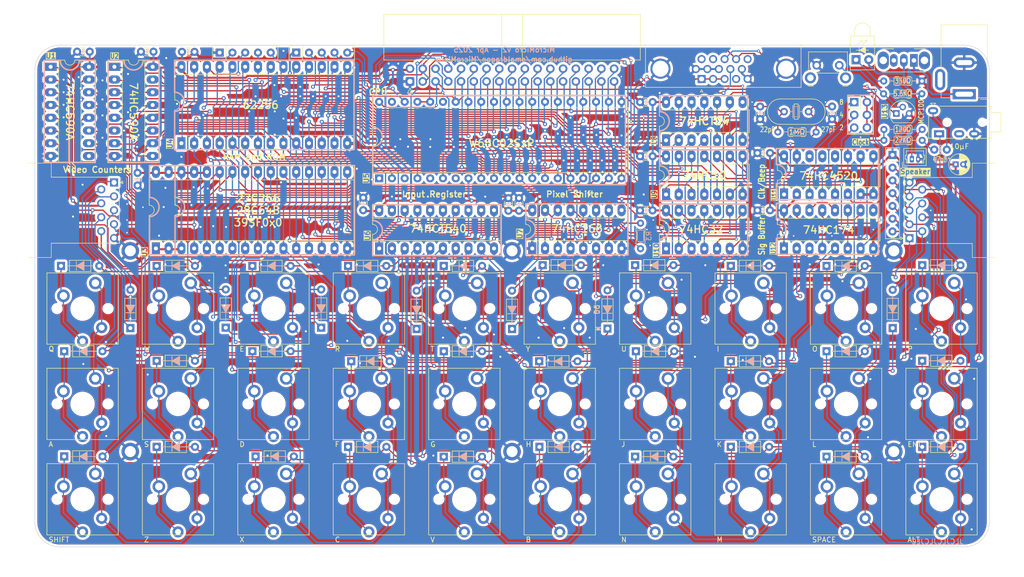
<source format=kicad_pcb>
(kicad_pcb (version 20241229) (generator "pcbnew") (generator_version "9.0")
  (title_block (title "MicroMicro") (rev "a1"))
  (layers (0 "F.Cu" signal) (2 "B.Cu" signal) (13 "F.Paste" user) (15 "B.Paste" user) (5 "F.SilkS" user "F.Silkscreen") (7 "B.SilkS" user "B.Silkscreen") (1 "F.Mask" user) (3 "B.Mask" user) (25 "Edge.Cuts" user))
  (net 0 "")
  (net 1 "/A4")
  (net 2 "/A5")
  (net 3 "/A6")
  (net 4 "/A7")
  (net 5 "/H32")
  (net 6 "Net-(C7-Pad1)")
  (net 7 "/A0")
  (net 8 "GND")
  (net 9 "/~{MRC}")
  (net 10 "/M2")
  (net 11 "/A3")
  (net 12 "/A2")
  (net 13 "/A8")
  (net 14 "/A9")
  (net 15 "/A10")
  (net 16 "/A11")
  (net 17 "/A12")
  (net 18 "/V512")
  (net 19 "/A1")
  (net 20 "/A15")
  (net 21 "Net-(C10-Pad2)")
  (net 22 "/ø1")
  (net 23 "/A14")
  (net 24 "/RDY")
  (net 25 "Col 1")
  (net 28 "/ø2")
  (net 29 "/~{HSYNC}")
  (net 31 "/RAMHIDE")
  (net 32 "/~{A13}")
  (net 33 "/M16")
  (net 34 "/M8")
  (net 35 "/M4")
  (net 36 "Col 2")
  (net 37 "/~{WR}")
  (net 38 "/~{VSYNC}")
  (net 39 "/~{A15}")
  (net 40 "/r{slash}~{w}")
  (net 41 "/~{RESET}")
  (net 42 "/~{sload}")
  (net 43 "/A13")
  (net 44 "VCC")
  (net 45 "Net-(D37-K)")
  (net 46 "Net-(D38-K)")
  (net 47 "Net-(SW2-A)")
  (net 48 "/~{HSYNC}*")
  (net 49 "/D7")
  (net 50 "/D1")
  (net 51 "/D4")
  (net 52 "/D6")
  (net 53 "/D5")
  (net 54 "/D0")
  (net 55 "/D3")
  (net 56 "/D2")
  (net 57 "/~{HSYNC}**")
  (net 58 "/~{NMI}")
  (net 60 "/BEEP")
  (net 61 "Col 3")
  (net 62 "Col 4")
  (net 63 "Col 5")
  (net 64 "HRow 1")
  (net 65 "Joy 1")
  (net 66 "Joy 2")
  (net 67 "Net-(D7-K)")
  (net 68 "Net-(D8-K)")
  (net 69 "Net-(D9-K)")
  (net 70 "Net-(D10-K)")
  (net 71 "Net-(D11-K)")
  (net 72 "Net-(J4-Pad1)")
  (net 74 "Net-(D14-K)")
  (net 75 "Net-(D15-K)")
  (net 76 "Net-(D16-K)")
  (net 77 "Net-(D17-K)")
  (net 78 "Net-(D18-K)")
  (net 79 "Net-(D19-K)")
  (net 80 "Net-(D20-K)")
  (net 81 "Net-(D21-K)")
  (net 82 "Net-(D22-K)")
  (net 83 "Net-(D23-K)")
  (net 84 "Net-(D24-K)")
  (net 85 "Net-(D25-K)")
  (net 86 "Net-(D26-K)")
  (net 87 "Net-(D27-K)")
  (net 88 "Net-(D28-K)")
  (net 89 "Net-(D29-K)")
  (net 90 "Net-(D30-K)")
  (net 91 "Net-(D31-K)")
  (net 92 "Net-(D34-K)")
  (net 93 "Net-(D35-K)")
  (net 94 "Net-(D36-K)")
  (net 95 "/DataOut")
  (net 102 "Net-(D32-K)")
  (net 103 "Net-(D33-K)")
  (net 105 "HRow 2")
  (net 106 "/~{load}")
  (net 107 "/M1")
  (net 108 "/~{H32}")
  (net 109 "/Speaker")
  (net 110 "HRow 3")
  (net 111 "HRow 4")
  (net 112 "HRow 5")
  (net 113 "HRow 6")
  (net 114 "/V1")
  (net 115 "/~{SO}")
  (net 116 "/V512*")
  (net 117 "/DataIn")
  (net 118 "Net-(U1-~{CE})")
  (net 120 "Net-(U7-Qh)")
  (net 121 "Net-(U10-Pad12)")
  (net 122 "/~{MRC!}")
  (net 123 "/~{VSYNC!}")
  (net 124 "Net-(U10-Pad13)")
  (net 125 "/~{HSYNC!}")
  (net 129 "Net-(U13-VDD)")
  (net 130 "Net-(D1-K)")
  (footprint "MicroMicro:SW_Redragon_MX_LowProfile_PCB_1.00u_Other" (layer "F.Cu") (at 101.5 125.5)
    (property "Reference" "SW29" (hide yes))
    (property "Value" "C")
  )
  (footprint "MicroMicro:SW_Redragon_MX_LowProfile_PCB_1.00u_Other" (layer "F.Cu") (at 63.5 106.5)
    (property "Reference" "SW18" (hide yes))
    (property "Value" "S")
  )
  (footprint "MountingHole:MountingHole_2.2mm_M2_ISO7380_Pad" (layer "F.Cu") (at 130 76)
    (property "Reference" "H6" (hide yes))
    (property "Value" "M2")
  )
  (footprint "PCM_Capacitor_THT_AKL_Double:C_Disc_D3.0mm_W1.6mm_P2.50mm" (layer "F.Cu") (at 55.445 62.965 90)
    (property "Reference" "C2" (hide yes))
    (property "Value" "100nF" (hide yes))
  )
  (footprint "Package_DIP:DIP-14_W7.62mm_LongPads" (layer "F.Cu") (at 160.655 75.565 90)
    (property "Reference" "U10")
    (property "Value" "74HC32")
  )
  (footprint "MicroMicro:SW_Redragon_MX_LowProfile_PCB_1.00u_Other" (layer "F.Cu") (at 215.5 87.5)
    (property "Reference" "SW12" (hide yes))
    (property "Value" "P")
  )
  (footprint "PCM_Capacitor_THT_AKL_Double:C_Disc_D3.0mm_W1.6mm_P2.50mm" (layer "F.Cu") (at 193.712 47.244 -90)
    (property "Reference" "C8" (hide yes))
    (property "Value" "27pF")
  )
  (footprint "Package_DIP:DIP-14_W7.62mm_LongPads" (layer "F.Cu") (at 160.655 64.77 90)
    (property "Reference" "U9")
    (property "Value" "74HC10")
  )
  (footprint "PCM_Diode_THT_AKL_Double:D_DO-35_SOD27_P7.62mm_Horizontal" (layer "F.Cu") (at 92 91.31 90)
    (property "Reference" "D3" (hide yes))
    (property "Value" "1N4148" (hide yes))
  )
  (footprint "MicroMicro:SW_Redragon_MX_LowProfile_PCB_1.00u_Other" (layer "F.Cu") (at 177.5 87.5)
    (property "Reference" "SW11" (hide yes))
    (property "Value" "I")
  )
  (footprint "Package_DIP:DIP-16_W7.62mm_LongPads" (layer "F.Cu") (at 184.15 64.77 90)
    (property "Reference" "U11")
    (property "Value" "74HC4520")
  )
  (footprint "PCM_Diode_THT_AKL_Double:D_DO-35_SOD27_P7.62mm_Horizontal" (layer "F.Cu") (at 40.205 79)
    (property "Reference" "D7" (hide yes))
    (property "Value" "1N4148" (hide yes))
  )
  (footprint "MicroMicro:SW_Redragon_MX_LowProfile_PCB_1.00u_Other" (layer "F.Cu") (at 44.5 106.5)
    (property "Reference" "SW13" (hide yes))
    (property "Value" "A")
  )
  (footprint "PCM_Diode_THT_AKL_Double:D_DO-35_SOD27_P7.62mm_Horizontal" (layer "F.Cu") (at 211.655 78.86)
    (property "Reference" "D18" (hide yes))
    (property "Value" "1N4148" (hide yes))
  )
  (footprint "Smal:DSUB9-Atari" (layer "F.Cu") (at 50.76 62.375 -90)
    (property "Reference" "J6" (hide yes))
    (property "Value" "DE9_Plug")
  )
  (footprint "Connector_PinHeader_2.54mm:PinHeader_2x03_P2.54mm_Vertical" (layer "F.Cu") (at 198.115 46.37)
    (property "Reference" "J3" (hide yes))
    (property "Value" "Conn_02x03_Odd_Even")
  )
  (footprint "Package_DIP:DIP-28_W15.24mm_LongPads" (layer "F.Cu") (at 64.175 54.565 90)
    (property "Reference" "U4")
    (property "Value" "62256")
  )
  (footprint "PCM_Capacitor_THT_AKL_Double:C_Disc_D3.0mm_W1.6mm_P2.50mm" (layer "F.Cu") (at 56.12 36.315)
    (property "Reference" "C9" (hide yes))
    (property "Value" "100nF" (hide yes))
  )
  (footprint "PCM_Capacitor_THT_AKL_Double:C_Disc_D3.0mm_W1.6mm_P2.50mm" (layer "F.Cu") (at 155.468 67.945)
    (property "Reference" "C1" (hide yes))
    (property "Value" "100nF" (hide yes))
  )
  (footprint "MicroMicro:SW_Redragon_MX_LowProfile_PCB_1.00u_Other" (layer "F.Cu") (at 101.5 106.5)
    (property "Reference" "SW19" (hide yes))
    (property "Value" "F")
  )
  (footprint "MountingHole:MountingHole_2.2mm_M2_ISO7380_Pad" (layer "F.Cu") (at 206 116)
    (property "Reference" "H4" (hide yes))
    (property "Value" "M2")
  )
  (footprint "Resistor_THT:R_Array_SIP7" (layer "F.Cu") (at 205.74 56.896 -90)
    (property "Reference" "RN3" (hide yes))
    (property "Value" "10KΩ")
  )
  (footprint "MicroMicro:SW_Redragon_MX_LowProfile_PCB_1.00u_Other" (layer "F.Cu") (at 158.5 106.5)
    (property "Reference" "SW16" (hide yes))
    (property "Value" "J")
  )
  (footprint "PCM_Capacitor_THT_AKL_Double:C_Disc_D3.0mm_W1.6mm_P2.50mm" (layer "F.Cu") (at 178.856 56.515)
    (property "Reference" "C14" (hide yes))
    (property "Value" "100nF" (hide yes))
  )
  (footprint "PCM_Capacitor_THT_AKL_Double:C_Disc_D3.0mm_W1.6mm_P2.50mm" (layer "F.Cu") (at 178.856 67.93)
    (property "Reference" "C17" (hide yes))
    (property "Value" "100nF" (hide yes))
  )
  (footprint "PCM_Diode_THT_AKL_Double:D_DO-35_SOD27_P7.62mm_Horizontal" (layer "F.Cu") (at 78.94 116.96)
    (property "Reference" "D30" (hide yes))
    (property "Value" "1N4148" (hide yes))
  )
  (footprint "MicroMicro:SW_Redragon_MX_LowProfile_PCB_1.00u_Other" (layer "F.Cu") (at 158.5 87.5)
    (property "Reference" "SW6" (hide yes))
    (property "Value" "U")
  )
  (footprint "MicroMicro:SW_Redragon_MX_LowProfile_PCB_1.00u_Other" (layer "F.Cu") (at 82.5 87.5)
    (property "Reference" "SW4" (hide yes))
    (property "Value" "E")
  )
  (footprint "Connector_BarrelJack:BarrelJack_GCT_DCJ200-10-A_Horizontal" (layer "F.Cu") (at 220.019 44.786 180)
    (property "Reference" "J1" (hide yes))
    (property "Value" "Barrel Jack")
  )
  (footprint "Package_DIP:DIP-40_W15.24mm" (layer "F.Cu") (at 103.545 61.55 90)
    (property "Reference" "U5")
    (property "Value" "W65C02SxP")
  )
  (footprint "PCM_Diode_THT_AKL_Double:D_DO-35_SOD27_P7.62mm_Horizontal" (layer "F.Cu") (at 78.305 79)
    (property "Reference" "D8" (hide yes))
    (property "Value" "1N4148" (hide yes))
  )
  (footprint "Smal:Jack_3.5mm_PJ320A_Horizontal" (layer "F.Cu") (at 213.019 50.374 -90)
    (property "Reference" "J5" (hide yes))
    (property "Value" "AudioJack4" (hide yes))
  )
  (footprint "PCM_Diode_THT_AKL_Double:D_DO-35_SOD27_P7.62mm_Horizontal" (layer "F.Cu") (at 154.505 78.86)
    (property "Reference" "D10" (hide yes))
    (property "Value" "1N4148" (hide yes))
  )
  (footprint "MicroMicro:SW_Redragon_MX_LowProfile_PCB_1.00u_Other" (layer "F.Cu") (at 101.5 87.5)
    (property "Reference" "SW9" (hide yes))
    (property "Value" "R")
  )
  (footprint "PCM_LED_THT_AKL:LED_Indicator_D3.0mm_W4.6mm_L6.5mm" (layer "F.Cu") (at 198.48 37.91 -90)
    (property "Reference" "D1" (hide yes))
    (property "Value" "LED" (hide yes))
  )
  (footprint "PCM_Resistor_THT_AKL_Double:R_Axial_DIN0204_L3.6mm_D1.6mm_P7.62mm_Horizontal" (layer "F.Cu") (at 204.028 51.816)
    (property "Reference" "R6" (hide yes))
    (property "Value" "120Ω")
  )
  (footprint "PCM_Capacitor_THT_AKL_Double:C_Disc_D3.0mm_W1.6mm_P2.50mm" (layer "F.Cu") (at 64.282 36.345)
    (property "Reference" "C4" (hide yes))
    (property "Value" "100nF" (hide yes))
  )
  (footprint "Resistor_THT:R_Array_SIP5" (layer "F.Cu") (at 71.795 36.5)
    (property "Reference" "RN2" (hide yes))
    (property "Value" "1KΩ")
  )
  (footprint "PCM_Package_TO_SOT_THT_AKL:TO-92" (layer "F.Cu") (at 206.502 48.62)
    (property "Reference" "U13")
    (property "Value" "MCP100")
  )
  (footprint "MountingHole:MountingHole_2.2mm_M2_ISO7380_Pad" (layer "F.Cu") (at 54 116)
    (property "Reference" "H3" (hide yes))
    (property "Value" "M2")
  )
  (footprint "Package_DIP:DIP-20_W7.62mm_LongPads" (layer "F.Cu") (at 103.545 75.52 90)
    (property "Reference" "U6")
    (property "Value" "74HCT540")
  )
  (footprint "PCM_Diode_THT_AKL_Double:D_DO-35_SOD27_P7.62mm_Horizontal" (layer "F.Cu") (at 78.305 96.005)
    (property "Reference" "D20" (hide yes))
    (property "Value" "1N4148" (hide yes))
  )
  (footprint "Button_Switch_THT:SW_Tactile_SKHH_Angled" (layer "F.Cu") (at 190.65 39.025)
    (property "Reference" "SW1" (hide yes))
    (property "Value" "SW_Push")
  )
  (footprint "MicroMicro:SW_Redragon_MX_LowProfile_PCB_1.00u_Other" (layer "F.Cu") (at 177.5 125.5)
    (property "Reference" "SW31" (hide yes))
    (property "Value" "M")
  )
  (footprint "PCM_Diode_THT_AKL_Double:D_DO-35_SOD27_P7.62mm_Horizontal" (layer "F.Cu") (at 211.655 97.91)
    (property "Reference" "D28" (hide yes))
    (property "Value" "1N4148" (hide yes))
  )
  (footprint "Package_DIP:DIP-14_W7.62mm_LongPads" (layer "F.Cu") (at 160.655 53.975 90)
    (property "Reference" "U8")
    (property "Value" "74HCT04")
  )
  (footprint "MicroMicro:SW_Redragon_MX_LowProfile_PCB_1.00u_Other" (layer "F.Cu") (at 82.5 106.5)
    (property "Reference" "SW14" (hide yes))
    (property "Value" "D")
  )
  (footprint "PCM_Diode_THT_AKL_Double:D_DO-35_SOD27_P7.62mm_Horizontal" (layer "F.Cu") (at 111 91.56 90)
    (property "Reference" "D4" (hide yes))
    (property "Value" "1N4148" (hide yes))
  )
  (footprint "Connector_Dsub:DSUB-15-HD_Female_Horizontal_P2.29x1.98mm_EdgePinOffset3.03mm_Housed_MountingHolesOffset4.94mm" (layer "F.Cu") (at 167.737 41.756 180)
    (property "Reference" "J4" (hide yes))
    (property "Value" "VGA")
  )
  (footprint "Connector_Molex:Molex_PicoBlade_53047-0210_1x02_P1.25mm_Vertical" (layer "F.Cu") (at 209.59 57.74)
    (property "Reference" "LS1" (hide yes))
    (property "Value" "Speaker")
  )
  (footprint "Connector_IDC:IDC-Header_2x17_P2.54mm_Horizontal" (layer "F.Cu") (at 109.68 42.246 90)
    (property "Reference" "J2" (hide yes))
    (property "Value" "IDC 34")
  )
  (footprint "MountingHole:MountingHole_2.2mm_M2_ISO7380_Pad" (layer "F.Cu") (at 206 76)
    (property "Reference" "H1" (hide yes))
    (property "Value" "M2")
  )
  (footprint "Package_DIP:DIP-16_W7.62mm_LongPads" (layer "F.Cu") (at 184.135 75.55 90)
    (property "Reference" "U12")
    (property "Value" "74HC174")
  )
  (footprint "PCM_Diode_THT_AKL_Double:D_DO-35_SOD27_P7.62mm_Horizontal" (layer "F.Cu") (at 135.455 115.055)
    (property "Reference" "D36" (hide yes))
    (property "Value" "1N4148" (hide yes))
  )
  (footprint "PCM_Resistor_THT_AKL_Double:R_Axial_DIN0204_L3.6mm_D1.6mm_P7.62mm_Horizontal" (layer "F.Cu") (at 203.962 44.704)
    (property "Reference" "R1" (hide yes))
    (property "Value" "5.6KΩ")
  )
  (footprint "PCM_Crystal_AKL_Double:Crystal_HC49-4H_Vertical" (layer "F.Cu") (at 184.15 48.26)
    (property "Reference" "Y1" (hide yes))
    (property "Value" "16Mhz" (hide yes))
  )
  (footprint "PCM_Diode_THT_AKL_Double:D_DO-35_SOD27_P7.62mm_Horizontal" (layer "F.Cu") (at 59.255 97.91)
    (property "Reference" "D24" (hide yes))
    (property "Value" "1N4148" (hide yes))
  )
  (footprint "MicroMicro:SW_Redragon_MX_LowProfile_PCB_1.00u_Other" (layer "F.Cu") (at 63.5 87.5)
    (property "Reference" "SW8" (hide yes))
    (property "Value" "W")
  )
  (footprint "Package_DIP:DIP-32_W15.24mm_LongPads" (layer "F.Cu") (at 59.095 75.52 90)
    (property "Reference" "U3")
    (property "Value" "SST39SF0x0")
  )
  (footprint "PCM_Diode_THT_AKL_Double:D_DO-35_SOD27_P7.62mm_Horizontal" (layer "F.Cu") (at 173.555 79)
    (property "Reference" "D17" (hide yes))
    (property "Value" "1N4148" (hide yes))
  )
  (footprint "PCM_Resistor_THT_AKL_Double:R_Axial_DIN0204_L3.6mm_D1.6mm_P5.08mm_Horizontal" (layer "F.Cu") (at 155.575 70.485 -90)
    (property "Reference" "R3" (hide yes))
    (property "Value" "120Ω" (hide yes))
  )
  (footprint "PCM_Diode_THT_AKL_Double:D_DO-35_SOD27_P7.62mm_Horizontal" (layer "F.Cu") (at 192.605 117)
    (property "Reference" "D33" (hide yes))
    (property "Value" "1N4148" (hide yes))
  )
  (footprint "PCM_Capacitor_THT_AKL_Double:C_Disc_D3.0mm_W1.6mm_P2.50mm" (layer "F.Cu") (at 100.37 65.4 -90)
    (property "Reference" "C11" (hide yes))
    (property "Value" "100nF" (hide yes))
  )
  (footprint "MicroMicro:SW_Redragon_MX_LowProfile_PCB_1.00u_Other" (layer "F.Cu") (at 82.5 125.5)
    (property "Reference" "SW24" (hide yes))
    (property "Value" "X")
  )
  (footprint "PCM_Capacitor_THT_AKL_Double:C_Disc_D3.0mm_W1.6mm_P2.50mm" (layer "F.Cu") (at 129.271351 65.502173 -90)
    (property "Reference" "C12" (hide yes))
    (property "Value" "100nF" (hide yes))
  )
  (footprint "PCM_Diode_THT_AKL_Double:D_DO-35_SOD27_P7.62mm_Horizontal" (layer "F.Cu") (at 192.605 79)
    (property "Reference" "D11" (hide yes))
    (property "Value" "1N4148" (hide yes))
  )
  (footprint "MicroMicro:SW_Redragon_MX_LowProfile_PCB_1.00u_Other" (layer "F.Cu") (at 196.5 87.5)
    (property "Reference" "SW7" (hide yes))
    (property "Value" "O")
  )
  (footprint "MicroMicro:SW_Redragon_MX_LowProfile_PCB_1.00u_Other" (layer "F.Cu") (at 196.5 106.5)
    (property "Reference" "SW17" (hide yes))
    (property "Value" "L")
  )
  (footprint "PCM_Diode_THT_AKL_Double:D_DO-35_SOD27_P7.62mm_Horizontal" (layer "F.Cu") (at 135.41 98)
    (property "Reference" "D26" (hide yes))
    (property "Value" "1N4148" (hide yes))
  )
  (footprint "MicroMicro:SW_Redragon_MX_LowProfile_PCB_1.00u_Other" (layer "F.Cu") (at 44.5 87.5)
    (property "Reference" "SW3" (hide yes))
    (property "Value" "Q")
  )
  (footprint "PCM_Diode_THT_AKL_Double:D_DO-35_SOD27_P7.62mm_Horizontal" (layer "F.Cu") (at 54.015 91.395 90)
    (property "Reference" "D12" (hide yes))
    (property "Value" "1N4148" (hide yes))
  )
  (footprint "Resistor_THT:R_Array_SIP5" (layer "F.Cu") (at 87.035 36.5)
    (property "Reference" "RN1" (hide yes))
    (property "Value" "1KΩ")
  )
  (footprint "PCM_Diode_THT_AKL_Double:D_DO-35_SOD27_P7.62mm_Horizontal" (layer "F.Cu") (at 97.355 115.055)
    (property "Reference" "D35" (hide yes))
    (property "Value" "1N4148" (hide yes))
  )
  (footprint "PCM_Diode_THT_AKL_Double:D_DO-35_SOD27_P7.62mm_Horizontal" (layer "F.Cu") (at 211.655 115.055)
    (property "Reference" "D38" (hide yes))
    (property "Value" "1N4148" (hide yes))
  )
  (footprint "PCM_Capacitor_THT_AKL_Double:C_Disc_D3.0mm_W1.6mm_P2.50mm" (layer "F.Cu") (at 155.488 57.15)
    (property "Reference" "C15" (hide yes))
    (property "Value" "100nF" (hide yes))
  )
  (footprint "PCM_Diode_THT_AKL_Double:D_DO-35_SOD27_P7.62mm_Horizontal" (layer "F.Cu") (at 205.78 91.395 90)
    (property "Reference" "D13" (hide yes))
    (property "Value" "1N4148" (hide yes))
  )
  (footprint "PCM_Diode_THT_AKL_Double:D_DO-35_SOD27_P7.62mm_Horizontal" (layer "F.Cu") (at 73 91.31 90)
    (property "Reference" "D2" (hide yes))
    (property "Value" "1N4148" (hide yes))
  )
  (footprint "PCM_Diode_THT_AKL_Double:D_DO-35_SOD27_P7.62mm_Horizontal" (layer "F.Cu") (at 40.84 96.005)
    (property "Reference" "D19" (hide yes))
    (property "Value" "1N4148" (hide yes))
  )
  (footprint "PCM_Diode_THT_AKL_Double:D_DO-35_SOD27_P7.62mm_Horizontal" (layer "F.Cu") (at 59.255 115.055)
    (property "Reference" "D34" (hide yes))
    (property "Value" "1N4148" (hide yes))
  )
  (footprint "PCM_Diode_THT_AKL_Double:D_DO-35_SOD27_P7.62mm_Horizontal" (layer "F.Cu") (at 97.99 98)
    (property "Reference" "D25" (hide yes))
    (property "Value" "1N4148" (hide yes))
  )
  (footprint "MountingHole:MountingHole_2.2mm_M2_ISO7380_Pad" (layer "F.Cu") (at 54 76 180)
    (property "Reference" "H2" (hide yes))
    (property "Value" "M2")
  )
  (footprint "MicroMicro:SW_Redragon_MX_LowProfile_PCB_1.00u_Other" (layer "F.Cu") (at 177.5 106.5)
    (property "Reference" "SW21" (hide yes))
    (property "Value" "K")
  )
  (footprint "MicroMicro:SW_Redragon_MX_LowProfile_PCB_1.00u_Other" (layer "F.Cu") (at 63.5 125.5)
    (property "Reference" "SW28" (hide yes))
    (property "Value" "Z")
  )
  (footprint "MicroMicro:SW_Redragon_MX_LowProfile_PCB_1.00u_Other" (layer "F.Cu") (at 44.5 125.5)
    (property "Reference" "SW23" (hide yes))
    (property "Value" "SHIFT")
  )
  (footprint "PCM_Capacitor_THT_AKL_Double:C_Disc_D3.0mm_W1.6mm_P2.50mm" (layer "F.Cu") (at 216.555 55.835 180)
    (property "Reference" "C10" (hide yes))
    (property "Value" "47nF")
  )
  (footprint "PCM_Diode_THT_AKL_Double:D_DO-35_SOD27_P7.62mm_Horizontal" (layer "F.Cu") (at 149 91.5 90)
    (property "Reference" "D6")
    (property "Value" "1N4148" (hide yes))
  )
  (footprint "MicroMicro:SW_Redragon_MX_LowProfile_PCB_1.00u_Other" (layer "F.Cu") (at 139.5 106.5)
    (property "Reference" "SW20" (hide yes))
    (property "Value" "H")
  )
  (footprint "Package_DIP:DIP-16_W7.62mm_LongPads" (layer "F.Cu") (at 134.025 75.52 90)
    (property "Reference" "U7")
    (property "Value" "74HC166")
  )
  (footprint "PCM_Capacitor_THT_AKL_Double:C_Disc_D3.0mm_W1.6mm_P2.50mm" (layer "F.Cu") (at 179.397 47.244 -90)
    (property "Reference" "C7" (hide yes))
    (property "Value" "22pF")
  )
  (footprint "Button_Switch_THT:SW_Slide_SPDT_Angled_CK_OS102011MA1Q" (layer "F.Cu") (at 210.001 38.053 180)
    (property "Reference" "SW2" (hide yes))
    (property "Value" "SW_SPDT")
  )
  (footprint "PCM_Diode_THT_AKL_Double:D_DO-35_SOD27_P7.62mm_Horizontal" (layer "F.Cu") (at 97.355 79)
    (property "Reference" "D15" (hide yes))
    (property "Value" "1N4148" (hide yes))
  )
  (footprint "PCM_Diode_THT_AKL_Double:D_DO-35_SOD27_P7.62mm_Horizontal" (layer "F.Cu") (at 116.405 117)
    (property "Reference" "D31" (hide yes))
    (property "Value" "1N4148" (hide yes))
  )
  (footprint "PCM_Resistor_THT_AKL_Double:R_Axial_DIN0204_L3.6mm_D1.6mm_P7.62mm_Horizontal" (layer "F.Cu") (at 182.917 52.324)
    (property "Reference" "R4" (hide yes))
    (property "Value" "1MΩ")
  )
  (footprint "MicroMicro:SW_Redragon_MX_LowProfile_PCB_1.00u_Other" (layer "F.Cu") (at 215.5 125.5)
    (property "Reference" "SW32" (hide yes))
    (property "Value" "ALT")
  )
  (footprint "PCM_Diode_THT_AKL_Double:D_DO-35_SOD27_P7.62mm_Horizontal" (layer "F.Cu") (at 154.505 117)
    (property "Reference" "D32" (hide yes))
    (property "Value" "1N4148" (hide yes))
  )
  (footprint "PCM_Diode_THT_AKL_Double:D_DO-35_SOD27_P7.62mm_Horizontal" (layer "F.Cu") (at 154.66 96.005)
    (property "Reference" "D22" (hide yes))
    (property "Value" "1N4148" (hide yes))
  )
  (footprint "MicroMicro:SW_Redragon_MX_LowProfile_PCB_1.00u_Other" (layer "F.Cu") (at 139.5 87.5)
    (property "Reference" "SW10" (hide yes))
    (property "Value" "Y")
  )
  (footprint "PCM_Diode_THT_AKL_Double:D_DO-35_SOD27_P7.62mm_Horizontal" (layer "F.Cu") (at 40.84 116.96)
    (property "Reference" "D29" (hide yes))
    (property "Value" "1N4148" (hide yes))
  )
  (footprint "MicroMicro:SW_Redragon_MX_LowProfile_PCB_1.00u_Other" (layer "F.Cu") (at 139.5 125.5)
    (property "Reference" "SW30" (hide yes))
    (property "Value" "B")
  )
  (footprint "MountingHole:MountingHole_2.2mm_M2_ISO7380_Pad" (layer "F.Cu") (at 130 116)
    (property "Reference" "H5" (hide yes))
    (property "Value" "M2")
  )
  (footprint "PCM_Diode_THT_AKL_Double:D_DO-35_SOD27_P7.62mm_Horizontal" (layer "F.Cu") (at 136.09 78.86)
    (property "Reference" "D16" (hide yes))
    (property "Value" "1N4148" (hide yes))
  )
  (footprint "PCM_Diode_THT_AKL_Double:D_DO-35_SOD27_P7.62mm_Horizontal" (layer "F.Cu") (at 59.255 79)
    (property "Reference" "D14" (hide yes))
    (property "Value" "1N4148" (hide yes))
  )
  (footprint "PCM_Capacitor_THT_AKL:CP_Radial_D4.0mm_P1.50mm" (layer "F.Cu") (at 218.31123 58.769502)
    (property "Reference" "C6" (hide yes))
    (property "Value" "10µF")
  )
  (footprint "PCM_Resistor_THT_AKL_Double:R_Axial_DIN0204_L3.6mm_D1.6mm_P7.62mm_Horizontal" (layer "F.Cu") (at 211.61 42.164 180)
    (property "Reference" "R2" (hide yes))
    (property "Value" "330Ω")
  )
  (footprint "PCM_Diode_THT_AKL_Double:D_DO-35_SOD27_P7.62mm_Horizontal" (layer "F.Cu") (at 173.555 98)
    (property "Reference" "D27" (hide yes))
    (property "Value" "1N4148" (hide yes))
  )
  (footprint "Package_DIP:DIP-16_W7.62mm_LongPads" (layer "F.Cu") (at 50.84 39.325)
    (property "Reference" "U2")
    (property "Value" "74HC590A")
  )
  (footprint "MicroMicro:SW_Redragon_MX_LowProfile_PCB_1.00u_Other" (layer "F.Cu") (at 120.5 125.5)
    (property "Reference" "SW25" (hide yes))
    (property "Value" "V")
  )
  (footprint "MicroMicro:SW_Redragon_MX_LowProfile_PCB_1.00u_Other" (layer "F.Cu") (at 120.5 106.5)
    (property "Reference" "SW15" (hide yes))
    (property "Value" "G")
  )
  (footprint "PCM_Diode_THT_AKL_Double:D_DO-35_SOD27_P7.62mm_Horizontal" (layer "F.Cu") (at 173.555 115.055)
    (property "Reference" "D37" (hide yes))
    (property "Value" "1N4148" (hide yes))
  )
  (footprint "PCM_Diode_THT_AKL_Double:D_DO-35_SOD27_P7.62mm_Horizontal" (layer "F.Cu") (at 116.41 96.005)
    (property "Reference" "D21" (hide yes))
    (property "Value" "1N4148" (hide yes))
  )
  (footprint "PCM_Diode_THT_AKL_Double:D_DO-35_SOD27_P7.62mm_Horizontal" (layer "F.Cu") (at 116.405 79)
    (property "Reference" "D9" (hide yes))
    (property "Value" "1N4148" (hide yes))
  )
  (footprint "PCM_Diode_THT_AKL_Double:D_DO-35_SOD27_P7.62mm_Horizontal" (layer "F.Cu") (at 192.605 96.005)
    (property "Reference" "D23" (hide yes))
    (property "Value" "1N4148" (hide yes))
  )
  (footprint "PCM_Diode_THT_AKL_Double:D_DO-35_SOD27_P7.62mm_Horizontal" (layer "F.Cu") (at 130 91.56 90)
    (property "Reference" "D5" (hide yes))
    (property "Value" "1N4148" (hide yes))
  )
  (footprint "Package_DIP:DIP-16_W7.62mm_LongPads" (layer "F.Cu") (at 38.14 39.325)
    (property "Reference" "U1")
    (property "Value" "74HC590A")
  )
  (footprint "PCM_Capacitor_THT_AKL_Double:C_Disc_D3.0mm_W1.6mm_P2.50mm" (layer "F.Cu") (at 131.38045 67.989313 90)
    (property "Reference" "C3" (hide yes))
    (property "Value" "100nF" (hide yes))
  )
  (footprint "Smal:DSUB9-Atari" (layer "F.Cu") (at 209.12 73.48 90)
    (property "Reference" "J7" (hide yes))
    (property "Value" "DE9_Plug")
  )
  (footprint "PCM_Resistor_THT_AKL_Double:R_Axial_DIN0204_L3.6mm_D1.6mm_P7.62mm_Horizontal" (layer "F.Cu") (at 204.028 53.975)
    (property "Reference" "R5" (hide yes))
    (property "Value" "27KΩ")
  )
  (footprint "MicroMicro:SW_Redragon_MX_LowProfile_PCB_1.00u_Other" (layer "F.Cu") (at 158.5 125.5)
    (property "Reference" "SW26" (hide yes))
    (property "Value" "N")
  )
  (footprint "PCM_Capacitor_THT_AKL_Double:C_Disc_D3.0mm_W1.6mm_P2.50mm" (layer "F.Cu") (at 155.488 46.355)
    (property "Reference" "C16" (hide yes))
    (property "Value" "100nF" (hide yes))
  )
  (footprint "MicroMicro:SW_Redragon_MX_LowProfile_PCB_1.00u_Other" (layer "F.Cu") (at 196.5 125.5)
    (property "Reference" "SW27" (hide yes))
    (property "Value" "SPACE")
  )
  (footprint "MicroMicro:SW_Redragon_MX_LowProfile_PCB_1.00u_Other" (layer "F.Cu") (at 120.5 87.5)
    (property "Reference" "SW5" (hide yes))
    (property "Value" "T")
  )
  (footprint "PCM_Capacitor_THT_AKL_Double:C_Disc_D3.0mm_W1.6mm_P2.50mm" (layer "F.Cu") (at 43.42 36.315)
    (property "Reference" "C5" (hide yes))
    (property "Value" "100nF" (hide yes))
  )
  (footprint "MicroMicro:SW_Redragon_MX_LowProfile_PCB_1.00u_Other" (layer "F.Cu") (at 215.5 106.5)
    (property "Reference" "SW22" (hide yes))
    (property "Value" "ENT")
  )
  (gr_arc (start 62.9 66.8875) (mid 63.9 67.8875) (end 62.9 68.8875) (stroke (width 0.15)) (layer "F.SilkS"))
  (gr_line (start 62.9 61.85) (end 62.9 66.8875) (stroke (width 0.15)) (layer "F.SilkS"))
  (gr_line (start 62.9 68.8875) (end 62.9 73.925) (stroke (width 0.15)) (layer "F.SilkS"))
  (gr_line (start 152.6 62.82) (end 102.275 62.82) (stroke (width 0.3)) (layer "B.SilkS"))
  (gr_line (start 202.946 65.786) (end 202.946 55.626) (stroke (width 0.3)) (layer "B.SilkS"))
  (gr_arc (start 182.626 69.723) (mid 184.531 71.628) (end 182.626 73.533) (stroke (width 0.3)) (layer "B.SilkS"))
  (gr_line (start 176.911 55.245) (end 159.385 55.245) (stroke (width 0.3)) (layer "B.SilkS"))
  (gr_arc (start 57.825 65.36) (mid 59.73 67.265) (end 57.825 69.17) (stroke (width 0.3)) (layer "B.SilkS"))
  (gr_line (start 62.825 55.835) (end 62.825 48.215) (stroke (width 0.3)) (layer "B.SilkS"))
  (gr_arc (start 56.555 38.055) (mid 54.65 39.96) (end 52.745 38.055) (stroke (width 0.3)) (layer "B.SilkS"))
  (gr_line (start 153.075 76.79) (end 153.075 66.63) (stroke (width 0.3)) (layer "B.SilkS"))
  (gr_line (start 49.57 58.375) (end 49.57 38.055) (stroke (width 0.3)) (layer "B.SilkS"))
  (gr_line (start 182.626 58.801) (end 182.626 55.626) (stroke (width 0.3)) (layer "B.SilkS"))
  (gr_line (start 182.626 55.626) (end 202.946 55.626) (stroke (width 0.3)) (layer "B.SilkS"))
  (gr_line (start 159.385 55.245) (end 159.385 52.07) (stroke (width 0.3)) (layer "B.SilkS"))
  (gr_line (start 102.275 51.39) (end 102.275 45.04) (stroke (width 0.3)) (layer "B.SilkS"))
  (gr_arc (start 102.275 69.97) (mid 104.18 71.875) (end 102.275 73.78) (stroke (width 0.3)) (layer "B.SilkS"))
  (gr_line (start 182.626 76.708) (end 182.626 73.533) (stroke (width 0.3)) (layer "B.SilkS"))
  (gr_line (start 176.911 55.245) (end 176.911 45.085) (stroke (width 0.3)) (layer "B.SilkS"))
  (gr_line (start 62.825 38.055) (end 98.545 38.055) (stroke (width 0.3)) (layer "B.SilkS"))
  (gr_line (start 159.385 76.835) (end 159.385 73.66) (stroke (width 0.3)) (layer "B.SilkS"))
  (gr_line (start 182.626 66.548) (end 202.946 66.548) (stroke (width 0.3)) (layer "B.SilkS"))
  (gr_arc (start 159.385 59.055) (mid 161.29 60.96) (end 159.385 62.865) (stroke (width 0.3)) (layer "B.SilkS"))
  (gr_rect (start 196.85 44.958) (end 201.93 52.578) (stroke (width 0.2)) (fill no) (layer "B.SilkS"))
  (gr_arc (start 62.905 65.36) (mid 64.81 67.265) (end 62.905 69.17) (stroke (width 0.3)) (layer "B.SilkS"))
  (gr_arc (start 159.385 69.85) (mid 161.29 71.755) (end 159.385 73.66) (stroke (width 0.3)) (layer "B.SilkS"))
  (gr_line (start 102.275 76.955) (end 102.275 73.78) (stroke (width 0.3)) (layer "B.SilkS"))
  (gr_line (start 57.825 76.79) (end 57.825 69.17) (stroke (width 0.3)) (layer "B.SilkS"))
  (gr_line (start 159.385 55.88) (end 176.911 55.88) (stroke (width 0.3)) (layer "B.SilkS"))
  (gr_line (start 159.385 66.04) (end 159.385 62.865) (stroke (width 0.3)) (layer "B.SilkS"))
  (gr_line (start 36.87 38.055) (end 40.045 38.055) (stroke (width 0.3)) (layer "B.SilkS"))
  (gr_arc (start 182.626 58.801) (mid 184.531 60.706) (end 182.626 62.611) (stroke (width 0.3)) (layer "B.SilkS"))
  (gr_arc (start 62.825 44.405) (mid 64.73 46.31) (end 62.825 48.215) (stroke (width 0.3)) (layer "B.SilkS"))
  (gr_line (start 159.385 45.085) (end 176.911 45.085) (stroke (width 0.3)) (layer "B.SilkS"))
  (gr_line (start 49.57 58.375) (end 59.73 58.375) (stroke (width 0.3)) (layer "B.SilkS"))
  (gr_line (start 202.946 76.708) (end 202.946 66.548) (stroke (width 0.3)) (layer "B.SilkS"))
  (gr_line (start 159.385 48.26) (end 159.385 45.085) (stroke (width 0.3)) (layer "B.SilkS"))
  (gr_line (start 56.555 38.055) (end 59.73 38.055) (stroke (width 0.3)) (layer "B.SilkS"))
  (gr_line (start 98.625 76.79) (end 57.825 76.79) (stroke (width 0.3)) (layer "B.SilkS"))
  (gr_line (start 132.755 66.63) (end 153.075 66.63) (stroke (width 0.3)) (layer "B.SilkS"))
  (gr_line (start 127.835 76.955) (end 102.275 76.955) (stroke (width 0.3)) (layer "B.SilkS"))
  (gr_line (start 36.87 58.375) (end 36.87 38.055) (stroke (width 0.3)) (layer "B.SilkS"))
  (gr_arc (start 132.755 69.805) (mid 134.66 71.71) (end 132.755 73.615) (stroke (width 0.3)) (layer "B.SilkS"))
  (gr_line (start 182.626 69.723) (end 182.626 66.548) (stroke (width 0.3)) (layer "B.SilkS"))
  (gr_line (start 62.905 76.79) (end 62.905 69.17) (stroke (width 0.3)) (layer "B.SilkS"))
  (gr_line (start 176.911 66.04) (end 159.385 66.04) (stroke (width 0.3)) (layer "B.SilkS"))
  (gr_line (start 57.825 59.01) (end 98.625 59.01) (stroke (width 0.3)) (layer "B.SilkS"))
  (gr_arc (start 159.385 48.26) (mid 161.29 50.165) (end 159.385 52.07) (stroke (width 0.3)) (layer "B.SilkS"))
  (gr_line (start 43.855 38.055) (end 47.03 38.055) (stroke (width 0.3)) (layer "B.SilkS"))
  (gr_line (start 176.911 76.835) (end 176.911 66.675) (stroke (width 0.3)) (layer "B.SilkS"))
  (gr_line (start 152.6 62.82) (end 152.6 45.04) (stroke (width 0.3)) (layer "B.SilkS"))
  (gr_line (start 127.835 76.955) (end 127.835 66.795) (stroke (width 0.3)) (layer "B.SilkS"))
  (gr_line (start 159.385 59.055) (end 159.385 55.88) (stroke (width 0.3)) (layer "B.SilkS"))
  (gr_line (start 102.275 45.04) (end 152.6 45.04) (stroke (width 0.3)) (layer "B.SilkS"))
  (gr_line (start 47.03 38.055) (end 47.03 58.375) (stroke (width 0.3)) (layer "B.SilkS"))
  (gr_line (start 176.911 66.04) (end 176.911 55.88) (stroke (width 0.3)) (layer "B.SilkS"))
  (gr_line (start 159.385 66.675) (end 176.911 66.675) (stroke (width 0.3)) (layer "B.SilkS"))
  (gr_line (start 176.911 76.835) (end 159.385 76.835) (stroke (width 0.3)) (layer "B.SilkS"))
  (gr_line (start 62.905 65.36) (end 62.905 59.01) (stroke (width 0.3)) (layer "B.SilkS"))
  (gr_line (start 59.73 38.055) (end 59.73 58.375) (stroke (width 0.3)) (layer "B.SilkS"))
  (gr_line (start 98.625 76.79) (end 98.625 59.01) (stroke (width 0.3)) (layer "B.SilkS"))
  (gr_line (start 182.626 65.786) (end 182.626 62.611) (stroke (width 0.3)) (layer "B.SilkS"))
  (gr_line (start 36.87 58.375) (end 47.03 58.375) (stroke (width 0.3)) (layer "B.SilkS"))
  (gr_line (start 57.825 65.36) (end 57.825 59.01) (stroke (width 0.3)) (layer "B.SilkS"))
  (gr_line (start 102.275 69.97) (end 102.275 66.795) (stroke (width 0.3)) (layer "B.SilkS"))
  (gr_line (start 159.385 69.85) (end 159.385 66.675) (stroke (width 0.3)) (layer "B.SilkS"))
  (gr_line (start 49.57 38.055) (end 52.745 38.055) (stroke (width 0.3)) (layer "B.SilkS"))
  (gr_line (start 202.946 76.708) (end 182.626 76.708) (stroke (width 0.3)) (layer "B.SilkS"))
  (gr_line (start 132.755 69.805) (end 132.755 66.63) (stroke (width 0.3)) (layer "B.SilkS"))
  (gr_line (start 132.755 76.79) (end 132.755 73.615) (stroke (width 0.3)) (layer "B.SilkS"))
  (gr_line (start 98.545 55.835) (end 98.545 38.055) (stroke (width 0.3)) (layer "B.SilkS"))
  (gr_arc (start 43.855 38.055) (mid 41.95 39.96) (end 40.045 38.055) (stroke (width 0.3)) (layer "B.SilkS"))
  (gr_line (start 153.075 76.79) (end 132.755 76.79) (stroke (width 0.3)) (layer "B.SilkS"))
  (gr_line (start 98.545 55.835) (end 62.825 55.835) (stroke (width 0.3)) (layer "B.SilkS"))
  (gr_line (start 62.825 44.405) (end 62.825 38.055) (stroke (width 0.3)) (layer "B.SilkS"))
  (gr_line (start 202.946 65.786) (end 182.626 65.786) (stroke (width 0.3)) (layer "B.SilkS"))
  (gr_line (start 102.275 66.795) (end 127.835 66.795) (stroke (width 0.3)) (layer "B.SilkS"))
  (gr_arc (start 102.275 51.39) (mid 104.18 53.295) (end 102.275 55.2) (stroke (width 0.3)) (layer "B.SilkS"))
  (gr_line (start 102.275 62.82) (end 102.275 55.2) (stroke (width 0.3)) (layer "B.SilkS"))
  (gr_arc (start 220 35) (mid 223.535534 36.464466) (end 225 40) (stroke (width 0.1)) (layer "Edge.Cuts"))
  (gr_line (start 35 130) (end 35 40) (stroke (width 0.1)) (layer "Edge.Cuts"))
  (gr_line (start 225 46) (end 225 130) (stroke (width 0.1)) (layer "Edge.Cuts"))
  (gr_line (start 225 40) (end 225 46) (stroke (width 0.1)) (layer "Edge.Cuts"))
  (gr_arc (start 35 40) (mid 36.464466 36.464466) (end 40 35) (stroke (width 0.1)) (layer "Edge.Cuts"))
  (gr_line (start 40 35) (end 220 35) (stroke (width 0.1)) (layer "Edge.Cuts"))
  (gr_arc (start 40 135) (mid 36.464466 133.535534) (end 35 130) (stroke (width 0.1)) (layer "Edge.Cuts"))
  (gr_arc (start 225 130) (mid 223.535534 133.535534) (end 220 135) (stroke (width 0.1)) (layer "Edge.Cuts"))
  (gr_line (start 220 135) (end 40 135) (stroke (width 0.1)) (layer "Edge.Cuts"))
  (gr_text "4" (at 195.58 48.914718 0) (layer "F.SilkS") (effects (font (size 1 0.8) (thickness 0.15) (bold yes))))
  (gr_text "Clock" (at 199.385 54.356 0) (layer "F.SilkS" knockout) (effects (font (size 1 0.8) (thickness 0.2) (bold yes))))
  (gr_text "2" (at 195.58 51.435 0) (layer "F.SilkS") (effects (font (size 1 0.8) (thickness 0.15) (bold yes))))
  (gr_text "CPU" (at 103.324 45.04 0) (layer "F.SilkS") (effects (font (size 1.2 1.2) (thickness 0.24) (bold yes)) (justify bottom)))
  (gr_text "27C256\n28C64B\n39SF0x0" (at 79.448 67.938 0) (layer "F.SilkS") (effects (font (size 1.5 1.5) (thickness 0.25) (bold yes))))
  (gr_text "RAM and ROM" (at 78.686 57.275 0) (layer "F.SilkS") (effects (font (size 1.2 1.2) (thickness 0.24) (bold yes))))
  (gr_text "Video Counters" (at 47.425 59.825 0) (layer "F.SilkS") (effects (font (size 1.2 1.2) (thickness 0.24) (bold yes))))
  (gr_text "Input Register" (at 114.5 64.725 0) (layer "F.SilkS") (effects (font (size 1.2 1.2) (thickness 0.24) (bold yes))))
  (gr_text "8" (at 195.58 46.355 0) (layer "F.SilkS") (effects (font (size 1 0.8) (thickness 0.15) (bold yes))))
  (gr_text "Sig Buffer" (at 179.705 73.025 90) (layer "F.SilkS") (effects (font (size 1.2 1) (thickness 0.24) (bold yes))))
  (gr_text "Pixel Shifter" (at 142.44 64.725 0) (layer "F.SilkS") (effects (font (size 1.2 1.2) (thickness 0.24) (bold yes))))
  (gr_text "Clk/Beep\n" (at 179.705 62.23 90) (layer "F.SilkS") (effects (font (size 1.2 1) (thickness 0.24) (bold yes))))
  (gr_text "MicroMicro v2 - Apr 2025" (at 128.463 36.529 0) (layer "B.SilkS") (effects (font (size 1 1) (thickness 0.2) (bold yes)) (justify bottom mirror)))
  (gr_text "JLCJLCJLCJLC" (at 219.9 134.525 0) (layer "B.SilkS") (effects (font (size 1 1)) (justify left bottom mirror)))
  (gr_text "github.com/smaldragon/MicroMicro" (at 128.463 38.434 0) (layer "B.SilkS") (effects (font (size 1 1) (thickness 0.2) (bold yes)) (justify bottom mirror)))
  (segment (start 89.89 95.525) (end 107.936131 95.525) (width 0.25) (layer "F.Cu") (net 1))
  (segment (start 124.042208 58.625) (end 123.577208 58.16) (width 0.25) (layer "F.Cu") (net 1))
  (segment (start 126.455 95.525) (end 145.975 95.525) (width 0.25) (layer "F.Cu") (net 1))
  (segment (start 122.368604 94.88) (end 125.81 94.88) (width 0.25) (layer "F.Cu") (net 1))
  (segment (start 84.145 95.555) (end 85.3 94.4) (width 0.25) (layer "F.Cu") (net 1))
  (segment (start 85.3 94.4) (end 88.765 94.4) (width 0.25) (layer "F.Cu") (net 1))
  (segment (start 54.175 39.49) (end 51 39.49) (width 0.25) (layer "F.Cu") (net 1))
  (segment (start 61.16 42.03) (end 59.725 40.595) (width 0.25) (layer "F.Cu") (net 1))
  (segment (start 77.58 42.03) (end 61.16 42.03) (width 0.25) (layer "F.Cu") (net 1))
  (segment (start 88.765 94.4) (end 89.89 95.525) (width 0.25) (layer "F.Cu") (net 1))
  (segment (start 133.75 58.625) (end 124.042208 58.625) (width 0.25) (layer "F.Cu") (net 1))
  (segment (start 79.631396 94.155) (end 81.031396 95.555) (width 0.25) (layer "F.Cu") (net 1))
  (segment (start 59.725 40.595) (end 55.28 40.595) (width 0.25) (layer "F.Cu") (net 1))
  (segment (start 74.995 94.155) (end 79.631396 94.155) (width 0.25) (layer "F.Cu") (net 1))
  (segment (start 119.953604 97.295) (end 122.368604 94.88) (width 0.25) (layer "F.Cu") (net 1))
  (segment (start 149 92.5) (end 149 91.56) (width 0.25) (layer "F.Cu") (net 1))
  (segment (start 55.28 40.595) (end 54.175 39.49) (width 0.25) (layer "F.Cu") (net 1))
  (segment (start 79.83 58.16) (end 76.4 54.73) (width 0.25) (layer "F.Cu") (net 1))
  (segment (start 123.577208 58.16) (end 79.83 58.16) (width 0.25) (layer "F.Cu") (net 1))
  (segment (start 134.025 58.35) (end 133.75 58.625) (width 0.25) (layer "F.Cu") (net 1))
  (segment (start 125.81 94.88) (end 126.455 95.525) (width 0.25) (layer "F.Cu") (net 1))
  (segment (start 77.67 41.94) (end 77.58 42.03) (width 0.25) (layer "F.Cu") (net 1))
  (segment (start 145.975 95.525) (end 149 92.5) (width 0.25) (layer "F.Cu") (net 1))
  (segment (start 109.706131 97.295) (end 119.953604 97.295) (width 0.25) (layer "F.Cu") (net 1))
  (segment (start 107.936131 95.525) (end 109.706131 97.295) (width 0.25) (layer "F.Cu") (net 1))
  (segment (start 81.031396 95.555) (end 84.145 95.555) (width 0.25) (layer "F.Cu") (net 1))
  (via (at 74.995 94.155) (size 0.8) (drill 0.4) (layers "F.Cu" "B.Cu") (net 1))
  (via (at 134.025 58.35) (size 0.8) (drill 0.4) (layers "F.Cu" "B.Cu") (net 1))
  (via (at 77.67 41.94) (size 0.8) (drill 0.4) (layers "F.Cu" "B.Cu") (net 1))
  (segment (start 76.875 47.27) (end 77.67 46.475) (width 0.25) (layer "B.Cu") (net 1))
  (segment (start 74.995 94.155) (end 74.72 93.88) (width 0.25) (layer "B.Cu") (net 1))
  (segment (start 76.875 76.713604) (end 76.875 67.9) (width 0.25) (layer "B.Cu") (net 1))
  (segment (start 134.025 58.35) (end 134.025 55.84) (width 0.25) (layer "B.Cu") (net 1))
  (segment (start 132.755 54.57) (end 132.755 42.8475) (width 0.25) (layer "B.Cu") (net 1))
  (segment (start 78.145 66.63) (end 78.145 58.38) (width 0.25) (layer "B.Cu") (net 1))
  (segment (start 78.145 58.38) (end 76.875 57.11) (width 0.25) (layer "B.Cu") (net 1))
  (segment (start 74.72 78.868604) (end 76.875 76.713604) (width 0.25) (layer "B.Cu") (net 1))
  (segment (start 74.72 93.88) (end 74.72 78.868604) (width 0.25) (layer "B.Cu") (net 1))
  (segment (start 76.875 67.9) (end 78.145 66.63) (width 0.25) (layer "B.Cu") (net 1))
  (segment (start 77.67 46.475) (end 77.67 41.94) (width 0.25) (layer "B.Cu") (net 1))
  (segment (start 134.025 55.84) (end 132.755 54.57) (width 0.25) (layer "B.Cu") (net 1))
  (segment (start 76.875 57.11) (end 76.875 47.27) (width 0.25) (layer "B.Cu") (net 1))
  (segment (start 134.025 58.35) (end 134.025 61.55) (width 0.25) (layer "B.Cu") (net 1))
  (segment (start 55.28 43.135) (end 54.175 42.03) (width 0.25) (layer "F.Cu") (net 2))
  (segment (start 54.175 42.03) (end 51 42.03) (width 0.25) (layer "F.Cu") (net 2))
  (segment (start 78.38 58.61) (end 74.5 54.73) (width 0.25) (layer "F.Cu") (net 2))
  (segment (start 123.390812 58.61) (end 78.38 58.61) (width 0.25) (layer "F.Cu") (net 2))
  (segment (start 75.13 43.39) (end 74.875 43.135) (width 0.25) (layer "F.Cu") (net 2))
  (segment (start 123.855812 59.075) (end 123.390812 58.61) (width 0.25) (layer "F.Cu") (net 2))
  (segment (start 136.29 59.075) (end 123.855812 59.075) (width 0.25) (layer "F.Cu") (net 2))
  (segment (start 136.565 58.8) (end 136.29 59.075) (width 0.25) (layer "F.Cu") (net 2))
  (segment (start 74.875 43.135) (end 55.28 43.135) (width 0.25) (layer "F.Cu") (net 2))
  (via (at 75.13 43.39) (size 0.8) (drill 0.4) (layers "F.Cu" "B.Cu") (net 2))
  (via (at 136.565 58.8) (size 0.8) (drill 0.4) (layers "F.Cu" "B.Cu") (net 2))
  (segment (start 75.605 66.63) (end 75.605 58.38) (width 0.25) (layer "B.Cu") (net 2))
  (segment (start 75.605 58.38) (end 74.335 57.11) (width 0.25) (layer "B.Cu") (net 2))
  (segment (start 74.335 57.11) (end 74.335 47.27) (width 0.25) (layer "B.Cu") (net 2))
  (segment (start 75.13 46.475) (end 75.13 43.39) (width 0.25) (layer "B.Cu") (net 2))
  (segment (start 135.295 54.57) (end 135.295 42.8475) (width 0.25) (layer "B.Cu") (net 2))
  (segment (start 136.565 55.84) (end 135.295 54.57) (width 0.25) (layer "B.Cu") (net 2))
  (segment (start 74.335 47.27) (end 75.13 46.475) (width 0.25) (layer "B.Cu") (net 2))
  (segment (start 136.565 58.8) (end 136.565 55.84) (width 0.25) (layer "B.Cu") (net 2))
  (segment (start 74.335 67.9) (end 75.605 66.63) (width 0.25) (layer "B.Cu") (net 2))
  (segment (start 74.335 75.21) (end 74.335 67.9) (width 0.25) (layer "B.Cu") (net 2))
  (segment (start 136.565 58.8) (end 136.565 61.55) (width 0.25) (layer "B.Cu") (net 2))
  (segment (start 154.305 60.96) (end 164.465 60.96) (width 0.25) (layer "F.Cu") (net 3))
  (segment (start 78.145 59.55901) (end 75.69099 57.105) (width 0.25) (layer "F.Cu") (net 3))
  (segment (start 152.4 59.055) (end 154.305 60.96) (width 0.25) (layer "F.Cu") (net 3))
  (segment (start 119.437387 59.975) (end 100.672029 59.975) (width 0.25) (layer "F.Cu") (net 3))
  (segment (start 138.78 59.975) (end 120.525 59.975) (width 0.25) (layer "F.Cu") (net 3))
  (segment (start 78.145 61.00099) (end 78.145 59.55901) (width 0.25) (layer "F.Cu") (net 3))
  (segment (start 139.7 59.69) (end 140.335 59.055) (width 0.25) (layer "F.Cu") (net 3))
  (segment (start 120.525 59.975) (end 120.44 60.06) (width 0.25) (layer "F.Cu") (net 3))
  (segment (start 139.065 59.69) (end 138.78 59.975) (width 0.25) (layer "F.Cu") (net 3))
  (segment (start 80.68401 63.54) (end 78.145 61.00099) (width 0.25) (layer "F.Cu") (net 3))
  (segment (start 55.28 45.675) (end 54.175 44.57) (width 0.25) (layer "F.Cu") (net 3))
  (segment (start 97.107029 63.54) (end 80.68401 63.54) (width 0.25) (layer "F.Cu") (net 3))
  (segment (start 72.59 45.575702) (end 72.490702 45.675) (width 0.25) (layer "F.Cu") (net 3))
  (segment (start 72.490702 45.675) (end 55.28 45.675) (width 0.25) (layer "F.Cu") (net 3))
  (segment (start 120.44 60.06) (end 119.522387 60.06) (width 0.25) (layer "F.Cu") (net 3))
  (segment (start 75.69099 57.105) (end 73.695 57.105) (width 0.25) (layer "F.Cu") (net 3))
  (segment (start 140.335 59.055) (end 152.4 59.055) (width 0.25) (layer "F.Cu") (net 3))
  (segment (start 73.695 57.105) (end 71.32 54.73) (width 0.25) (layer "F.Cu") (net 3))
  (segment (start 139.065 59.69) (end 139.7 59.69) (width 0.25) (layer "F.Cu") (net 3))
  (segment (start 100.672029 59.975) (end 97.107029 63.54) (width 0.25) (layer "F.Cu") (net 3))
  (segment (start 54.175 44.57) (end 51 44.57) (width 0.25) (layer "F.Cu") (net 3))
  (segment (start 119.522387 60.06) (end 119.437387 59.975) (width 0.25) (layer "F.Cu") (net 3))
  (via (at 139.065 59.69) (size 0.6) (drill 0.3) (layers "F.Cu" "B.Cu") (net 3))
  (via (at 164.465 60.96) (size 0.6) (drill 0.3) (layers "F.Cu" "B.Cu") (net 3))
  (via (at 72.59 45.575702) (size 0.8) (drill 0.4) (layers "F.Cu" "B.Cu") (net 3))
  (segment (start 73.065 58.38) (end 73.065 66.63) (width 0.25) (layer "B.Cu") (net 3))
  (segment (start 137.835 54.57) (end 137.835 42.8475) (width 0.25) (layer "B.Cu") (net 3))
  (segment (start 139.105 59.65) (end 139.105 55.84) (width 0.25) (layer "B.Cu") (net 3))
  (segment (start 72.59 46.475698) (end 71.795 47.270698) (width 0.25) (layer "B.Cu") (net 3))
  (segment (start 71.795 57.11) (end 73.065 58.38) (width 0.25) (layer "B.Cu") (net 3))
  (segment (start 71.795 67.9) (end 71.795 75.21) (width 0.25) (layer "B.Cu") (net 3))
  (segment (start 73.065 66.63) (end 71.795 67.9) (width 0.25) (layer "B.Cu") (net 3))
  (segment (start 139.105 55.84) (end 137.835 54.57) (width 0.25) (layer "B.Cu") (net 3))
  (segment (start 139.105 59.73) (end 139.105 61.55) (width 0.25) (layer "B.Cu") (net 3))
  (segment (start 71.795 47.270698) (end 71.795 57.11) (width 0.25) (layer "B.Cu") (net 3))
  (segment (start 72.59 45.575702) (end 72.59 46.475698) (width 0.25) (layer "B.Cu") (net 3))
  (segment (start 165.735 53.975) (end 164.465 55.245) (width 0.25) (layer "B.Cu") (net 3))
  (segment (start 164.465 55.245) (end 164.465 60.96) (width 0.25) (layer "B.Cu") (net 3))
  (segment (start 120.711397 60.425) (end 140.52 60.425) (width 0.25) (layer "F.Cu") (net 4))
  (segment (start 119.335991 60.51) (end 120.626396 60.51) (width 0.25) (layer "F.Cu") (net 4))
  (segment (start 77.405 63.99) (end 97.293425 63.99) (width 0.25) (layer "F.Cu") (net 4))
  (segment (start 75.6025 62.1875) (end 77.405 63.99) (width 0.25) (layer "F.Cu") (net 4))
  (segment (start 73.95099 57.905) (end 75.6025 59.55651) (width 0.25) (layer "F.Cu") (net 4))
  (segment (start 140.52 60.425) (end 141.645 61.55) (width 0.25) (layer "F.Cu") (net 4))
  (segment (start 150.916536 69.90314) (end 143.171846 69.90314) (width 0.25) (layer "F.Cu") (net 4))
  (segment (start 69.8 48.215) (end 55.28 48.215) (width 0.25) (layer "F.Cu") (net 4))
  (segment (start 152.724396 71.711) (end 150.916536 69.90314) (width 0.25) (layer "F.Cu") (net 4))
  (segment (start 55.28 48.215) (end 54.175 47.11) (width 0.25) (layer "F.Cu") (net 4))
  (segment (start 70.05 57.905) (end 73.95099 57.905) (width 0.25) (layer "F.Cu") (net 4))
  (segment (start 153.403396 72.39) (end 173.355 72.39) (width 0.25) (layer "F.Cu") (net 4))
  (segment (start 54.175 47.11) (end 51 47.11) (width 0.25) (layer "F.Cu") (net 4))
  (segment (start 143.171846 69.90314) (end 142.896846 69.62814) (width 0.25) (layer "F.Cu") (net 4))
  (segment (start 100.858425 60.425) (end 119.250991 60.425) (width 0.25) (layer "F.Cu") (net 4))
  (segment (start 75.6025 59.55651) (end 75.6025 62.1875) (width 0.25) (layer "F.Cu") (net 4))
  (segment (start 119.250991 60.425) (end 119.335991 60.51) (width 0.25) (layer "F.Cu") (net 4))
  (segment (start 120.626396 60.51) (end 120.711397 60.425) (width 0.25) (layer "F.Cu") (net 4))
  (segment (start 97.293425 63.99) (end 100.858425 60.425) (width 0.25) (layer "F.Cu") (net 4))
  (segment (start 152.724396 71.711) (end 153.403396 72.39) (width 0.25) (layer "F.Cu") (net 4))
  (via (at 142.896846 69.62814) (size 0.8) (drill 0.4) (layers "F.Cu" "B.Cu") (net 4))
  (via (at 70.05 57.905) (size 0.8) (drill 0.4) (layers "F.Cu" "B.Cu") (net 4))
  (via (at 69.8 48.215) (size 0.8) (drill 0.4) (layers "F.Cu" "B.Cu") (net 4))
  (via (at 173.355 72.39) (size 0.6) (drill 0.3) (layers "F.Cu" "B.Cu") (net 4))
  (segment (start 173.355 72.39) (end 173.355 67.945) (width 0.25) (layer "B.Cu") (net 4))
  (segment (start 69.255 67.9) (end 70.525 66.63) (width 0.25) (layer "B.Cu") (net 4))
  (segment (start 142.915 69.609986) (end 142.915 64.73) (width 0.25) (layer "B.Cu") (net 4))
  (segment (start 69.255 48.76) (end 69.255 57.11) (width 0.25) (layer "B.Cu") (net 4))
  (segment (start 141.645 63.46) (end 141.645 55.84) (width 0.25) (layer "B.Cu") (net 4))
  (segment (start 142.896846 69.62814) (end 142.915 69.609986) (width 0.25) (layer "B.Cu") (net 4))
  (segment (start 69.8 48.215) (end 69.255 48.76) (width 0.25) (layer "B.Cu") (net 4))
  (segment (start 69.255 57.11) (end 70.05 57.905) (width 0.25) (layer "B.Cu") (net 4))
  (segment (start 70.525 58.38) (end 70.05 57.905) (width 0.25) (layer "B.Cu") (net 4))
  (segment (start 70.525 66.63) (end 70.525 58.38) (width 0.25) (layer "B.Cu") (net 4))
  (segment (start 142.915 64.73) (end 141.645 63.46) (width 0.25) (layer "B.Cu") (net 4))
  (segment (start 69.255 75.21) (end 69.255 67.9) (width 0.25) (layer "B.Cu") (net 4))
  (segment (start 140.375 54.57) (end 140.375 42.8475) (width 0.25) (layer "B.Cu") (net 4))
  (segment (start 141.645 55.84) (end 140.375 54.57) (width 0.25) (layer "B.Cu") (net 4))
  (segment (start 160.115 54.515) (end 100.729 54.515) (width 0.25) (layer "F.Cu") (net 5))
  (segment (start 160.655 53.975) (end 160.115 54.515) (width 0.25) (layer "F.Cu") (net 5))
  (segment (start 92.606701 51.455) (end 92.601701 51.46) (width 0.25) (layer "F.Cu") (net 5))
  (segment (start 87.945305 51.46) (end 86.860305 50.375) (width 0.25) (layer "F.Cu") (net 5))
  (segment (start 97.669 51.455) (end 92.606701 51.455) (width 0.25) (layer "F.Cu") (net 5))
  (segment (start 54.132005 49.65) (end 51 49.65) (width 0.25) (layer "F.Cu") (net 5))
  (segment (start 100.729 54.515) (end 97.669 51.455) (width 0.25) (layer "F.Cu") (net 5))
  (segment (start 169.545 52.07) (end 162.56 52.07) (width 0.25) (layer "F.Cu") (net 5))
  (segment (start 59.48599 50.775) (end 55.257005 50.775) (width 0.25) (layer "F.Cu") (net 5))
  (segment (start 59.88599 50.375) (end 59.48599 50.775) (width 0.25) (layer "F.Cu") (net 5))
  (segment (start 162.56 52.07) (end 160.655 53.975) (width 0.25) (layer "F.Cu") (net 5))
  (segment (start 92.601701 51.46) (end 87.945305 51.46) (width 0.25) (layer "F.Cu") (net 5))
  (segment (start 86.860305 50.375) (end 59.88599 50.375) (width 0.25) (layer "F.Cu") (net 5))
  (segment (start 55.257005 50.775) (end 54.132005 49.65) (width 0.25) (layer "F.Cu") (net 5))
  (via (at 169.545 52.07) (size 0.6) (drill 0.3) (layers "F.Cu" "B.Cu") (net 5))
  (segment (start 169.545 66.675) (end 170.815 67.945) (width 0.25) (layer "B.Cu") (net 5))
  (segment (start 169.545 52.07) (end 169.545 66.675) (width 0.25) (layer "B.Cu") (net 5))
  (segment (start 182.917 52.324) (end 182.917 49.493) (width 0.25) (layer "F.Cu") (net 6))
  (segment (start 175.895 49.53) (end 178.181 47.244) (width 0.25) (layer "F.Cu") (net 6))
  (segment (start 170.815 51.435) (end 172.72 49.53) (width 0.25) (layer "F.Cu") (net 6))
  (segment (start 170.815 53.975) (end 170.815 51.435) (width 0.25) (layer "F.Cu") (net 6))
  (segment (start 182.499 47.244) (end 179.397 47.244) (width 0.25) (layer "F.Cu") (net 6))
  (segment (start 182.917 49.493) (end 184.15 48.26) (width 0.25) (layer "F.Cu") (net 6))
  (segment (start 184.15 48.26) (end 183.515 48.26) (width 0.25) (layer "F.Cu") (net 6))
  (segment (start 178.181 47.244) (end 179.397 47.244) (width 0.25) (layer "F.Cu") (net 6))
  (segment (start 183.515 48.26) (end 182.499 47.244) (width 0.25) (layer "F.Cu") (net 6))
  (segment (start 172.72 49.53) (end 175.895 49.53) (width 0.25) (layer "F.Cu") (net 6))
  (segment (start 83.575 92.575) (end 74.265 92.575) (width 0.25) (layer "F.Cu") (net 7))
  (segment (start 170.815 60.96) (end 169.658856 60.96) (width 0.25) (layer "F.Cu") (net 7))
  (segment (start 88.951396 93.95) (end 84.95 93.95) (width 0.25) (layer "F.Cu") (net 7))
  (segment (start 167.753856 59.055) (end 155.57781 59.055) (width 0.25) (layer "F.Cu") (net 7))
  (segment (start 83.295 50.825) (end 88.745 56.275) (width 0.25) (layer "F.Cu") (net 7))
  (segment (start 122.748 55.96) (end 122.433 56.275) (width 0.25) (layer "F.Cu") (net 7))
  (segment (start 74.265 92.575) (end 73 91.31) (width 0.25) (layer "F.Cu") (net 7))
  (segment (start 51 54.73) (end 54.89 54.73) (width 0.25) (layer "F.Cu") (net 7))
  (segment (start 152.549999 56.027189) (end 122.815189 56.027189) (width 0.25) (layer "F.Cu") (net 7))
  (segment (start 84.95 93.95) (end 83.575 92.575) (width 0.25) (layer "F.Cu") (net 7))
  (segment (start 56.325 53.295) (end 59.50599 53.295) (width 0.25) (layer "F.Cu") (net 7))
  (segment (start 89.801396 94.8) (end 88.951396 93.95) (width 0.25) (layer "F.Cu") (net 7))
  (segment (start 59.50599 53.295) (end 61.97599 50.825) (width 0.25) (layer "F.Cu") (net 7))
  (segment (start 61.97599 50.825) (end 83.295 50.825) (width 0.25) (layer "F.Cu") (net 7))
  (segment (start 94 94.8) (end 89.801396 94.8) (width 0.25) (layer "F.Cu") (net 7))
  (segment (start 122.815189 56.027189) (end 122.748 55.96) (width 0.25) (layer "F.Cu") (net 7))
  (segment (start 155.57781 59.055) (end 152.549999 56.027189) (width 0.25) (layer "F.Cu") (net 7))
  (segment (start 169.658856 60.96) (end 167.753856 59.055) (width 0.25) (layer "F.Cu") (net 7))
  (segment (start 54.89 54.73) (end 56.325 53.295) (width 0.25) (layer "F.Cu") (net 7))
  (segment (start 122.433 56.275) (end 88.745 56.275) (width 0.25) (layer "F.Cu") (net 7))
  (via (at 170.815 60.96) (size 0.6) (drill 0.3) (layers "F.Cu" "B.Cu") (net 7))
  (via (at 94 94.8) (size 0.8) (drill 0.4) (layers "F.Cu" "B.Cu") (net 7))
  (via (at 122.748 55.96) (size 0.8) (drill 0.4) (layers "F.Cu" "B.Cu") (net 7))
  (segment (start 122.748 55.96) (end 122.595 55.807) (width 0.25) (layer "B.Cu") (net 7))
  (segment (start 122.748 55.96) (end 123.865 57.077) (width 0.25) (layer "B.Cu") (net 7))
  (segment (start 88.294297 66.640703) (end 88.294297 58.369297) (width 0.25) (layer "B.Cu") (net 7))
  (segment (start 170.815 60.96) (end 170.815 64.77) (width 0.25) (layer "B.Cu") (net 7))
  (segment (start 87.035 67.9) (end 88.294297 66.640703) (width 0.25) (layer "B.Cu") (net 7))
  (segment (start 88.294297 58.369297) (end 87.035 57.11) (width 0.25) (layer "B.Cu") (net 7))
  (segment (start 94.25 94.55) (end 94.25 83.375) (width 0.25) (layer "B.Cu") (net 7))
  (segment (start 122.595 55.807) (end 122.595 42.8475) (width 0.25) (layer "B.Cu") (net 7))
  (segment (start 94.25 83.375) (end 87.035 76.16) (width 0.25) (layer "B.Cu") (net 7))
  (segment (start 87.035 57.11) (end 87.035 54.565) (width 0.25) (layer "B.Cu") (net 7))
  (segment (start 94 94.8) (end 94.25 94.55) (width 0.25) (layer "B.Cu") (net 7))
  (segment (start 87.035 76.16) (end 87.035 67.9) (width 0.25) (layer "B.Cu") (net 7))
  (segment (start 123.865 57.077) (end 123.865 61.55) (width 0.25) (layer "B.Cu") (net 7))
  (segment (start 132.180449 64.689314) (end 156.129314 64.689314) (width 0.4) (layer "F.Cu") (net 8))
  (segment (start 124.40522 55.29) (end 123.209371 55.29) (width 0.4) (layer "F.Cu") (net 8))
  (segment (start 61.285121 37.710121) (end 107.139879 37.710121) (width 0.4) (layer "F.Cu") (net 8))
  (segment (start 139.979696 55.2) (end 134.7 55.2) (width 0.4) (layer "F.Cu") (net 8))
  (segment (start 106.996 55.49) (end 113.505 55.49) (width 0.4) (layer "F.Cu") (net 8))
  (segment (start 73.837943 37.7) (end 73.722943 37.585) (width 0.4) (layer "F.Cu") (net 8))
  (segment (start 122.416629 55.16) (end 122.286629 55.29) (width 0.4) (layer "F.Cu") (net 8))
  (segment (start 148.17186 71.07814) (end 148.181029 71.068971) (width 0.4) (layer "F.Cu") (net 8))
  (segment (start 118.27 53.91) (end 118.15 53.79) (width 0.4) (layer "F.Cu") (net 8))
  (segment (start 61.16 37.585) (end 61.285121 37.710121) (width 0.4) (layer "F.Cu") (net 8))
  (segment (start 148.181029 71.068971) (end 149.890831 71.068971) (width 0.4) (layer "F.Cu") (net 8))
  (segment (start 134.66 55.24) (end 134.46 55.04) (width 0.4) (layer "F.Cu") (net 8))
  (segment (start 192.168 46.118) (end 192.405 46.355) (width 0.25) (layer "F.Cu") (net 8))
  (segment (start 68.53 48.94) (end 68.605 49.015) (width 0.4) (layer "F.Cu") (net 8))
  (segment (start 58.46 49.485) (end 59.095 48.85) (width 0.4) (layer "F.Cu") (net 8))
  (segment (start 98.625 54.73) (end 96.73 54.73) (width 0.4) (layer "F.Cu") (net 8))
  (segment (start 134.7 55.2) (end 134.66 55.24) (width 0.4) (layer "F.Cu") (net 8))
  (segment (start 123.865 53.845) (end 123.8 53.91) (width 0.4) (layer "F.Cu") (net 8))
  (segment (start 193.04 45.72) (end 194.945 45.72) (width 0.25) (layer "F.Cu") (net 8))
  (segment (start 113.505 55.49) (end 113.705 55.29) (width 0.4) (layer "F.Cu") (net 8))
  (segment (start 178.037 46.118) (end 192.168 46.118) (width 0.25) (layer "F.Cu") (net 8))
  (segment (start 126.405 53.295) (end 126.24 53.46) (width 0.4) (layer "F.Cu") (net 8))
  (segment (start 59.095 48.85) (end 68.44 48.85) (width 0.4) (layer "F.Cu") (net 8))
  (segment (start 80.685 37.515) (end 80.5 37.7) (width 0.4) (layer "F.Cu") (net 8))
  (segment (start 113.705 55.29) (end 113.795 55.2) (width 0.4) (layer "F.Cu") (net 8))
  (segment (start 124.25 53.46) (end 123.865 53.845) (width 0.4) (layer "F.Cu") (net 8))
  (segment (start 159.385 44.54) (end 157.303 44.54) (width 0.4) (layer "F.Cu") (net 8))
  (segment (start 178.435 53.975) (end 175.895 53.975) (width 0.25) (layer "F.Cu") (net 8))
  (segment (start 157.303 44.54) (end 155.488 46.355) (width 0.4) (layer "F.Cu") (net 8))
  (segment (start 106.496 55.49) (end 102.174694 55.49) (width 0.4) (layer "F.Cu") (net 8))
  (segment (start 122.286629 55.29) (end 118.42 55.29) (width 0.4) (layer "F.Cu") (net 8))
  (segment (start 140.080885 55.301189) (end 139.979696 55.2) (width 0.4) (layer "F.Cu") (net 8))
  (segment (start 179.705 55.245) (end 178.435 53.975) (width 0.25) (layer "F.Cu") (net 8))
  (segment (start 78.94 45.205) (end 95.45 45.205) (width 0.4) (layer "F.Cu") (net 8))
  (segment (start 107.139879 37.710121) (end 107.99 36.86) (width 0.4) (layer "F.Cu") (net 8))
  (segment (start 140.274 57.992) (end 135.448 57.992) (width 0.4) (layer "F.Cu") (net 8))
  (segment (start 131.38045 65.489313) (end 132.180449 64.689314) (width 0.4) (layer "F.Cu") (net 8))
  (segment (start 101.985 55.49) (end 99.385 55.49) (width 0.4) (layer "F.Cu") (net 8))
  (segment (start 65.542 37.585) (end 66.782 36.345) (width 0.4) (layer "F.Cu") (net 8))
  (segment (start 93.968629 71.24) (end 94.438629 71.71) (width 0.4) (layer "F.Cu") (net 8))
  (segment (start 126.24 53.46) (end 124.25 53.46) (width 0.4) (layer "F.Cu") (net 8))
  (segment (start 145.455 74.25) (end 145.125 73.92) (width 0.4) (layer "F.Cu") (net 8))
  (segment (start 68.145715 37.708715) (end 77.951285 37.708715) (width 0.4) (layer "F.Cu") (net 8))
  (segment (start 147.64 71.07814) (end 145.455 71.07814) (width 0.4) (layer "F.Cu") (net 8))
  (segment (start 140.142074 55.24) (end 140.080885 55.301189) (width 0.4) (layer "F.Cu") (net 8))
  (segment (start 99.385 55.49) (end 98.625 54.73) (width 0.4) (layer "F.Cu") (net 8))
  (segment (start 113.795 55.2) (end 118.33 55.2) (width 0.4) (layer "F.Cu") (net 8))
  (segment (start 195.58 46.355) (end 195.58 51.435) (width 0.25) (layer "F.Cu") (net 8))
  (segment (start 124.416409 55.301189) (end 124.40522 55.29) (width 0.4) (layer "F.Cu") (net 8))
  (segment (start 192.405 46.355) (end 193.04 45.72) (width 0.25) (layer "F.Cu") (net 8))
  (segment (start 76.87 49.015) (end 77.67 48.215) (width 0.4) (layer "F.Cu") (net 8))
  (segment (start 118.33 55.2) (end 118.42 55.29) (width 0.4) (layer "F.Cu") (net 8))
  (segment (start 106.746 55.24) (end 106.996 55.49) (width 0.4) (layer "F.Cu") (net 8))
  (segment (start 68.44 48.85) (end 68.53 48.94) (width 0.4) (layer "F.Cu") (net 8))
  (segment (start 77.951285 37.708715) (end 78.145 37.515) (width 0.4) (layer "F.Cu") (net 8))
  (segment (start 123.079371 55.16) (end 122.416629 55.16) (width 0.4) (layer "F.Cu") (net 8))
  (segment (start 191.77 55.245) (end 179.705 55.245) (width 0.25) (layer "F.Cu") (net 8))
  (segment (start 149.890831 71.068971) (end 149.9 71.07814) (width 0.4) (layer "F.Cu") (net 8))
  (segment (start 110.02 36.025) (end 107.355 38.69) (width 0.4) (layer "F.Cu") (net 8))
  (segment (start 106.746 55.24) (end 106.496 55.49) (width 0.4) (layer "F.Cu") (net 8))
  (segment (start 80.5 37.7) (end 73.837943 37.7) (width 0.4) (layer "F.Cu") (net 8))
  (segment (start 123.209371 55.29) (end 123.079371 55.16) (width 0.4) (layer "F.Cu") (net 8))
  (segment (start 195.58 51.435) (end 191.77 55.245) (width 0.25) (layer "F.Cu") (net 8))
  (segment (start 177.8 46.355) (end 178.037 46.118) (width 0.25) (layer "F.Cu") (net 8))
  (segment (start 124.66 65.195) (end 128.964178 65.195) (width 0.4) (layer "F.Cu") (net 8))
  (segment (start 94.438629 71.71) (end 95.925 71.71) (width 0.4) (layer "F.Cu") (net 8))
  (segment (start 156.129314 64.689314) (end 156.21 64.77) (width 0.4) (layer "F.Cu") (net 8))
  (segment (start 145.125 73.92) (end 140.581 73.92) (width 0.4) (layer "F.Cu") (net 8))
  (segment (start 102.174694 55.49) (end 102.079847 55.395153) (width 0.4) (layer "F.Cu") (net 8))
  (segment (start 123.8 53.91) (end 118.27 53.91) (width 0.4) (layer "F.Cu") (net 8))
  (segment (start 68.605 49.015) (end 76.87 49.015) (width 0.4) (layer "F.Cu") (net 8))
  (segment (start 66.782 36.345) (end 68.145715 37.708715) (width 0.4) (layer "F.Cu") (net 8))
  (segment (start 194.945 45.72) (end 195.58 46.355) (width 0.25) (layer "F.Cu") (net 8))
  (segment (start 147.64 71.07814) (end 148.17186 71.07814) (width 0.4) (layer "F.Cu") (net 8))
  (segment (start 82.75 71.24) (end 93.968629 71.24) (width 0.4) (layer "F.Cu") (net 8))
  (segment (start 61.16 37.585) (end 57.39 37.585) (width 0.4) (layer "F.Cu") (net 8))
  (segment (start 102.079847 55.395153) (end 101.985 55.49) (width 0.4) (layer "F.Cu") (net 8))
  (segment (start 57.39 37.585) (end 56.12 36.315) (width 0.4) (layer "F.Cu") (net 8))
  (segment (start 61.16 37.585) (end 65.542 37.585) (width 0.4) (layer "F.Cu") (net 8))
  (segment (start 140.581 73.92) (end 140.401 73.74) (width 0.4) (layer "F.Cu") (net 8))
  (via (at 62.905 41.23) (size 0.8) (drill 0.4) (layers "F.Cu" "B.Cu") (net 8))
  (via (at 82.75 71.24) (size 0.8) (drill 0.4) (layers "F.Cu" "B.Cu") (net 8))
  (via (at 69.72 81.9) (size 0.8) (drill 0.4) (layers "F.Cu" "B.Cu") (net 8))
  (via (at 147.36 55.24) (size 0.8) (drill 0.4) (layers "F.Cu" "B.Cu") (net 8))
  (via (at 43.72 41.4) (size 0.8) (drill 0.4) (layers "F.Cu" "B.Cu") (net 8))
  (via (at 143.068 57.992) (size 0.8) (drill 0.4) (layers "F.Cu" "B.Cu") (net 8))
  (via (at 193.675 73.025) (size 0.6) (drill 0.3) (layers "F.Cu" "B.Cu") (net 8))
  (via (at 105.45 93.935) (size 0.8) (drill 0.4) (layers "F.Cu" "B.Cu") (net 8))
  (via (at 129.74 55.24) (size 0.8) (drill 0.4) (layers "F.Cu" "B.Cu") (net 8))
  (via (at 189.27 78.695) (size 0.8) (drill 0.4) (layers "F.Cu" "B.Cu") (net 8))
  (via (at 71 67.5) (size 0.8) (drill 0.4) (layers "F.Cu" "B.Cu") (net 8))
  (via (at 134.66 55.24) (size 0.8) (drill 0.4) (layers "F.Cu" "B.Cu") (net 8))
  (via (at 156.845 53.34) (size 0.6) (drill 0.3) (layers "F.Cu" "B.Cu") (net 8))
  (via (at 147.894 57.992) (size 0.8) (drill 0.4) (layers "F.Cu" "B.Cu") (net 8))
  (via (at 44.49 62.82) (size 0.8) (drill 0.4) (layers "F.Cu" "B.Cu") (net 8))
  (via (at 106.085 65.195) (size 0.8) (drill 0.4) (layers "F.Cu" "B.Cu") (net 8))
  (via (at 142.620885 55.30119) (size 0.8) (drill 0.4) (layers "F.Cu" "B.Cu") (net 8))
  (via (at 72.72 86.9) (size 0.8) (drill 0.4) (layers "F.Cu" "B.Cu") (net 8))
  (via (at 49.72 102.9) (size 0.8) (drill 0.4) (layers "F.Cu" "B.Cu") (net 8))
  (via (at 105.313064 42.363064) (size 0.8) (drill 0.4) (layers "F.Cu" "B.Cu") (net 8))
  (via (at 106.746 55.24) (size 0.8) (drill 0.4) (layers "F.Cu" "B.Cu") (net 8))
  (via (at 44.116883 43.606746) (size 0.8) (drill 0.4) (layers "F.Cu" "B.Cu") (net 8))
  (via (at 140.080885 55.301189) (size 0.8) (drill 0.4) (layers "F.Cu" "B.Cu") (net 8))
  (via (at 145.415 64.835) (size 0.8) (drill 0.4) (layers "F.Cu" "B.Cu") (net 8))
  (via (at 150.434 71.327) (size 0.8) (drill 0.4) (layers "F.Cu" "B.Cu") (net 8))
  (via (at 124.66 65.195) (size 0.8) (drill 0.4) (layers "F.Cu" "B.Cu") (net 8))
  (via (at 160.655 70.485) (size 0.6) (drill 0.3) (layers "F.Cu" "B.Cu") (net 8))
  (via (at 40.72 46.9) (size 0.8) (drill 0.4) (layers "F.Cu" "B.Cu") (net 8))
  (via (at 111.165 78.695) (size 0.8) (drill 0.4) (layers "F.Cu" "B.Cu") (net 8))
  (via (at 96.25 67.5) (size 0.8) (drill 0.4) (layers "F.Cu" "B.Cu") (net 8))
  (via (at 212.725 74.295) (size 0.6) (drill 0.3) (layers "F.Cu" "B.Cu") (net 8))
  (via (at 209.5 97.5) (size 0.8) (drill 0.4) (layers "F.Cu" "B.Cu") (net 8))
  (via (at 148.155 78.86) (size 0.8) (drill 0.4) (layers "F.Cu" "B.Cu") (net 8))
  (via (at 99.735 98.38) (size 0.8) (drill 0.4) (layers "F.Cu" "B.Cu") (net 8))
  (via (at 111.125 86.36) (size 0.6) (drill 0.3) (layers "F.Cu" "B.Cu") (net 8))
  (via (at 198.12 60.325) (size 0.6) (drill 0.3) (layers "F.Cu" "B.Cu") (net 8))
  (via (at 150.434 57.992) (size 0.8) (drill 0.4) (layers "F.Cu" "B.Cu") (net 8))
  (via (at 44.65 98.545) (size 0.8) (drill 0.4) (layers "F.Cu" "B.Cu") (net 8))
  (via (at 147.64 71.07814) (size 0.8) (drill 0.4) (layers "F.Cu" "B.Cu") (net 8))
  (via (at 80.05 78.695) (size 0.8) (drill 0.4) (layers "F.Cu" "B.Cu") (net 8))
  (via (at 135.295 93.3) (size 0.8) (drill 0.4) (layers "F.Cu" "B.Cu") (net 8))
  (via (at 118.15 53.79) (size 0.8) (drill 0.4) (layers "F.Cu" "B.Cu") (net 8))
  (via (at 67.985 71.24) (size 0.8) (drill 0.4) (layers "F.Cu" "B.Cu") (net 8))
  (via (at 140.335 64.835) (size 0.8) (drill 0.4) (layers "F.Cu" "B.Cu") (net 8))
  (via (at 73.065 71.24) (size 0.8) (drill 0.4) (layers "F.Cu" "B.Cu") (net 8))
  (via (at 40.72 49.4) (size 0.8) (drill 0.4) (layers "F.Cu" "B.Cu") (net 8))
  (via (at 82.701094 42.977703) (size 0.8) (drill 0.4) (layers "F.Cu" "B.Cu") (net 8))
  (via (at 145.455 60.28) (size 0.8) (drill 0.4) (layers "F.Cu" "B.Cu") (net 8))
  (via (at 144.195025 52.921017) (size 0.8) (drill 0.4) (layers "F.Cu" "B.Cu") (net 8))
  (via (at 158.75 62.865) (size 0.6) (drill 0.3) (layers "F.Cu" "B.Cu") (net 8))
  (via (at 55.356453 55.28502) (size 0.8) (drill 0.4) (layers "F.Cu" "B.Cu") (net 8))
  (via (at 116.245 93.3) (size 0.8) (drill 0.4) (layers "F.Cu" "B.Cu") (net 8))
  (via (at 42.585 69.17) (size 0.8) (drill 0.4) (layers "F.Cu" "B.Cu") (net 8))
  (via (at 72.97 81.4) (size 0.8) (drill 0.4) (layers "F.Cu" "B.Cu") (net 8))
  (via (at 53.34 72.39) (size 0.6) (drill 0.3) (layers "F.Cu" "B.Cu") (net 8))
  (via (at 48.46 53.46) (size 0.8) (drill 0.4) (layers "F.Cu" "B.Cu") (net 8))
  (via (at 210.385 91.56) (size 0.8) (drill 0.4) (layers "F.Cu" "B.Cu") (net 8))
  (via (at 40.72 44.4) (size 0.8) (drill 0.4) (layers "F.Cu" "B.Cu") (net 8))
  (via (at 55.655289 52.939405) (size 0.8) (drill 0.4) (layers "F.Cu" "B.Cu") (net 8))
  (via (at 48.46 42.03) (size 0.8) (drill 0.4) (layers "F.Cu" "B.Cu") (net 8))
  (via (at 59.73 72.98) (size 0.8) (drill 0.4) (layers "F.Cu" "B.Cu") (net 8))
  (via (at 113.07 78.695) (size 0.8) (drill 0.4) (layers "F.Cu" "B.Cu") (net 8))
  (via (at 156.845 71.755) (size 0.6) (drill 0.3) (layers "F.Cu" "B.Cu") (net 8))
  (via (at 115 81.5) (size 0.8) (drill 0.4) (layers "F.Cu" "B.Cu") (net 8))
  (via (at 120.125 78.86) (size 0.8) (drill 0.4) (layers "F.Cu" "B.Cu") (net 8))
  (via (at 49.22 112.9) (size 0.8) (drill 0.4) (layers "F.Cu" "B.Cu") (net 8))
  (via (at 52.745 52.025) (size 0.8) (drill 0.4) (layers "F.Cu" "B.Cu") (net 8))
  (via (at 66.614 63.326) (size 0.8) (drill 0.4) (layers "F.Cu" "B.Cu") (net 8))
  (via (at 159.385 44.54) (size 0.8) (drill 0.4) (layers "F.Cu" "B.Cu") (net 8))
  (via (at 56.515 67.31) (size 0.6) (drill 0.3) (layers "F.Cu" "B.Cu") (net 8))
  (via (at 108.746959 65.106549) (size 0.8) (drill 0.4) (layers "F.Cu" "B.Cu") (net 8))
  (via (at 95.45 45.205) (size 0.8) (drill 0.4) (layers "F.Cu" "B.Cu") (net 8))
  (via (at 133.55 53.46) (size 0.8) (drill 0.4) (layers "F.Cu" "B.Cu") (net 8))
  (via (at 145.160885 55.301189) (size 0.8) (drill 0.4) (layers "F.Cu" "B.Cu") (net 8))
  (via (at 87.83 45.205) (size 0.8) (drill 0.4) (layers "F.Cu" "B.Cu") (net 8))
  (via (at 40.72 41.9) (size 0.8) (drill 0.4) (layers "F.Cu" "B.Cu") (net 8))
  (via (at 113.23 65.195) (size 0.8) (drill 0.4) (layers "F.Cu" "B.Cu") (net 8))
  (via (at 120.69 91.395) (size 0.8) (drill 0.4) (layers "F.Cu" "B.Cu") (net 8))
  (via (at 196.215 60.96) (size 0.6) (drill 0.3) (layers "F.Cu" "B.Cu") (net 8))
  (via (at 151.765 41.275) (size 0.6) (drill 0.3) (layers "F.Cu" "B.Cu") (net 8))
  (via (at 84.495 49.65) (size 0.8) (drill 0.4) (layers "F.Cu" "B.Cu") (net 8))
  (via (at 83.5 67.5) (size 0.8) (drill 0.4) (layers "F.Cu" "B.Cu") (net 8))
  (via (at 61 78.695) (size 0.8) (drill 0.4) (layers "F.Cu" "B.Cu") (net 8))
  (via (at 199.39 73.025) (size 0.6) (drill 0.3) (layers "F.Cu" "B.Cu") (net 8))
  (via (at 68.9 66.882) (size 0.8) (drill 0.4) (layers "F.Cu" "B.Cu") (net 8))
  (via (at 139.105 52.66) (size 0.8) (drill 0.4) (layers "F.Cu" "B.Cu") (net 8))
  (via (at 127.015126 55.251321) (size 0.8) (drill 0.4) (layers "F.Cu" "B.Cu") (net 8))
  (via (at 101.285 53.674) (size 0.8) (drill 0.4) (layers "F.Cu" "B.Cu") (net 8))
  (via (at 69.408 63.58) (size 0.8) (drill 0.4) (layers "F.Cu" "B.Cu") (net 8))
  (via (at 61.16 37.585) (size 0.8) (drill 0.4) (layers "F.Cu" "B.Cu") (net 8))
  (via (at 201.93 71.755) (size 0.6) (drill 0.3) (layers "F.Cu" "B.Cu") (net 8))
  (via (at 124.416409 55.301189) (size 0.8) (drill 0.4) (layers "F.Cu" "B.Cu") (net 8))
  (via (at 199.39 53.34) (size 0.6) (drill 0.3) (layers "F.Cu" "B.Cu") (net 8))
  (via (at 131.485 53.295) (size 0.8) (drill 0.4) (layers "F.Cu" "B.Cu") (net 8))
  (via (at 113.75 53.75) (size 0.8) (drill 0.4) (layers "F.Cu" "B.Cu") (net 8))
  (via (at 90.37 45.205) (size 0.8) (drill 0.4) (layers "F.Cu" "B.Cu") (net 8))
  (via (at 222 101.5) (size 0.8) (drill 0.4) (layers "F.Cu" "B.Cu") (net 8))
  (via (at 99.1 78.695) (size 0.8) (drill 0.4) (layers "F.Cu" "B.Cu") (net 8))
  (via (at 221.5 131.5) (size 0.8) (drill 0.4) (layers "F.Cu" "B.Cu") (net 8))
  (via (at 157.48 74.93) (size 0.6) (drill 0.3) (layers "F.Cu" "B.Cu") (net 8))
  (via (at 51.22 94.4) (size 0.8) (drill 0.4) (layers "F.Cu" "B.Cu") (net 8))
  (via (at 84.495 36.15) (size 0.8) (drill 0.4) (layers "F.Cu" "B.Cu") (net 8))
  (via (at 114.34 116.795) (size 0.8) (drill 0.4) (layers "F.Cu" "B.Cu") (net 8))
  (via (at 146.800791 52.921017) (size 0.8) (drill 0.4) (layers "F.Cu" "B.Cu") (net 8))
  (via (at 61 63.455) (size 0.8) (drill 0.4) (layers "F.Cu" "B.Cu") (net 8))
  (via (at 53.54 48.38) (size 0.8) (drill 0.4) (layers "F.Cu" "B.Cu") (net 8))
  (via (at 128.945 53.295) (size 0.8) (drill 0.4) (layers "F.Cu" "B.Cu") (net 8))
  (via (at 145.455 93.3) (size 0.8) (drill 0.4) (layers "F.Cu" "B.Cu") (net 8))
  (via (at 103.990372 53.79) (size 0.8) (drill 0.4) (layers "F.Cu" "B.Cu") (net 8))
  (via (at 89.1 49.015) (size 0.8) (drill 0.4) (layers "F.Cu" "B.Cu") (net 8))
  (via (at 48.46 45.84) (size 0.8) (drill 0.4) (layers "F.Cu" "B.Cu") (net 8))
  (via (at 78.145 71.24) (size 0.8) (drill 0.4) (layers "F.Cu" "B.Cu") (net 8))
  (via (at 158.75 53.34) (size 0.6) (drill 0.3) (layers "F.Cu" "B.Cu") (net 8))
  (via (at 127.675 97.11) (size 0.8) (drill 0.4) (layers "F.Cu" "B.Cu") (net 8))
  (via (at 72.97 78.9) (size 0.8) (drill 0.4) (layers "F.Cu" "B.Cu") (net 8))
  (via (at 48.46 49.015) (size 0.8) (drill 0.4) (layers "F.Cu" "B.Cu") (net 8))
  (via (at 150.237206 55.297511) (size 0.8) (drill 0.4) (layers "F.Cu" "B.Cu") (net 8))
  (via (at 126.405 53.295) (size 0.8) (drill 0.4) (layers "F.Cu" "B.Cu") (net 8))
  (via (at 107.75 53.75) (size 0.8) (drill 0.4) (layers "F.Cu" "B.Cu") (net 8))
  (via (at 145.608 57.992) (size 0.8) (drill 0.4) (layers "F.Cu" "B.Cu") (net 8))
  (via (at 73.5 67.5) (size 0.8) (drill 0.4) (layers "F.Cu" "B.Cu") (net 8))
  (via (at 142.56 73.74) (size 0.8) (drill 0.4) (layers "F.Cu" "B.Cu") (net 8))
  (via (at 186.055 73.025) (size 0.6) (drill 0.3) (layers "F.Cu" "B.Cu") (net 8))
  (via (at 155.575 53.34) (size 0.6) (drill 0.3) (layers "F.Cu" "B.Cu") (net 8))
  (via (at 81.32 116.795) (size 0.8) (drill 0.4) (layers "F.Cu" "B.Cu") (net 8))
  (via (at 92.91 45.205) (size 0.8) (drill 0.4) (layers "F.Cu" "B.Cu") (net 8))
  (via (at 98.625 39.49) (size 0.8) (drill 0.4) (layers "F.Cu" "B.Cu") (net 8))
  (via (at 97.195 93.935) (size 0.8) (drill 0.4) (layers "F.Cu" "B.Cu") (net 8))
  (via (at 145.455 74.25) (size 0.8) (drill 0.4) (layers "F.Cu" "B.Cu") (net 8))
  (via (at 64.175 57.27) (size 0.8) (drill 0.4) (layers "F.Cu" "B.Cu") (net 8))
  (via (at 53.54 40.76) (size 0.8) (drill 0.4) (layers "F.Cu" "B.Cu") (net 8))
  (via (at 195.78 82.035) (size 0.8) (drill 0.4) (layers "F.Cu" "B.Cu") (net 8))
  (via (at 141.645 49.485) (size 0.8) (drill 0.4) (layers "F.Cu" "B.Cu") (net 8))
  (via (at 109.286 55.24) (size 0.8) (drill 0.4) (layers "F.Cu" "B.Cu") (net 8))
  (via (at 81 67.5) (size 0.8) (drill 0.4) (layers "F.Cu" "B.Cu") (net 8))
  (via (at 137.2 97.745) (size 0.8) (drill 0.4) (layers "F.Cu" "B.Cu") (net 8))
  (via (at 54.015 85.175003) (size 0.8) (drill 0.4) (layers "F.Cu" "B.Cu") (net 8))
  (via (at 157.25 84.25) (size 0.8) (drill 0.4) (layers "F.Cu" "B.Cu") (net 8))
  (via (at 87.035 49.485) (size 0.8) (drill 0.4) (layers "F.Cu" "B.Cu") (net 8))
  (via (at 152.352174 55.24) (size 0.8) (drill 0.4) (layers "F.Cu" "B.Cu") (net 8))
  (via (at 150.535 60.28) (size 0.8) (drill 0.4) (layers "F.Cu" "B.Cu") (net 8))
  (via (at 121.96 97.11) (size 0.8) (drill 0.4) (layers "F.Cu" "B.Cu") (net 8))
  (via (at 193.675 60.325) (size 0.6) (drill 0.3) (layers "F.Cu" "B.Cu") (net 8))
  (via (at 136.565 52.025) (size 0.8) (drill 0.4) (layers "F.Cu" "B.Cu") (net 8))
  (via (at 113.705 55.29) (size 0.8) (drill 0.4) (layers "F.Cu" "B.Cu") (net 8))
  (via (at 154.305 42.545) (size 0.6) (drill 0.3) (layers "F.Cu" "B.Cu") (net 8))
  (via (at 156.21 43.18) (size 0.6) (drill 0.3) (layers "F.Cu" "B.Cu") (net 8))
  (via (at 140.375 91.395) (size 0.8) (drill 0.4) (layers "F.Cu" "B.Cu") (net 8))
  (via (at 220.385 85.68) (size 0.8) (drill 0.4) (layers "F.Cu" "B.Cu") (net 8))
  (via (at 91.48 78.695) (size 0.8) (drill 0.4) (layers "F.Cu" "B.Cu") (net 8))
  (via (at 87.83 43.3) (size 0.8) (drill 0.4) (layers "F.Cu" "B.Cu") (net 8))
  (via (at 182.88 69.85) (size 0.8) (drill 0.4) (layers "F.Cu" "B.Cu") (net 8))
  (via (at 54.015 89.49) (size 0.8) (drill 0.4) (layers "F.Cu" "B.Cu") (net 8))
  (via (at 201.335 101.555) (size 0.8) (drill 0.4) (layers "F.Cu" "B.Cu") (net 8))
  (via (at 53.34 66.675) (size 0.6) (drill 0.3) (layers "F.Cu" "B.Cu") (net 8))
  (via (at 141.644117 52.957589) (size 0.8) (drill 0.4) (layers "F.Cu" "B.Cu") (net 8))
  (via (at 151.805 53.02) (size 0.8) (drill 0.4) (layers "F.Cu" "B.Cu") (net 8))
  (via (at 53.34 69.85) (size 0.6) (drill 0.3) (layers "F.Cu" "B.Cu") (net 8))
  (via (at 162.56 71.12) (size 0.6) (drill 0.3) (layers "F.Cu" "B.Cu") (net 8))
  (via (at 95.925 71.71) (size 0.8) (drill 0.4) (layers "F.Cu" "B.Cu") (net 8))
  (via (at 213.36 67.945) (size 0.6) (drill 0.3) (layers "F.Cu" "B.Cu") (net 8))
  (via (at 175.935 97.745) (size 0.8) (drill 0.4) (layers "F.Cu" "B.Cu") (net 8))
  (via (at 77.67 48.215) (size 0.8) (drill 0.4) (layers "F.Cu" "B.Cu") (net 8))
  (via (at 166.41 97.11) (size 0.8) (drill 0.4) (layers "F.Cu" "B.Cu") (net 8))
  (via (at 66.17 66.882) (size 0.8) (drill 0.4) (layers "F.Cu" "B.Cu") (net 8))
  (via (at 82.75 48.215) (size 0.8) (drill 0.4) (layers "F.Cu" "B.Cu") (net 8))
  (via (at 140.274 57.992) (size 0.8) (drill 0.4) (layers "F.Cu" "B.Cu") (net 8))
  (via (at 49.151854 94.17152) (size 0.8) (drill 0.4) (layers "F.Cu" "B.Cu") (net 8))
  (via (at 105.45 38.69) (size 0.8) (drill 0.4) (layers "F.Cu" "B.Cu") (net 8))
  (via (at 158.115 69.85) (size 0.6) (drill 0.3) (layers "F.Cu" "B.Cu") (net 8))
  (via (at 139.265 78.86) (size 0.8) (drill 0.4) (layers "F.Cu" "B.Cu") (net 8))
  (via (at 84.02 62.35) (size 0.8) (drill 0.4) (layers "F.Cu" "B.Cu") (net 8))
  (via (at 70.525 71.075) (size 0.8) (drill 0.4) (layers "F.Cu" "B.Cu") (net 8))
  (via (at 118.42 55.29) (size 0.8) (drill 0.4) (layers "F.Cu" "B.Cu") (net 8))
  (via (at 151.805 49.231) (size 0.8) (drill 0.4) (layers "F.Cu" "B.Cu") (net 8))
  (via (at 82.75 52.825) (size 0.8) (drill 0.4) (layers "F.Cu" "B.Cu") (net 8))
  (via (at 60.645 67.265) (size 0.8) (drill 0.4) (layers "F.Cu" "B.Cu") (net 8))
  (via (at 44.22 45.9) (size 0.8) (drill 0.4) (layers "F.Cu" "B.Cu") (net 8))
  (via (at 67.51 52.825) (size 0.8) (drill 0.4) (layers "F.Cu" "B.Cu") (net 8))
  (via (at 156.21 64.77) (size 0.8) (drill 0.4) (layers "F.Cu" "B.Cu") (net 8))
  (via (at 157.68 78.86) (size 0.8) (drill 0.4) (layers "F.Cu" "B.Cu") (net 8))
  (via (at 177.365 78.86) (size 0.8) (drill 0.4) (layers "F.Cu" "B.Cu") (net 8))
  (via (at 84.02 45.205) (size 0.8) (drill 0.4) (layers "F.Cu" "B.Cu") (net 8))
  (via (at 88.94 92.03) (size 0.8) (drill 0.4) (layers "F.Cu" "B.Cu") (net 8))
  (via (at 91.64 49.015) (size 0.8) (drill 0.4) (layers "F.Cu" "B.Cu") (net 8))
  (via (at 99.1 59.645) (size 0.8) (drill 0.4) (layers "F.Cu" "B.Cu") (net 8))
  (via (at 135.448 57.992) (size 0.8) (drill 0.4) (layers "F.Cu" "B.Cu") (net 8))
  (via (at 199.39 55.245) (size 0.6) (drill 0.3) (layers "F.Cu" "B.Cu") (net 8))
  (via (at 78.94 45.205) (size 0.8) (drill 0.4) (layers "F.Cu" "B.Cu") (net 8))
  (via (at 177.8 46.355) (size 0.6) (drill 0.3) (layers "F.Cu" "B.Cu") (net 8))
  (via (at 191.135 60.325) (size 0.6) (drill 0.3) (layers "F.Cu" "B.Cu") (net 8))
  (via (at 68.53 48.94) (size 0.8) (drill 0.4) (layers "F.Cu" "B.Cu") (net 8))
  (via (at 145.455 71.07814) (size 0.8) (drill 0.4) (layers "F.Cu" "B.Cu") (net 8))
  (via (at 102.111038 61.785519) (size 0.8) (drill 0.4) (layers "F.Cu" "B.Cu") (net 8))
  (via (at 120.78 55.29) (size 0.8) (drill 0.4) (layers "F.Cu" "B.Cu") (net 8))
  (via (at 163.75 81.75) (size 0.8) (drill 0.4) (layers "F.Cu" "B.Cu") (net 8))
  (via (at 126.405 92.665) (size 0.8) (drill 0.4) (layers "F.Cu" "B.Cu") (net 8))
  (via (at 168.475 78.86) (size 0.8) (drill 0.4) (layers "F.Cu" "B.Cu") (net 8))
  (via (at 109 78.695) (size 0.8) (drill 0.4) (layers "F.Cu" "B.Cu") (net 8))
  (via (at 192.405 46.355) (size 0.6) (drill 0.3) (layers "F.Cu" "B.Cu") (net 8))
  (via (at 57.47 100.65) (size 0.8) (drill 0.4) (layers "F.Cu" "B.Cu") (net 8))
  (via (at 194.35 78.695) (size 0.8) (drill 0.4) (layers "F.Cu" "B.Cu") (net 8))
  (via (at 132.28 55.24) (size 0.8) (drill 0.4) (layers "F.Cu" "B.Cu") (net 8))
  (via (at 200.86 113.15) (size 0.8) (drill 0.4) (layers "F.Cu" "B.Cu") (net 8))
  (via (at 63.302246 46.706652) (size 0.8) (drill 0.4) (layers "F.Cu" "B.Cu") (net 8))
  (via (at 140.401 73.74) (size 0.8) (drill 0.4) (layers "F.Cu" "B.Cu") (net 8))
  (via (at 104.016205 55.243908) (size 0.8) (drill 0.4) (layers "F.Cu" "B.Cu") (net 8))
  (via (at 80.21 71.24) (size 0.8) (drill 0.4) (layers "F.Cu" "B.Cu") (net 8))
  (via (at 107.355 38.69) (size 0.8) (drill 0.4) (layers "F.Cu" "B.Cu") (net 8))
  (via (at 147.995 60.28) (size 0.8) (drill 0.4) (layers "F.Cu" "B.Cu") (net 8))
  (segment (start 175.752 40.611) (end 176.897 41.756) (width 0.4) (layer "B.Cu") (net 8))
  (segment (start 159.385 52.705) (end 159.385 44.54) (width 0.4) (layer "B.Cu") (net 8))
  (segment (start 106.334403 77.151865) (end 105.896268 77.59) (width 0.4) (layer "B.Cu") (net 8))
  (segment (start 180.975 51.435) (end 180.975 53.34) (width 0.4) (layer "B.Cu") (net 8))
  (segment (start 179.397 49.744) (end 180.975 51.322) (width 0.4) (layer "B.Cu") (net 8))
  (segment (start 182.88 55.245) (end 182.88 56.515) (width 0.4) (layer "B.Cu") (net 8))
  (segment (start 171.172 39.776) (end 166.592 39.776) (width 0.4) (layer "B.Cu") (net 8))
  (segment (start 140.274 57.992) (end 140.335 58.053) (width 0.4) (layer "B.Cu") (net 8))
  (segment (start 175.752 39.776) (end 175.752 40.611) (width 0.4) (layer "B.Cu") (net 8))
  (segment (start 158.75 62.865) (end 159.385 62.23) (width 0.4) (layer "B.Cu") (net 8))
  (segment (start 180.975 51.322) (end 180.975 51.435) (width 0.4) (layer "B.Cu") (net 8))
  (segment (start 66.24 66.812) (end 66.17 66.882) (width 0.4) (layer "B.Cu") (net 8))
  (segment (start 104.885 76.417056) (end 105.587944 77.12) (width 0.4) (layer "B.Cu") (net 8))
  (segment (start 105.896268 77.59) (end 101.165 77.59) (width 0.4) (layer "B.Cu") (net 8))
  (segment (start 180.975 53.34) (end 182.245 54.61) (width 0.4) (layer "B.Cu") (net 8))
  (segment (start 145.455 60.28) (end 145.455 64.795) (width 0.4) (layer "B.Cu") (net 8))
  (segment (start 158.75 53.34) (end 159.385 52.705) (width 0.4) (layer "B.Cu") (net 8))
  (segment (start 145.455 64.795) (end 145.415 64.835) (width 0.4) (layer "B.Cu") (net 8))
  (segment (start 66.614 63.326) (end 66.24 63.7) (width 0.4) (layer "B.Cu") (net 8))
  (segment (start 78.415 47.47) (end 78.415 45.73) (width 0.4) (layer "B.Cu") (net 8))
  (segment (start 127.7767 68.873757) (end 132.047943 73.145) (width 0.4) (layer "B.Cu") (net 8))
  (segment (start 126.405 75.52) (end 124.805 73.92) (width 0.4) (layer "B.Cu") (net 8))
  (segment (start 128.665 65.565) (end 127.7767 66.4533) (width 0.4) (layer "B.Cu") (net 8))
  (segment (start 106.302538 77.12) (end 106.334403 77.151865) (width 0.4) (layer "B.Cu") (net 8))
  (segment (start 78.415 45.73) (end 78.94 45.205) (width 0.4) (layer "B.Cu") (net 8))
  (segment (start 105.587944 73.92) (end 104.885 74.622944) (width 0.4) (layer "B.Cu") (net 8))
  (segment (start 105.587944 77.12) (end 106.302538 77.12) (width 0.4) (layer "B.Cu") (net 8))
  (segment (start 104.885 74.622944) (end 104.885 76.417056) (width 0.4) (layer "B.Cu") (net 8))
  (segment (start 99.26 75.685) (end 96.72 75.685) (width 0.4) (layer "B.Cu") (net 8))
  (segment (start 159.385 53.937) (end 158.788 53.34) (width 0.4) (layer "B.Cu") (net 8))
  (segment (start 140.335 58.053) (end 140.335 64.835) (width 0.4) (layer "B.Cu") (net 8))
  (segment (start 127.7767 66.4533) (end 127.7767 68.873757) (width 0.4) (layer "B.Cu") (net 8))
  (segment (start 66.24 63.7) (end 66.24 66.812) (width 0.4) (layer "B.Cu") (net 8))
  (segment (start 124.805 73.92) (end 105.587944 73.92) (width 0.4) (layer "B.Cu") (net 8))
  (segment (start 182.88 56.515) (end 182.88 69.85) (width 0.4) (layer "B.Cu") (net 8))
  (segment (start 182.245 54.61) (end 182.88 55.245) (width 0.4) (layer "B.Cu") (net 8))
  (segment (start 132.047943 73.145) (end 134.025 73.145) (width 0.4) (layer "B.Cu") (net 8))
  (segment (start 77.67 48.215) (end 78.415 47.47) (width 0.4) (layer "B.Cu") (net 8))
  (segment (start 134.025 73.145) (end 134.025 75.21) (width 0.4) (layer "B.Cu") (net 8))
  (segment (start 101.165 77.59) (end 99.26 75.685) (width 0.4) (layer "B.Cu") (net 8))
  (segment (start 159.385 62.23) (end 159.385 53.937) (width 0.4) (layer "B.Cu") (net 8))
  (segment (start 149.216396 96.425) (end 151.071396 98.28) (width 0.25) (layer "F.Cu") (net 9))
  (segment (start 106.107348 96.425) (end 107.895256 98.212908) (width 0.25) (layer "F.Cu") (net 9))
  (segment (start 90.585 96.425) (end 106.107348 96.425) (width 0.25) (layer "F.Cu") (net 9))
  (segment (start 181.745 96.425) (end 183.14 97.82) (width 0.25) (layer "F.Cu") (net 9))
  (segment (start 76.255 97.13) (end 89.88 97.13) (width 0.25) (layer "F.Cu") (net 9))
  (segment (start 169.703604 98.28) (end 171.558604 96.425) (width 0.25) (layer "F.Cu") (net 9))
  (segment (start 132.932 96.425) (end 149.216396 96.425) (width 0.25) (layer "F.Cu") (net 9))
  (segment (start 107.895256 98.212908) (end 131.144092 98.212908) (width 0.25) (layer "F.Cu") (net 9))
  (segment (start 49.654732 53.290573) (end 48.215305 54.73) (width 0.25) (layer "F.Cu") (net 9))
  (segment (start 56.995 96.61) (end 57.27 96.335) (width 0.25) (layer "F.Cu") (net 9))
  (segment (start 57.27 96.335) (end 75.46 96.335) (width 0.25) (layer "F.Cu") (net 9))
  (segment (start 183.14 97.82) (end 185.893 97.82) (width 0.25) (layer "F.Cu") (net 9))
  (segment (start 131.144092 98.212908) (end 132.932 96.425) (width 0.25) (layer "F.Cu") (net 9))
  (segment (start 89.88 97.13) (end 90.585 96.425) (width 0.25) (layer "F.Cu") (net 9))
  (segment (start 151.071396 98.28) (end 169.703604 98.28) (width 0.25) (layer "F.Cu") (net 9))
  (segment (start 171.558604 96.425) (end 181.745 96.425) (width 0.25) (layer "F.Cu") (net 9))
  (segment (start 75.46 96.335) (end 76.255 97.13) (width 0.25) (layer "F.Cu") (net 9))
  (segment (start 185.893 97.82) (end 186.095 97.618) (width 0.25) (layer "F.Cu") (net 9))
  (segment (start 53.866371 53.290573) (end 49.654732 53.290573) (width 0.25) (layer "F.Cu") (net 9))
  (segment (start 54.580798 54.005) (end 53.866371 53.290573) (width 0.25) (layer "F.Cu") (net 9))
  (segment (start 48.215305 54.73) (end 45.92 54.73) (width 0.25) (layer "F.Cu") (net 9))
  (via (at 186.095 97.618) (size 0.8) (drill 0.4) (layers "F.Cu" "B.Cu") (net 9))
  (via (at 54.580798 54.005) (size 0.8) (drill 0.4) (layers "F.Cu" "B.Cu") (net 9))
  (via (at 56.995 96.61) (size 0.8) (drill 0.4) (layers "F.Cu" "B.Cu") (net 9))
  (segment (start 194.295 75.55) (end 193.895 75.55) (width 0.25) (layer "B.Cu") (net 9))
  (segment (start 189.23 80.215) (end 189.23 90.419) (width 0.25) (layer "B.Cu") (net 9))
  (segment (start 56.953642 96.568642) (end 56.995 96.61) (width 0.25) (layer "B.Cu") (net 9))
  (segment (start 56.953642 74.888642) (end 56.953642 96.568642) (width 0.25) (layer "B.Cu") (net 9))
  (segment (start 189.23 90.419) (end 186.095 93.554) (width 0.25) (layer "B.Cu") (net 9))
  (segment (start 54.295 54.290798) (end 54.295 72.23) (width 0.25) (layer "B.Cu") (net 9))
  (segment (start 193.895 75.55) (end 189.23 80.215) (width 0.25) (layer "B.Cu") (net 9))
  (segment (start 54.580798 54.005) (end 54.295 54.290798) (width 0.25) (layer "B.Cu") (net 9))
  (segment (start 186.095 97.618) (end 186.095 93.554) (width 0.25) (layer "B.Cu") (net 9))
  (segment (start 54.295 72.23) (end 56.953642 74.888642) (width 0.25) (layer "B.Cu") (net 9))
  (segment (start 194.31 61.595) (end 172.72 61.595) (width 0.25) (layer "F.Cu") (net 10))
  (segment (start 172.72 61.595) (end 168.275 57.15) (width 0.25) (layer "F.Cu") (net 10))
  (via (at 194.31 61.595) (size 0.6) (drill 0.3) (layers "F.Cu" "B.Cu") (net 10))
  (segment (start 194.31 61.595) (end 194.31 64.135) (width 0.25) (layer "B.Cu") (net 10))
  (segment (start 195.58 60.325) (end 195.58 53.985) (width 0.25) (layer "B.Cu") (net 10))
  (segment (start 195.58 53.985) (end 198.115 51.45) (width 0.25) (layer "B.Cu") (net 10))
  (segment (start 194.31 61.595) (end 195.58 60.325) (width 0.25) (layer "B.Cu") (net 10))
  (segment (start 59.89 42.03) (end 58.62 42.03) (width 0.25) (layer "F.Cu") (net 11))
  (segment (start 60.525 42.665) (end 59.89 42.03) (width 0.25) (layer "F.Cu") (net 11))
  (segment (start 131.485 57.9) (end 131.21 58.175) (width 0.25) (layer "F.Cu") (net 11))
  (segment (start 79.935 42.665) (end 60.525 42.665) (width 0.25) (layer "F.Cu") (net 11))
  (segment (start 131.21 58.175) (end 124.228604 58.175) (width 0.25) (layer "F.Cu") (net 11))
  (segment (start 81.92 57.71) (end 78.94 54.73) (width 0.25) (layer "F.Cu") (net 11))
  (segment (start 124.228604 58.175) (end 123.763604 57.71) (width 0.25) (layer "F.Cu") (net 11))
  (segment (start 123.763604 57.71) (end 81.92 57.71) (width 0.25) (layer "F.Cu") (net 11))
  (segment (start 80.21 42.39) (end 79.935 42.665) (width 0.25) (layer "F.Cu") (net 11))
  (via (at 131.485 57.9) (size 0.8) (drill 0.4) (layers "F.Cu" "B.Cu") (net 11))
  (via (at 80.21 42.39) (size 0.8) (drill 0.4) (layers "F.Cu" "B.Cu") (net 11))
  (segment (start 80.21 46.475) (end 80.21 42.39) (width 0.25) (layer "B.Cu") (net 11))
  (segment (start 131.485 57.9) (end 131.485 55.84) (width 0.25) (layer "B.Cu") (net 11))
  (segment (start 79.415 47.27) (end 80.21 46.475) (width 0.25) (layer "B.Cu") (net 11))
  (segment (start 131.5 90.06) (end 130 91.56) (width 0.25) (layer "B.Cu") (net 11))
  (segment (start 131.485 57.9) (end 131.485 61.55) (width 0.25) (layer "B.Cu") (net 11))
  (segment (start 80.685 66.63) (end 80.685 58.375) (width 0.25) (layer "B.Cu") (net 11))
  (segment (start 80.685 58.375) (end 79.415 57.105) (width 0.25) (layer "B.Cu") (net 11))
  (segment (start 79.415 67.9) (end 80.685 66.63) (width 0.25) (layer "B.Cu") (net 11))
  (segment (start 131.485 61.55) (end 135.15 65.215) (width 0.25) (layer "B.Cu") (net 11))
  (segment (start 130.215 54.57) (end 130.215 42.8475) (width 0.25) (layer "B.Cu") (net 11))
  (segment (start 79.415 75.52) (end 79.415 67.9) (width 0.25) (layer "B.Cu") (net 11))
  (segment (start 135.15 65.215) (end 135.15 77.735) (width 0.25) (layer "B.Cu") (net 11))
  (segment (start 79.415 57.105) (end 79.415 47.27) (width 0.25) (layer "B.Cu") (net 11))
  (segment (start 135.15 77.735) (end 131.5 81.385) (width 0.25) (layer "B.Cu") (net 11))
  (segment (start 131.5 81.385) (end 131.5 90.06) (width 0.25) (layer "B.Cu") (net 11))
  (segment (start 131.485 55.84) (end 130.215 54.57) (width 0.25) (layer "B.Cu") (net 11))
  (segment (start 81.955 55.195) (end 81.955 53.3) (width 0.25) (layer "F.Cu") (net 12))
  (segment (start 60.975 57.49653) (end 59.768618 58.702912) (width 0.25) (layer "F.Cu") (net 12))
  (segment (start 62.348782 51.725) (end 60.975 53.098782) (width 0.25) (layer "F.Cu") (net 12))
  (segment (start 102.461396 91.21) (end 104.181396 89.49) (width 0.25) (layer "F.Cu") (net 12))
  (segment (start 60.975 53.098782) (end 60.975 57.49653) (width 0.25) (layer "F.Cu") (net 12))
  (segment (start 99.548604 91.21) (end 102.461396 91.21) (width 0.25) (layer "F.Cu") (net 12))
  (segment (start 85.131396 89.49) (end 97.828604 89.49) (width 0.25) (layer "F.Cu") (net 12))
  (segment (start 81.955 53.3) (end 80.38 51.725) (width 0.25) (layer "F.Cu") (net 12))
  (segment (start 81.558604 91) (end 83.621396 91) (width 0.25) (layer "F.Cu") (net 12))
  (segment (start 75.5 89.49) (end 80.048604 89.49) (width 0.25) (layer "F.Cu") (net 12))
  (segment (start 42.93 42.85) (end 39.57 39.49) (width 0.25) (layer "F.Cu") (net 12))
  (segment (start 152.39719 57.15) (end 129.398 57.15) (width 0.25) (layer "F.Cu") (net 12))
  (segment (start 80.38 51.725) (end 62.348782 51.725) (width 0.25) (layer "F.Cu") (net 12))
  (segment (start 43.549892 58.702912) (end 42.93 58.08302) (width 0.25) (layer "F.Cu") (net 12))
  (segment (start 129.398 57.15) (end 129.098 57.45) (width 0.25) (layer "F.Cu") (net 12))
  (segment (start 83.621396 91) (end 85.131396 89.49) (width 0.25) (layer "F.Cu") (net 12))
  (segment (start 167.64 60.325) (end 168.275 60.96) (width 0.25) (layer "F.Cu") (net 12))
  (segment (start 59.768618 58.702912) (end 43.549892 58.702912) (width 0.25) (layer "F.Cu") (net 12))
  (segment (start 163.195 60.325) (end 155.57219 60.325) (width 0.25) (layer "F.Cu") (net 12))
  (segment (start 104.181396 89.49) (end 108.93 89.49) (width 0.25) (layer "F.Cu") (net 12))
  (segment (start 128.823 57.725) (end 124.415 57.725) (width 0.25) (layer "F.Cu") (net 12))
  (segment (start 123.95 57.26) (end 84.02 57.26) (width 0.25) (layer "F.Cu") (net 12))
  (segment (start 129.098 57.45) (end 128.823 57.725) (width 0.25) (layer "F.Cu") (net 12))
  (segment (start 97.828604 89.49) (end 99.548604 91.21) (width 0.25) (layer "F.Cu") (net 12))
  (segment (start 42.93 58.08302) (end 42.93 42.85) (width 0.25) (layer "F.Cu") (net 12))
  (segment (start 108.93 89.49) (end 111 91.56) (width 0.25) (layer "F.Cu") (net 12))
  (segment (start 39.57 39.49) (end 38.3 39.49) (width 0.25) (layer "F.Cu") (net 12))
  (segment (start 124.415 57.725) (end 123.95 57.26) (width 0.25) (layer "F.Cu") (net 12))
  (segment (start 163.195 60.325) (end 167.64 60.325) (width 0.25) (layer "F.Cu") (net 12))
  (segment (start 155.57219 60.325) (end 152.39719 57.15) (width 0.25) (layer "F.Cu") (net 12))
  (segment (start 80.048604 89.49) (end 81.558604 91) (width 0.25) (layer "F.Cu") (net 12))
  (segment (start 84.02 57.26) (end 81.955 55.195) (width 0.25) (layer "F.Cu") (net 12))
  (via (at 163.195 60.325) (size 0.6) (drill 0.3) (layers "F.Cu" "B.Cu") (net 12))
  (via (at 129.098 57.45) (size 0.8) (drill 0.4) (layers "F.Cu" "B.Cu") (net 12))
  (via (at 75.5 89.49) (size 0.8) (drill 0.4) (layers "F.Cu" "B.Cu") (net 12))
  (via (at 168.275 60.96) (size 0.6) (drill 0.3) (layers "F.Cu" "B.Cu") (net 12))
  (segment (start 168.275 60.96) (end 168.275 64.77) (width 0.25) (layer "B.Cu") (net 12))
  (segment (start 79.665 77.5) (end 81.955 75.21) (width 0.25) (layer "B.Cu") (net 12))
  (segment (start 128.945 56.221) (end 128.945 61.55) (width 0.25) (layer "B.Cu") (net 12))
  (segment (start 75.5 89.49) (end 75.17 89.16) (width 0.25) (layer "B.Cu") (net 12))
  (segment (start 163.195 60.325) (end 163.195 64.77) (width 0.25) (layer "B.Cu") (net 12))
  (segment (start 81.955 67.9) (end 83.225 66.63) (width 0.25) (layer "B.Cu") (net 12))
  (segment (start 83.225 58.378604) (end 81.955 57.108604) (width 0.25) (layer "B.Cu") (net 12))
  (segment (start 75.17 89.16) (end 75.17 79.33) (width 0.25) (layer "B.Cu") (net 12))
  (segment (start 81.955 75.21) (end 81.955 67.9) (width 0.25) (layer "B.Cu") (net 12))
  (segment (start 81.955 57.108604) (end 81.955 54.565) (width 0.25) (layer "B.Cu") (net 12))
  (segment (start 77 77.5) (end 79.665 77.5) (width 0.25) (layer "B.Cu") (net 12))
  (segment (start 127.675 54.951) (end 128.945 56.221) (width 0.25) (layer "B.Cu") (net 12))
  (segment (start 83.225 66.63) (end 83.225 58.378604) (width 0.25) (layer "B.Cu") (net 12))
  (segment (start 127.675 42.8475) (end 127.675 54.951) (width 0.25) (layer "B.Cu") (net 12))
  (segment (start 75.17 79.33) (end 77 77.5) (width 0.25) (layer "B.Cu") (net 12))
  (segment (start 71.972403 63.858403) (end 76.637007 63.858403) (width 0.25) (layer "F.Cu") (net 13))
  (segment (start 54.32 63.430991) (end 55.374484 64.485475) (width 0.25) (layer "F.Cu") (net 13))
  (segment (start 43.363496 59.152912) (end 52.504892 59.152912) (width 0.25) (layer "F.Cu") (net 13))
  (segment (start 52.504892 59.152912) (end 54.32 60.96802) (width 0.25) (layer "F.Cu") (net 13))
  (segment (start 39.57 42.03) (end 42.48 44.94) (width 0.25) (layer "F.Cu") (net 13))
  (segment (start 99.159821 62.76) (end 142.975 62.76) (width 0.25) (layer "F.Cu") (net 13))
  (segment (start 54.32 60.96802) (end 54.32 63.430991) (width 0.25) (layer "F.Cu") (net 13))
  (segment (start 76.637007 63.858403) (end 77.218604 64.44) (width 0.25) (layer "F.Cu") (net 13))
  (segment (start 42.48 58.269416) (end 43.363496 59.152912) (width 0.25) (layer "F.Cu") (net 13))
  (segment (start 77.218604 64.44) (end 97.479821 64.44) (width 0.25) (layer "F.Cu") (net 13))
  (segment (start 67.279525 64.485475) (end 71.32 60.445) (width 0.25) (layer "F.Cu") (net 13))
  (segment (start 97.479821 64.44) (end 99.159821 62.76) (width 0.25) (layer "F.Cu") (net 13))
  (segment (start 42.48 44.94) (end 42.48 58.269416) (width 0.25) (layer "F.Cu") (net 13))
  (segment (start 142.975 62.76) (end 144.185 61.55) (width 0.25) (layer "F.Cu") (net 13))
  (segment (start 55.374484 64.485475) (end 67.279525 64.485475) (width 0.25) (layer "F.Cu") (net 13))
  (segment (start 38.3 42.03) (end 39.57 42.03) (width 0.25) (layer "F.Cu") (net 13))
  (via (at 71.972403 63.858403) (size 0.8) (drill 0.4) (layers "F.Cu" "B.Cu") (net 13))
  (segment (start 71.32 46.475) (end 71.32 39.49) (width 0.25) (layer "B.Cu") (net 13))
  (segment (start 71.795 58.38) (end 70.525 57.11) (width 0.25) (layer "B.Cu") (net 13))
  (segment (start 71.972403 63.858403) (end 71.795 63.681) (width 0.25) (layer "B.Cu") (net 13))
  (segment (start 142.915 54.57) (end 142.915 42.8475) (width 0.25) (layer "B.Cu") (net 13))
  (segment (start 144.185 55.84) (end 142.915 54.57) (width 0.25) (layer "B.Cu") (net 13))
  (segment (start 70.525 57.11) (end 70.525 47.27) (width 0.25) (layer "B.Cu") (net 13))
  (segment (start 144.185 61.55) (end 144.185 55.84) (width 0.25) (layer "B.Cu") (net 13))
  (segment (start 71.795 63.681) (end 71.795 58.38) (width 0.25) (layer "B.Cu") (net 13))
  (segment (start 70.525 47.27) (end 71.32 46.475) (width 0.25) (layer "B.Cu") (net 13))
  (segment (start 97.666217 64.89) (end 99.346217 63.21) (width 0.25) (layer "F.Cu") (net 14))
  (segment (start 74.335 60.4705) (end 69.870025 64.935475) (width 0.25) (layer "F.Cu") (net 14))
  (segment (start 69.870025 64.935475) (end 55.188088 64.935475) (width 0.25) (layer "F.Cu") (net 14))
  (segment (start 145.065 63.21) (end 146.25 62.025) (width 0.25) (layer "F.Cu") (net 14))
  (segment (start 53.87 63.617387) (end 53.87 61.154416) (width 0.25) (layer "F.Cu") (net 14))
  (segment (start 74.667597 64.89) (end 97.666217 64.89) (width 0.25) (layer "F.Cu") (net 14))
  (segment (start 43.1771 59.602912) (end 42.03 58.455812) (width 0.25) (layer "F.Cu") (net 14))
  (segment (start 74.361 64.583403) (end 74.667597 64.89) (width 0.25) (layer "F.Cu") (net 14))
  (segment (start 42.03 58.455812) (end 42.03 47.03) (width 0.25) (layer "F.Cu") (net 14))
  (segment (start 42.03 47.03) (end 39.57 44.57) (width 0.25) (layer "F.Cu") (net 14))
  (segment (start 39.57 44.57) (end 38.3 44.57) (width 0.25) (layer "F.Cu") (net 14))
  (segment (start 52.318496 59.602912) (end 43.1771 59.602912) (width 0.25) (layer "F.Cu") (net 14))
  (segment (start 55.188088 64.935475) (end 53.87 63.617387) (width 0.25) (layer "F.Cu") (net 14))
  (segment (start 99.346217 63.21) (end 145.065 63.21) (width 0.25) (layer "F.Cu") (net 14))
  (segment (start 53.87 61.154416) (end 52.318496 59.602912) (width 0.25) (layer "F.Cu") (net 14))
  (via (at 74.361 64.583403) (size 0.8) (drill 0.4) (layers "F.Cu" "B.Cu") (net 14))
  (segment (start 73.065 57.232) (end 73.065 47.27) (width 0.25) (layer "B.Cu") (net 14))
  (segment (start 73.065 47.27) (end 73.86 46.475) (width 0.25) (layer "B.Cu") (net 14))
  (segment (start 73.86 46.475) (end 73.86 39.49) (width 0.25) (layer "B.Cu") (net 14))
  (segment (start 74.335 64.557403) (end 74.335 60.28) (width 0.25) (layer "B.Cu") (net 14))
  (segment (start 74.361 64.583403) (end 74.335 64.557403) (width 0.25) (layer "B.Cu") (net 14))
  (segment (start 74.335 58.502) (end 73.065 57.232) (width 0.25) (layer "B.Cu") (net 14))
  (segment (start 145.455 54.57) (end 145.455 42.8475) (width 0.25) (layer "B.Cu") (net 14))
  (segment (start 146.725 55.84) (end 145.455 54.57) (width 0.25) (layer "B.Cu") (net 14))
  (segment (start 146.725 61.55) (end 146.725 55.84) (width 0.25) (layer "B.Cu") (net 14))
  (segment (start 74.335 60.28) (end 74.335 58.502) (width 0.25) (layer "B.Cu") (net 14))
  (segment (start 41.58 58.642208) (end 41.58 49.12) (width 0.25) (layer "F.Cu") (net 15))
  (segment (start 42.990704 60.052912) (end 41.58 58.642208) (width 0.25) (layer "F.Cu") (net 15))
  (segment (start 55.001692 65.385475) (end 53.42 63.803783) (width 0.25) (layer "F.Cu") (net 15))
  (segment (start 99.532613 63.66) (end 147.155 63.66) (width 0.25) (layer "F.Cu") (net 15))
  (segment (start 52.1321 60.052912) (end 42.990704 60.052912) (width 0.25) (layer "F.Cu") (net 15))
  (segment (start 147.155 63.66) (end 149.265 61.55) (width 0.25) (layer "F.Cu") (net 15))
  (segment (start 53.42 63.803783) (end 53.42 61.340812) (width 0.25) (layer "F.Cu") (net 15))
  (segment (start 41.58 49.12) (end 39.57 47.11) (width 0.25) (layer "F.Cu") (net 15))
  (segment (start 97.852613 65.34) (end 99.532613 63.66) (width 0.25) (layer "F.Cu") (net 15))
  (segment (start 39.57 47.11) (end 38.3 47.11) (width 0.25) (layer "F.Cu") (net 15))
  (segment (start 82.23 65.34) (end 97.852613 65.34) (width 0.25) (layer "F.Cu") (net 15))
  (segment (start 81.725475 65.385475) (end 55.001692 65.385475) (width 0.25) (layer "F.Cu") (net 15))
  (segment (start 53.42 61.340812) (end 52.1321 60.052912) (width 0.25) (layer "F.Cu") (net 15))
  (segment (start 81.955 65.615) (end 82.23 65.34) (width 0.25) (layer "F.Cu") (net 15))
  (segment (start 81.955 65.615) (end 81.725475 65.385475) (width 0.25) (layer "F.Cu") (net 15))
  (via (at 81.955 65.615) (size 0.8) (drill 0.4) (layers "F.Cu" "B.Cu") (net 15))
  (segment (start 81.955 65.615) (end 81.955 58.375) (width 0.25) (layer "B.Cu") (net 15))
  (segment (start 80.685 57.105) (end 80.685 47.27) (width 0.25) (layer "B.Cu") (net 15))
  (segment (start 81.48 46.475) (end 81.48 39.49) (width 0.25) (layer "B.Cu") (net 15))
  (segment (start 80.685 47.27) (end 81.48 46.475) (width 0.25) (layer "B.Cu") (net 15))
  (segment (start 81.955 58.375) (end 80.685 57.105) (width 0.25) (layer "B.Cu") (net 15))
  (segment (start 149.265 61.55) (end 149.265 55.84) (width 0.25) (layer "B.Cu") (net 15))
  (segment (start 149.265 55.84) (end 147.995 54.57) (width 0.25) (layer "B.Cu") (net 15))
  (segment (start 147.995 54.57) (end 147.995 42.8475) (width 0.25) (layer "B.Cu") (net 15))
  (segment (start 99.719009 64.11) (end 149.245 64.11) (width 0.25) (layer "F.Cu") (net 16))
  (segment (start 51.945704 60.502912) (end 42.804308 60.502912) (width 0.25) (layer "F.Cu") (net 16))
  (segment (start 52.97 61.527208) (end 51.945704 60.502912) (width 0.25) (layer "F.Cu") (net 16))
  (segment (start 54.815296 65.835475) (end 52.97 63.990179) (width 0.25) (layer "F.Cu") (net 16))
  (segment (start 97.489009 66.34) (end 99.719009 64.11) (width 0.25) (layer "F.Cu") (net 16))
  (segment (start 76.901 66.110475) (end 77.130525 66.34) (width 0.25) (layer "F.Cu") (net 16))
  (segment (start 42.804308 60.502912) (end 41.13 58.828604) (width 0.25) (layer "F.Cu") (net 16))
  (segment (start 74.465 99.845) (end 205.72 99.845) (width 0.25) (layer "F.Cu") (net 16))
  (segment (start 205.72 99.845) (end 205.78 99.905) (width 0.25) (layer "F.Cu") (net 16))
  (segment (start 74.27 99.65) (end 74.465 99.845) (width 0.25) (layer "F.Cu") (net 16))
  (segment (start 76.901 66.110475) (end 76.626 65.835475) (width 0.25) (layer "F.Cu") (net 16))
  (segment (start 52.97 63.990179) (end 52.97 61.527208) (width 0.25) (layer "F.Cu") (net 16))
  (segment (start 41.13 51.21) (end 39.57 49.65) (width 0.25) (layer "F.Cu") (net 16))
  (segment (start 149.245 64.11) (end 151.805 61.55) (width 0.25) (layer "F.Cu") (net 16))
  (segment (start 39.57 49.65) (end 38.3 49.65) (width 0.25) (layer "F.Cu") (net 16))
  (segment (start 76.626 65.835475) (end 54.815296 65.835475) (width 0.25) (layer "F.Cu") (net 16))
  (segment (start 77.130525 66.34) (end 97.489009 66.34) (width 0.25) (layer "F.Cu") (net 16))
  (segment (start 41.13 58.828604) (end 41.13 51.21) (width 0.25) (layer "F.Cu") (net 16))
  (via (at 76.901 66.110475) (size 0.8) (drill 0.4) (layers "F.Cu" "B.Cu") (net 16))
  (via (at 205.78 99.905) (size 0.8) (drill 0.4) (layers "F.Cu" "B.Cu") (net 16))
  (via (at 74.27 99.65) (size 0.8) (drill 0.4) (layers "F.Cu" "B.Cu") (net 16))
  (segment (start 76.4 57.905) (end 75.605 57.11) (width 0.25) (layer "B.Cu") (net 16))
  (segment (start 205.78 91.395) (end 205.78 99.905) (width 0.25) (layer "B.Cu") (net 16))
  (segment (start 75.605 57.11) (end 75.605 47.27) (width 0.25) (layer "B.Cu") (net 16))
  (segment (start 76.4 46.475) (end 76.4 39.49) (width 0.25) (layer "B.Cu") (net 16))
  (segment (start 76.901 66.110475) (end 76.901 60.306) (width 0.25) (layer "B.Cu") (net 16))
  (segment (start 151.805 61.24) (end 151.805 55.84) (width 0.25) (layer "B.Cu") (net 16))
  (segment (start 75.605 67.9) (end 75.605 77.015) (width 0.25) (layer "B.Cu") (net 16))
  (segment (start 75.605 77.015) (end 74.27 78.35) (width 0.25) (layer "B.Cu") (net 16))
  (segment (start 76.901 66.604) (end 75.605 67.9) (width 0.25) (layer "B.Cu") (net 16))
  (segment (start 150.535 54.57) (end 150.535 43.0925) (width 0.25) (layer "B.Cu") (net 16))
  (segment (start 150.535 43.0925) (end 150.29 42.8475) (width 0.25) (layer "B.Cu") (net 16))
  (segment (start 74.27 78.35) (end 74.27 99.65) (width 0.25) (layer "B.Cu") (net 16))
  (segment (start 76.4 59.805) (end 76.4 57.905) (width 0.25) (layer "B.Cu") (net 16))
  (segment (start 76.901 66.110475) (end 76.901 66.604) (width 0.25) (layer "B.Cu") (net 16))
  (segment (start 151.805 55.84) (end 150.535 54.57) (width 0.25) (layer "B.Cu") (net 16))
  (segment (start 75.605 47.27) (end 76.4 46.475) (width 0.25) (layer "B.Cu") (net 16))
  (segment (start 66.741 70.819) (end 66.68066 70.75866) (width 0.25) (layer "F.Cu") (net 17))
  (segment (start 141.003604 52.025) (end 138.213604 49.235) (width 0.25) (layer "F.Cu") (net 17))
  (segment (start 148.175 52.025) (end 141.003604 52.025) (width 0.25) (layer "F.Cu") (net 17))
  (segment (start 149.225 52.705) (end 148.855 52.705) (width 0.25) (layer "F.Cu") (net 17))
  (segment (start 102.937812 49.235) (end 100.557812 46.855) (width 0.25) (layer "F.Cu") (net 17))
  (segment (start 85.627195 46.855) (end 82.557195 49.925) (width 0.25) (layer "F.Cu") (net 17))
  (segment (start 51.01 69.04) (end 49.72 69.04) (width 0.25) (layer "F.Cu") (net 17))
  (segment (start 67.43 49.925) (end 67.155 49.65) (width 0.25) (layer "F.Cu") (net 17))
  (segment (start 41.315 67.9) (end 40.68 67.265) (width 0.25) (layer "F.Cu") (net 17))
  (segment (start 66.68066 70.75866) (end 52.72866 70.75866) (width 0.25) (layer "F.Cu") (net 17))
  (segment (start 48.58 67.9) (end 41.315 67.9) (width 0.25) (layer "F.Cu") (net 17))
  (segment (start 100.557812 46.855) (end 85.627195 46.855) (width 0.25) (layer "F.Cu") (net 17))
  (segment (start 40.68 67.265) (end 40.68 53.3) (width 0.25) (layer "F.Cu") (net 17))
  (segment (start 52.72866 70.75866) (end 51.01 69.04) (width 0.25) (layer "F.Cu") (net 17))
  (segment (start 82.557195 49.925) (end 67.43 49.925) (width 0.25) (layer "F.Cu") (net 17))
  (segment (start 40.68 53.3) (end 39.57 52.19) (width 0.25) (layer "F.Cu") (net 17))
  (segment (start 49.72 69.04) (end 48.58 67.9) (width 0.25) (layer "F.Cu") (net 17))
  (segment (start 148.855 52.705) (end 148.175 52.025) (width 0.25) (layer "F.Cu") (net 17))
  (segment (start 138.213604 49.235) (end 102.937812 49.235) (width 0.25) (layer "F.Cu") (net 17))
  (segment (start 39.57 52.19) (end 38.3 52.19) (width 0.25) (layer "F.Cu") (net 17))
  (via (at 67.155 49.65) (size 0.8) (drill 0.4) (layers "F.Cu" "B.Cu") (net 17))
  (via (at 46.485 67.9) (size 0.8) (drill 0.4) (layers "F.Cu" "B.Cu") (net 17))
  (via (at 149.225 52.705) (size 0.8) (drill 0.4) (layers "F.Cu" "B.Cu") (net 17))
  (via (at 66.741 70.819) (size 0.8) (drill 0.4) (layers "F.Cu" "B.Cu") (net 17))
  (segment (start 52.89 90.27) (end 52.89 81.201217) (width 0.25) (layer "B.Cu") (net 17))
  (segment (start 46.355 68.03) (end 46.485 67.9) (width 0.25) (layer "B.Cu") (net 17))
  (segment (start 46.355 74.666217) (end 46.355 68.03) (width 0.25) (layer "B.Cu") (net 17))
  (segment (start 149.138 52.618) (end 149.138 41.7045) (width 0.25) (layer "B.Cu") (net 17))
  (segment (start 67.155 49.65) (end 66.715 50.09) (width 0.25) (layer "B.Cu") (net 17))
  (segment (start 149.138 41.7045) (end 150.535 40.3075) (width 0.25) (layer "B.Cu") (net 17))
  (segment (start 66.715 67.9) (end 66.715 76.395) (width 0.25) (layer "B.Cu") (net 17))
  (segment (start 67.985 66.63) (end 66.715 67.9) (width 0.25) (layer "B.Cu") (net 17))
  (segment (start 66.715 57.105) (end 67.985 58.375) (width 0.25) (layer "B.Cu") (net 17))
  (segment (start 54.65 92.03) (end 52.89 90.27) (width 0.25) (layer "B.Cu") (net 17))
  (segment (start 52.89 81.201217) (end 46.355 74.666217) (width 0.25) (layer "B.Cu") (net 17))
  (segment (start 149.225 52.705) (end 149.138 52.618) (width 0.25) (layer "B.Cu") (net 17))
  (segment (start 67.985 58.375) (end 67.985 66.63) (width 0.25) (layer "B.Cu") (net 17))
  (segment (start 66.715 50.09) (end 66.715 57.105) (width 0.25) (layer "B.Cu") (net 17))
  (segment (start 56.05919 79.131) (end 52.57681 79.131) (width 0.25) (layer "F.Cu") (net 18))
  (segment (start 52.57681 79.131) (end 49.578997 76.133187) (width 0.25) (layer "F.Cu") (net 18))
  (segment (start 146.62719 77.21) (end 140.79281 77.21) (width 0.25) (layer "F.Cu") (net 18))
  (segment (start 160.655 63.5) (end 161.29 62.865) (width 0.25) (layer "F.Cu") (net 18))
  (segment (start 188.499224 77.21) (end 155.46 77.21) (width 0.25) (layer "F.Cu") (net 18))
  (segment (start 128.549 78.549) (end 127.209 77.209) (width 0.25) (layer "F.Cu") (net 18))
  (segment (start 155.459 77.209) (end 146.62819 77.209) (width 0.25) (layer "F.Cu") (net 18))
  (segment (start 155.46 77.21) (end 155.459 77.209) (width 0.25) (layer "F.Cu") (net 18))
  (segment (start 140.79181 77.209) (end 132.84681 77.209) (width 0.25) (layer "F.Cu") (net 18))
  (segment (start 39.57 54.73) (end 38.3 54.73) (width 0.25) (layer "F.Cu") (net 18))
  (segment (start 140.79281 77.21) (end 140.79181 77.209) (width 0.25) (layer "F.Cu") (net 18))
  (segment (start 165.735 63.5) (end 165.1 62.865) (width 0.25) (layer "F.Cu") (net 18))
  (segment (start 57.792604 77.399) (end 57.79119 77.399) (width 0.25) (layer "F.Cu") (net 18))
  (segment (start 131.50681 78.549) (end 128.549 78.549) (width 0.25) (layer "F.Cu") (net 18))
  (segment (start 189.215 76.494224) (end 188.499224 77.21) (width 0.25) (layer "F.Cu") (net 18))
  (segment (start 40.23 55.39) (end 39.57 54.73) (width 0.25) (layer "F.Cu") (net 18))
  (segment (start 40.23 68.085) (end 40.23 55.39) (width 0.25) (layer "F.Cu") (net 18))
  (segment (start 165.735 64.77) (end 165.735 63.5) (width 0.25) (layer "F.Cu") (net 18))
  (segment (start 160.655 64.77) (end 160.655 63.5) (width 0.25) (layer "F.Cu") (net 18))
  (segment (start 49.578997 71.471003) (end 48.926995 70.819) (width 0.25) (layer "F.Cu") (net 18))
  (segment (start 189.215 75.55) (end 189.215 76.494224) (width 0.25) (layer "F.Cu") (net 18))
  (segment (start 48.926995 70.819) (end 42.964 70.819) (width 0.25) (layer "F.Cu") (net 18))
  (segment (start 132.84681 77.209) (end 131.50681 78.549) (width 0.25) (layer "F.Cu") (net 18))
  (segment (start 161.29 62.865) (end 165.1 62.865) (width 0.25) (layer "F.Cu") (net 18))
  (segment (start 107.54319 77.209) (end 107.54219 77.21) (width 0.25) (layer "F.Cu") (net 18))
  (segment (start 42.964 70.819) (end 40.23 68.085) (width 0.25) (layer "F.Cu") (net 18))
  (segment (start 57.79119 77.399) (end 56.05919 79.131) (width 0.25) (layer "F.Cu") (net 18))
  (segment (start 49.578997 76.133187) (end 49.578997 71.471003) (width 0.25) (layer "F.Cu") (net 18))
  (segment (start 127.209 77.209) (end 107.54319 77.209) (width 0.25) (layer "F.Cu") (net 18))
  (segment (start 107.54219 77.21) (end 57.981604 77.21) (width 0.25) (layer "F.Cu") (net 18))
  (segment (start 57.981604 77.21) (end 57.792604 77.399) (width 0.25) (layer "F.Cu") (net 18))
  (segment (start 146.62819 77.209) (end 146.62719 77.21) (width 0.25) (layer "F.Cu") (net 18))
  (via (at 161.925 77.035) (size 0.6) (drill 0.3) (layers "F.Cu" "B.Cu") (net 18))
  (segment (start 161.925 68.58) (end 161.925 77.035) (width 0.25) (layer "B.Cu") (net 18))
  (segment (start 161.925 66.04) (end 161.925 68.58) (width 0.25) (layer "B.Cu") (net 18))
  (segment (start 160.655 64.77) (end 161.925 66.04) (width 0.25) (layer "B.Cu") (net 18))
  (segment (start 43.736288 58.252912) (end 43.38 57.896624) (width 0.25) (layer "F.Cu") (net 19))
  (segment (start 84.495 55.205) (end 84.495 53.3) (width 0.25) (layer "F.Cu") (net 19))
  (segment (start 155.575 59.69) (end 163.83 59.69) (width 0.25) (layer "F.Cu") (net 19))
  (segment (start 60.525 57.310134) (end 59.582222 58.252912) (width 0.25) (layer "F.Cu") (net 19))
  (segment (start 126.431 57) (end 126.916 56.515) (width 0.25) (layer "F.Cu") (net 19))
  (segment (start 43.38 57.896624) (end 43.38 43.3) (width 0.25) (layer "F.Cu") (net 19))
  (segment (start 44.65 42.03) (end 45.92 42.03) (width 0.25) (layer "F.Cu") (net 19))
  (segment (start 59.582222 58.252912) (end 43.736288 58.252912) (width 0.25) (layer "F.Cu") (net 19))
  (segment (start 126.431 57) (end 126.156 56.725) (width 0.25) (layer "F.Cu") (net 19))
  (segment (start 86.015 56.725) (end 84.495 55.205) (width 0.25) (layer "F.Cu") (net 19))
  (segment (start 60.525 52.912386) (end 60.525 57.310134) (width 0.25) (layer "F.Cu") (net 19))
  (segment (start 84.495 53.3) (end 82.47 51.275) (width 0.25) (layer "F.Cu") (net 19))
  (segment (start 62.162386 51.275) (end 60.525 52.912386) (width 0.25) (layer "F.Cu") (net 19))
  (segment (start 126.156 56.725) (end 86.015 56.725) (width 0.25) (layer "F.Cu") (net 19))
  (segment (start 126.916 56.515) (end 152.4 56.515) (width 0.25) (layer "F.Cu") (net 19))
  (segment (start 43.38 43.3) (end 44.65 42.03) (width 0.25) (layer "F.Cu") (net 19))
  (segment (start 152.4 56.515) (end 155.575 59.69) (width 0.25) (layer "F.Cu") (net 19))
  (segment (start 82.47 51.275) (end 62.162386 51.275) (width 0.25) (layer "F.Cu") (net 19))
  (via (at 163.83 59.69) (size 0.6) (drill 0.3) (layers "F.Cu" "B.Cu") (net 19))
  (via (at 126.431 57) (size 0.8) (drill 0.4) (layers "F.Cu" "B.Cu") (net 19))
  (segment (start 126.431 57) (end 126.431 56.501) (width 0.25) (layer "B.Cu") (net 19))
  (segment (start 85.765 66.63) (end 85.765 58.38) (width 0.25) (layer "B.Cu") (net 19))
  (segment (start 85.765 58.38) (end 84.495 57.11) (width 0.25) (layer "B.Cu") (net 19))
  (segment (start 126.431 56.501) (end 125.135 55.205) (width 0.25) (layer "B.Cu") (net 19))
  (segment (start 163.195 59.055) (end 163.83 59.69) (width 0.25) (layer "B.Cu") (net 19))
  (segment (start 163.195 57.15) (end 163.195 59.055) (width 0.25) (layer "B.Cu") (net 19))
  (segment (start 126.431 57) (end 126.405 57.026) (width 0.25) (layer "B.Cu") (net 19))
  (segment (start 84.495 57.11) (end 84.495 55.205) (width 0.25) (layer "B.Cu") (net 19))
  (segment (start 125.135 55.205) (end 125.135 42.8475) (width 0.25) (layer "B.Cu") (net 19))
  (segment (start 90.6125 81.6375) (end 84.495 75.52) (width 0.25) (layer "B.Cu") (net 19))
  (segment (start 90.6125 89.9225) (end 90.6125 81.6375) (width 0.25) (layer "B.Cu") (net 19))
  (segment (start 84.495 75.61) (end 84.495 67.9) (width 0.25) (layer "B.Cu") (net 19))
  (segment (start 92 91.31) (end 90.6125 89.9225) (width 0.25) (layer "B.Cu") (net 19))
  (segment (start 84.495 67.9) (end 85.765 66.63) (width 0.25) (layer "B.Cu") (net 19))
  (segment (start 126.405 57.026) (end 126.405 61.55) (width 0.25) (layer "B.Cu") (net 19))
  (segment (start 100.002 44.39) (end 103.497 47.885) (width 0.25) (layer "F.Cu") (net 20))
  (segment (start 84.64 44.39) (end 100.002 44.39) (width 0.25) (layer "F.Cu") (net 20))
  (segment (start 154.94 62.23) (end 154.305 61.595) (width 0.25) (layer "F.Cu") (net 20))
  (segment (start 84.575 44.325) (end 84.64 44.39) (width 0.25) (layer "F.Cu") (net 20))
  (segment (start 199.39 62.23) (end 154.94 62.23) (width 0.25) (layer "F.Cu") (net 20))
  (segment (start 103.497 47.885) (end 141.805 47.885) (width 0.25) (layer "F.Cu") (net 20))
  (segment (start 141.805 48.16) (end 151.76072 48.16) (width 0.25) (layer "F.Cu") (net 20))
  (segment (start 151.76072 48.16) (end 153.13072 49.53) (width 0.25) (layer "F.Cu") (net 20))
  (segment (start 142.004 47.961) (end 141.805 48.16) (width 0.25) (layer "F.Cu") (net 20))
  (segment (start 153.13072 49.53) (end 168.275 49.53) (width 0.25) (layer "F.Cu") (net 20))
  (via (at 156.21 49.53) (size 0.6) (drill 0.3) (layers "F.Cu" "B.Cu") (net 20))
  (via (at 199.39 62.23) (size 0.6) (drill 0.3) (layers "F.Cu" "B.Cu") (net 20))
  (via (at 141.805 48.16) (size 0.8) (drill 0.4) (layers "F.Cu" "B.Cu") (net 20))
  (via (at 154.305 61.595) (size 0.6) (drill 0.3) (layers "F.Cu" "B.Cu") (net 20))
  (via (at 84.575 44.325) (size 0.8) (drill 0.4) (layers "F.Cu" "B.Cu") (net 20))
  (via (at 168.275 49.53) (size 0.6) (drill 0.3) (layers "F.Cu" "B.Cu") (net 20))
  (segment (start 199.39 56.515) (end 199.39 62.23) (width 0.25) (layer "B.Cu") (net 20))
  (segment (start 81.48 36.315) (end 84.03 38.865) (width 0.25) (layer "B.Cu") (net 20))
  (segment (start 142.915 40.3075) (end 141.518 41.7045) (width 0.25) (layer "B.Cu") (net 20))
  (segment (start 141.645 46.31) (end 141.645 48) (width 0.25) (layer "B.Cu") (net 20))
  (segment (start 84.02 43.77) (end 84.02 39.49) (width 0.25) (layer "B.Cu") (net 20))
  (segment (start 84.575 44.325) (end 84.02 43.77) (width 0.25) (layer "B.Cu") (net 20))
  (segment (start 154.305 55.88) (end 154.305 61.595) (width 0.25) (layer "B.Cu") (net 20))
  (segment (start 141.645 48) (end 141.805 48.16) (width 0.25) (layer "B.Cu") (net 20))
  (segment (start 168.275 49.53) (end 168.275 46.355) (width 0.25) (layer "B.Cu") (net 20))
  (segment (start 156.21 49.53) (end 156.21 53.975) (width 0.25) (layer "B.Cu") (net 20))
  (segment (start 141.518 41.7045) (end 141.518 46.188) (width 0.25) (layer "B.Cu") (net 20))
  (segment (start 156.21 53.975) (end 154.305 55.88) (width 0.25) (layer "B.Cu") (net 20))
  (segment (start 211.648 53.975) (end 213.508 55.835) (width 0.25) (layer "B.Cu") (net 21))
  (segment (start 213.508 55.835) (end 214.055 55.835) (width 0.25) (layer "B.Cu") (net 21))
  (segment (start 173.99 44.45) (end 173.355 45.085) (width 0.25) (layer "F.Cu") (net 22))
  (segment (start 200.655 51.435) (end 200.655 45.715) (width 0.25) (layer "F.Cu") (net 22))
  (segment (start 179.705 45.085) (end 179.07 44.45) (width 0.25) (layer "F.Cu") (net 22))
  (segment (start 179.07 44.45) (end 173.99 44.45) (width 0.25) (layer "F.Cu") (net 22))
  (segment (start 200.025 45.085) (end 179.705 45.085) (width 0.25) (layer "F.Cu") (net 22))
  (segment (start 173.355 45.085) (end 173.355 46.355) (width 0.25) (layer "F.Cu") (net 22))
  (segment (start 200.655 45.715) (end 200.025 45.085) (width 0.25) (layer "F.Cu") (net 22))
  (segment (start 172.085 69.215) (end 168.275 73.025) (width 0.25) (layer "B.Cu") (net 22))
  (segment (start 168.275 73.025) (end 168.275 75.565) (width 0.25) (layer "B.Cu") (net 22))
  (segment (start 173.355 46.355) (end 173.355 47.625) (width 0.25) (layer "B.Cu") (net 22))
  (segment (start 173.355 47.625) (end 172.085 48.895) (width 0.25) (layer "B.Cu") (net 22))
  (segment (start 172.085 48.895) (end 172.085 69.215) (width 0.25) (layer "B.Cu") (net 22))
  (segment (start 64.89 46.4) (end 64.989298 46.300702) (width 0.25) (layer "F.Cu") (net 23))
  (segment (start 143.55 50.755) (end 144.185 50.12) (width 0.25) (layer "F.Cu") (net 23))
  (segment (start 64.989298 46.300702) (end 84.908701 46.300702) (width 0.25) (layer "F.Cu") (net 23))
  (segment (start 99.076 45.93) (end 99.46 45.546) (width 0.25) (layer "F.Cu") (net 23))
  (segment (start 138.59 48.335) (end 141.01 50.755) (width 0.25) (layer "F.Cu") (net 23))
  (segment (start 141.01 50.755) (end 143.55 50.755) (width 0.25) (layer "F.Cu") (net 23))
  (segment (start 85.479403 45.73) (end 85.679403 45.93) (width 0.25) (layer "F.Cu") (net 23))
  (segment (start 85.679403 45.93) (end 99.076 45.93) (width 0.25) (layer "F.Cu") (net 23))
  (segment (start 84.908701 46.300702) (end 85.479403 45.73) (width 0.25) (layer "F.Cu") (net 23))
  (segment (start 99.841 45.927) (end 100.902604 45.927) (width 0.25) (layer "F.Cu") (net 23))
  (segment (start 99.46 45.546) (end 99.841 45.927) (width 0.25) (layer "F.Cu") (net 23))
  (segment (start 100.902604 45.927) (end 103.310604 48.335) (width 0.25) (layer "F.Cu") (net 23))
  (segment (start 103.310604 48.335) (end 138.59 48.335) (width 0.25) (layer "F.Cu") (net 23))
  (via (at 144.185 50.12) (size 0.8) (drill 0.4) (layers "F.Cu" "B.Cu") (net 23))
  (via (at 99.46 45.546) (size 0.8) (drill 0.4) (layers "F.Cu" "B.Cu") (net 23))
  (via (at 64.89 46.4) (size 0.8) (drill 0.4) (layers "F.Cu" "B.Cu") (net 23))
  (segment (start 64.89 46.4) (end 65.382073 45.907927) (width 0.25) (layer "B.Cu") (net 23))
  (segment (start 64.89 46.4) (end 64.335 46.955) (width 0.25) (layer "B.Cu") (net 23))
  (segment (start 104.815 66.635) (end 105.61 67.43) (width 0.25) (layer "B.Cu") (net 23))
  (segment (start 104.815 60.57137) (end 104.815 66.635) (width 0.25) (layer "B.Cu") (net 23))
  (segment (start 99.735 45.821) (end 99.735 55.49137) (width 0.25) (layer "B.Cu") (net 23))
  (segment (start 65.382073 38.117927) (end 65.7 37.8) (width 0.25) (layer "B.Cu") (net 23))
  (segment (start 65.7 37.8) (end 73.035 37.8) (width 0.25) (layer "B.Cu") (net 23))
  (segment (start 64.335 46.955) (end 64.335 54.105) (width 0.25) (layer "B.Cu") (net 23))
  (segment (start 65.382073 45.907927) (end 65.382073 38.117927) (width 0.25) (layer "B.Cu") (net 23))
  (segment (start 99.735 55.49137) (end 104.815 60.57137) (width 0.25) (layer "B.Cu") (net 23))
  (segment (start 144.185 50.12) (end 144.058 49.993) (width 0.25) (layer "B.Cu") (net 23))
  (segment (start 99.46 45.546) (end 99.735 45.821) (width 0.25) (layer "B.Cu") (net 23))
  (segment (start 144.058 41.7045) (end 145.455 40.3075) (width 0.25) (layer "B.Cu") (net 23))
  (segment (start 73.035 37.8) (end 74.335 36.5) (width 0.25) (layer "B.Cu") (net 23))
  (segment (start 144.058 49.993) (end 144.058 41.7045) (width 0.25) (layer "B.Cu") (net 23))
  (segment (start 100.185 54.537761) (end 100.185 38.51) (width 0.25) (layer "B.Cu") (net 24))
  (segment (start 106.085 61.55) (end 106.085 60.437761) (width 0.25) (layer "B.Cu") (net 24))
  (segment (start 95.632947 37.767947) (end 94.18 36.315) (width 0.25) (layer "B.Cu") (net 24))
  (segment (start 106.085 60.437761) (end 100.185 54.537761) (width 0.25) (layer "B.Cu") (net 24))
  (segment (start 100.185 38.51) (end 99.442947 37.767947) (width 0.25) (layer "B.Cu") (net 24))
  (segment (start 99.442947 37.767947) (end 95.632947 37.767947) (width 0.25) (layer "B.Cu") (net 24))
  (segment (start 73 83.69) (end 67.31 83.69) (width 0.25) (layer "F.Cu") (net 25))
  (segment (start 67.31 83.69) (end 66.04 82.42) (width 0.25) (layer "F.Cu") (net 25))
  (segment (start 46.72 101.1) (end 46.72 92.88) (width 0.25) (layer "B.Cu") (net 25))
  (segment (start 70.72 113.72) (end 70.72 115.74) (width 0.25) (layer "B.Cu") (net 25))
  (segment (start 48.3 91.3) (end 48.3 83.68) (width 0.25) (layer "B.Cu") (net 25))
  (segment (start 48.3 129.3) (end 48.3 121.68) (width 0.25) (layer "B.Cu") (net 25))
  (segment (start 66.04 101.42) (end 66.04 105.727767) (width 0.25) (layer "B.Cu") (net 25))
  (segment (start 67.3 130.855634) (end 64.050634 134.105) (width 0.25) (layer "B.Cu") (net 25))
  (segment (start 46.72 92.88) (end 48.3 91.3) (width 0.25) (layer "B.Cu") (net 25))
  (segment (start 68.435 99.025) (end 66.04 101.42) (width 0.25) (layer "B.Cu") (net 25))
  (segment (start 67.3 121.68) (end 67.3 129.3) (width 0.25) (layer "B.Cu") (net 25))
  (segment (start 67.3 91.3) (end 68.435 92.435) (width 0.25) (layer "B.Cu") (net 25))
  (segment (start 67.3 106.987767) (end 67.3 110.3) (width 0.25) (layer "B.Cu") (net 25))
  (segment (start 67.3 110.3) (end 70.72 113.72) (width 0.25) (layer "B.Cu") (net 25))
  (segment (start 47.04 112.58) (end 48.3 111.32) (width 0.25) (layer "B.Cu") (net 25))
  (segment (start 66.04 120.42) (end 67.3 121.68) (width 0.25) (layer "B.Cu") (net 25))
  (segment (start 67.3 129.3) (end 67.3 130.855634) (width 0.25) (layer "B.Cu") (net 25))
  (segment (start 70.72 115.74) (end 66.04 120.42) (width 0.25) (layer "B.Cu") (net 25))
  (segment (start 48.3 121.68) (end 47.04 120.42) (width 0.25) (layer "B.Cu") (net 25))
  (segment (start 47.04 120.42) (end 47.04 112.58) (width 0.25) (layer "B.Cu") (net 25))
  (segment (start 48.3 111.32) (end 48.3 110.3) (width 0.25) (layer "B.Cu") (net 25))
  (segment (start 48.3 102.68) (end 47.04 101.42) (width 0.25) (layer "B.Cu") (net 25))
  (segment (start 64.050634 134.105) (end 53.105 134.105) (width 0.25) (layer "B.Cu") (net 25))
  (segment (start 68.435 92.435) (end 68.435 99.025) (width 0.25) (layer "B.Cu") (net 25))
  (segment (start 48.3 110.3) (end 48.3 102.68) (width 0.25) (layer "B.Cu") (net 25))
  (segment (start 48.3 83.68) (end 47.04 82.42) (width 0.25) (layer "B.Cu") (net 25))
  (segment (start 66.04 82.42) (end 67.3 83.68) (width 0.25) (layer "B.Cu") (net 25))
  (segment (start 53.105 134.105) (end 48.3 129.3) (width 0.25) (layer "B.Cu") (net 25))
  (segment (start 67.3 83.68) (end 67.3 91.3) (width 0.25) (layer "B.Cu") (net 25))
  (segment (start 66.04 105.727767) (end 67.3 106.987767) (width 0.25) (layer "B.Cu") (net 25))
  (segment (start 154.94 40.64) (end 154.94 37.465) (width 0.25) (layer "F.Cu") (net 28))
  (segment (start 54.01 43.135) (end 55.28 44.405) (width 0.25) (layer "F.Cu") (net 28))
  (segment (start 104.588064 42.062759) (end 104.588064 42.091936) (width 0.25) (layer "F.Cu") (net 28))
  (segment (start 81.705 42.115) (end 80.685 43.135) (width 0.25) (layer "F.Cu") (net 28))
  (segment (start 75.895 44.115) (end 58.75 44.115) (width 0.25) (layer "F.Cu") (net 28))
  (segment (start 104.588064 42.091936) (end 103.925 42.755) (width 0.25) (layer "F.Cu") (net 28))
  (segment (start 111.816314 40.926186) (end 105.724637 40.926186) (width 0.25) (layer "F.Cu") (net 28))
  (segment (start 154.305 36.83) (end 114.295 36.83) (width 0.25) (layer "F.Cu") (net 28))
  (segment (start 103.925 42.755) (end 101.895 42.755) (width 0.25) (layer "F.Cu") (net 28))
  (segment (start 49.26 43.135) (end 54.01 43.135) (width 0.25) (layer "F.Cu") (net 28))
  (segment (start 175.895 43.18) (end 157.48 43.18) (width 0.25) (layer "F.Cu") (net 28))
  (segment (start 101.895 42.755) (end 101.255 42.115) (width 0.25) (layer "F.Cu") (net 28))
  (segment (start 111.165 46.31) (end 113.705 46.31) (width 0.25) (layer "F.Cu") (net 28))
  (segment (start 112.435 38.69) (end 112.435 40.3075) (width 0.25) (layer "F.Cu") (net 28))
  (segment (start 76.875 43.135) (end 75.895 44.115) (width 0.25) (layer "F.Cu") (net 28))
  (segment (start 101.255 42.115) (end 81.705 42.115) (width 0.25) (layer "F.Cu") (net 28))
  (segment (start 47.825 44.57) (end 49.26 43.135) (width 0.25) (layer "F.Cu") (net 28))
  (segment (start 45.92 44.57) (end 47.825 44.57) (width 0.25) (layer "F.Cu") (net 28))
  (segment (start 157.48 43.18) (end 154.94 40.64) (width 0.25) (layer "F.Cu") (net 28))
  (segment (start 112.435 40.3075) (end 111.816314 40.926186) (width 0.25) (layer "F.Cu") (net 28))
  (segment (start 80.685 43.135) (end 76.875 43.135) (width 0.25) (layer "F.Cu") (net 28))
  (segment (start 105.724637 40.926186) (end 104.588064 42.062759) (width 0.25) (layer "F.Cu") (net 28))
  (segment (start 114.295 36.83) (end 112.435 38.69) (width 0.25) (layer "F.Cu") (net 28))
  (segment (start 58.46 44.405) (end 55.28 44.405) (width 0.25) (layer "F.Cu") (net 28))
  (segment (start 154.94 37.465) (end 154.305 36.83) (width 0.25) (layer "F.Cu") (net 28))
  (via (at 175.895 43.18) (size 0.6) (drill 0.3) (layers "F.Cu" "B.Cu") (net 28))
  (segment (start 113.578 46.183) (end 113.578 41.738) (width 0.25) (layer "B.Cu") (net 28))
  (segment (start 175.895 46.355) (end 175.895 43.18) (width 0.25) (layer "B.Cu") (net 28))
  (segment (start 112.435 40.595) (end 112.435 40.3075) (width 0.25) (layer "B.Cu") (net 28))
  (segment (start 113.578 41.738) (end 112.435 40.595) (width 0.25) (layer "B.Cu") (net 28))
  (segment (start 199.375 68.595) (end 198.12 69.85) (width 0.25) (layer "F.Cu") (net 29))
  (segment (start 198.12 69.85) (end 192.405 69.85) (width 0.25) (layer "F.Cu") (net 29))
  (segment (start 191.755 69.2) (end 191.755 67.93) (width 0.25) (layer "F.Cu") (net 29))
  (segment (start 192.405 69.85) (end 191.755 69.2) (width 0.25) (layer "F.Cu") (net 29))
  (segment (start 199.375 67.93) (end 199.375 68.595) (width 0.25) (layer "F.Cu") (net 29))
  (segment (start 79.215 41.665) (end 78.94 41.94) (width 0.25) (layer "F.Cu") (net 31))
  (segment (start 103.280303 41.665) (end 79.215 41.665) (width 0.25) (layer "F.Cu") (net 31))
  (segment (start 103.634999 42.019696) (end 103.280303 41.665) (width 0.25) (layer "F.Cu") (net 31))
  (via (at 103.634999 42.019696) (size 0.8) (drill 0.4) (layers "F.Cu" "B.Cu") (net 31))
  (via (at 78.94 41.94) (size 0.8) (drill 0.4) (layers "F.Cu" "B.Cu") (net 31))
  (segment (start 103.634999 42.019696) (end 103.634999 38.925001) (width 0.25) (layer "B.Cu") (net 31))
  (segment (start 116.118 39.198) (end 116.118 40.572201) (width 0.25) (layer "B.Cu") (net 31))
  (segment (start 104.975 37.585) (end 114.505 37.585) (width 0.25) (layer "B.Cu") (net 31))
  (segment (start 116.118 40.572201) (end 117.515 41.969201) (width 0.25) (layer "B.Cu") (net 31))
  (segment (start 103.634999 38.925001) (end 104.975 37.585) (width 0.25) (layer "B.Cu") (net 31))
  (segment (start 114.505 37.585) (end 116.118 39.198) (width 0.25) (layer "B.Cu") (net 31))
  (segment (start 79.415 41.465) (end 78.94 41.94) (width 0.25) (layer "B.Cu") (net 31))
  (segment (start 79.415 36.79) (end 79.415 41.465) (width 0.25) (layer "B.Cu") (net 31))
  (segment (start 165.735 50.8) (end 165.1 51.435) (width 0.25) (layer "F.Cu") (net 32))
  (segment (start 154.75 51.435) (end 152.44 53.745) (width 0.25) (layer "F.Cu") (net 32))
  (segment (start 165.1 51.435) (end 154.75 51.435) (width 0.25) (layer "F.Cu") (net 32))
  (segment (start 137.015 53.745) (end 136.565 53.295) (width 0.25) (layer "F.Cu") (net 32))
  (segment (start 85.38 61.805) (end 84.02 60.445) (width 0.25) (layer "F.Cu") (net 32))
  (segment (start 152.44 53.745) (end 137.015 53.745) (width 0.25) (layer "F.Cu") (net 32))
  (segment (start 100.461624 59.525) (end 98.181624 61.805) (width 0.25) (layer "F.Cu") (net 32))
  (segment (start 98.181624 61.805) (end 85.38 61.805) (width 0.25) (layer "F.Cu") (net 32))
  (segment (start 137.32 59.525) (end 100.461624 59.525) (width 0.25) (layer "F.Cu") (net 32))
  (segment (start 137.835 59.01) (end 137.32 59.525) (width 0.25) (layer "F.Cu") (net 32))
  (via (at 136.565 53.295) (size 0.8) (drill 0.4) (layers "F.Cu" "B.Cu") (net 32))
  (via (at 165.735 50.8) (size 0.6) (drill 0.3) (layers "F.Cu" "B.Cu") (net 32))
  (via (at 137.835 59.01) (size 0.8) (drill 0.4) (layers "F.Cu" "B.Cu") (net 32))
  (via (at 120 59.335) (size 0.8) (drill 0.4) (layers "F.Cu" "B.Cu") (net 32))
  (segment (start 137.36 55.365) (end 136.565 54.57) (width 0.25) (layer "B.Cu") (net 32))
  (segment (start 137.365 55.365) (end 137.36 55.365) (width 0.25) (layer "B.Cu") (net 32))
  (segment (start 120 59.335) (end 120.055 59.28) (width 0.25) (layer "B.Cu") (net 32))
  (segment (start 137.835 55.835) (end 137.365 55.365) (width 0.25) (layer "B.Cu") (net 32))
  (segment (start 165.735 50.8) (end 165.735 46.355) (width 0.25) (layer "B.Cu") (net 32))
  (segment (start 137.835 59.01) (end 137.835 55.835) (width 0.25) (layer "B.Cu") (net 32))
  (segment (start 120.055 59.28) (end 120.055 42.8475) (width 0.25) (layer "B.Cu") (net 32))
  (segment (start 136.565 54.57) (end 136.565 53.295) (width 0.25) (layer "B.Cu") (net 32))
  (segment (start 153.891 48.895) (end 153.256 48.26) (width 0.25) (layer "F.Cu") (net 33))
  (segment (start 152.047833 38.1) (end 114.676 38.1) (width 0.25) (layer "F.Cu") (net 33))
  (segment (start 190.537 49.767) (end 189.03 48.26) (width 0.25) (layer "F.Cu") (net 33))
  (segment (start 189.03 48.26) (end 190.046 47.244) (width 0.25) (layer "F.Cu") (net 33))
  (segment (start 190.046 47.244) (end 193.712 47.244) (width 0.25) (layer "F.Cu") (net 33))
  (segment (start 153.256 48.26) (end 153.075 48.26) (width 0.25) (layer "F.Cu") (net 33))
  (segment (start 173.355 53.34) (end 173.355 53.975) (width 0.25) (layer "F.Cu") (net 33))
  (segment (start 188.251 54.61) (end 190.537 52.324) (width 0.25) (layer "F.Cu") (net 33))
  (segment (start 114.676 38.1) (end 113.578 39.198) (width 0.25) (layer "F.Cu") (net 33))
  (segment (start 181.61 54.61) (end 179.07 52.07) (width 0.25) (layer "F.Cu") (net 33))
  (segment (start 152.4 38.452167) (end 152.047833 38.1) (width 0.25) (layer "F.Cu") (net 33))
  (segment (start 113.578 39.198) (end 113.578 41.357) (width 0.25) (layer "F.Cu") (net 33))
  (segment (start 179.07 52.07) (end 174.625 52.07) (width 0.25) (layer "F.Cu") (net 33))
  (segment (start 190.537 52.324) (end 190.537 49.767) (width 0.25) (layer "F.Cu") (net 33))
  (segment (start 185.42 54.61) (end 188.251 54.61) (width 0.25) (layer "F.Cu") (net 33))
  (segment (start 174.625 52.07) (end 173.355 53.34) (width 0.25) (layer "F.Cu") (net 33))
  (segment (start 153.075 48.26) (end 153.035 48.26) (width 0.25) (layer "F.Cu") (net 33))
  (segment (start 113.578 41.357) (end 112.435 42.5) (width 0.25) (layer "F.Cu") (net 33))
  (segment (start 185.42 54.61) (end 181.61 54.61) (width 0.25) (layer "F.Cu") (net 33))
  (segment (start 173.355 48.895) (end 153.891 48.895) (width 0.25) (layer "F.Cu") (net 33))
  (via (at 185.42 54.61) (size 0.6) (drill 0.3) (layers "F.Cu" "B.Cu") (net 33))
  (via (at 152.4 38.452167) (size 0.8) (drill 0.4) (layers "F.Cu" "B.Cu") (net 33))
  (via (at 173.355 48.895) (size 0.6) (drill 0.3) (layers "F.Cu" "B.Cu") (net 33))
  (via (at 153.035 48.26) (size 0.6) (drill 0.3) (layers "F.Cu" "B.Cu") (net 33))
  (segment (start 173.355 48.895) (end 173.355 53.975) (width 0.25) (layer "B.Cu") (net 33))
  (segment (start 152.4 38.452167) (end 153.075 39.127167) (width 0.25) (layer "B.Cu") (net 33))
  (segment (start 153.075 39.127167) (end 153.075 54.936106) (width 0.25) (layer "B.Cu") (net 33))
  (segment (start 185.42 60.325001) (end 184.15 61.595001) (width 0.25) (layer "B.Cu") (net 33))
  (segment (start 185.42 54.61) (end 185.42 60.325001) (width 0.25) (layer "B.Cu") (net 33))
  (segment (start 153.075 55.543894) (end 153.075 70.083) (width 0.25) (layer "B.Cu") (net 33))
  (segment (start 149.265 73.893) (end 149.265 75.52) (width 0.25) (layer "B.Cu") (net 33))
  (segment (start 153.075 70.083) (end 149.265 73.893) (width 0.25) (layer "B.Cu") (net 33))
  (segment (start 153.075 54.936106) (end 153.078174 54.93928) (width 0.25) (layer "B.Cu") (net 33))
  (segment (start 184.15 61.595001) (end 184.15 64.135) (width 0.25) (layer "B.Cu") (net 33))
  (segment (start 153.078174 54.93928) (end 153.078174 55.54072) (width 0.25) (layer "B.Cu") (net 33))
  (segment (start 153.078174 55.54072) (end 153.075 55.543894) (width 0.25) (layer "B.Cu") (net 33))
  (segment (start 176.53 60.325) (end 173.355 57.15) (width 0.25) (layer "F.Cu") (net 34))
  (segment (start 189.23 60.325) (end 176.53 60.325) (width 0.25) (layer "F.Cu") (net 34))
  (via (at 189.23 60.325) (size 0.6) (drill 0.3) (layers "F.Cu" "B.Cu") (net 34))
  (segment (start 196.736645 47.103355) (end 197.485 46.355) (width 0.25) (layer "B.Cu") (net 34))
  (segment (start 190.5 55.792596) (end 196.736645 49.555951) (width 0.25) (layer "B.Cu") (net 34))
  (segment (start 189.23 60.325) (end 190.5 59.055) (width 0.25) (layer "B.Cu") (net 34))
  (segment (start 189.23 60.325) (end 189.23 64.135) (width 0.25) (layer "B.Cu") (net 34))
  (segment (start 196.736645 49.555951) (end 196.736645 47.103355) (width 0.25) (layer "B.Cu") (net 34))
  (segment (start 190.5 59.055) (end 190.5 55.792596) (width 0.25) (layer "B.Cu") (net 34))
  (segment (start 191.77 60.96) (end 174.625 60.96) (width 0.25) (layer "F.Cu") (net 35))
  (segment (start 174.625 60.96) (end 170.815 57.15) (width 0.25) (layer "F.Cu") (net 35))
  (via (at 191.77 60.96) (size 0.6) (drill 0.3) (layers "F.Cu" "B.Cu") (net 35))
  (segment (start 191.80895 61.63395) (end 191.77 61.6729) (width 0.25) (layer "B.Cu") (net 35))
  (segment (start 191.77 60.96) (end 191.77 61.595) (width 0.25) (layer "B.Cu") (net 35))
  (segment (start 191.77 60.96) (end 193.04 59.69) (width 0.25) (layer "B.Cu") (net 35))
  (segment (start 191.77 61.595) (end 191.80895 61.63395) (width 0.25) (layer "B.Cu") (net 35))
  (segment (start 191.77 61.6729) (end 191.77 64.135) (width 0.25) (layer "B.Cu") (net 35))
  (segment (start 193.04 54.56731) (end 198.115 49.49231) (width 0.25) (layer "B.Cu") (net 35))
  (segment (start 198.115 49.49231) (end 198.115 48.91) (width 0.25) (layer "B.Cu") (net 35))
  (segment (start 193.04 59.69) (end 193.04 54.56731) (width 0.25) (layer "B.Cu") (net 35))
  (segment (start 86.31 83.69) (end 85.04 82.42) (width 0.25) (layer "F.Cu") (net 36))
  (segment (start 92 83.69) (end 86.31 83.69) (width 0.25) (layer "F.Cu") (net 36))
  (segment (start 105.3 110.3) (end 106.399999 111.399999) (width 0.25) (layer "B.Cu") (net 36))
  (segment (start 105.3 83.68) (end 105.3 91.3) (width 0.25) (layer "B.Cu") (net 36))
  (segment (start 102.050634 134.105) (end 91.105 134.105) (width 0.25) (layer "B.Cu") (net 36))
  (segment (start 105.3 102.68) (end 105.3 110.3) (width 0.25) (layer "B.Cu") (net 36))
  (segment (start 104.04 93.44) (end 105.3 92.18) (width 0.25) (layer "B.Cu") (net 36))
  (segment (start 87.83 115.69) (end 86.3 114.16) (width 0.25) (layer "B.Cu") (net 36))
  (segment (start 104.04 120.42) (end 105.3 121.68) (width 0.25) (layer "B.Cu") (net 36))
  (segment (start 105.3 121.68) (end 105.3 129.3) (width 0.25) (layer "B.Cu") (net 36))
  (segment (start 86.3 121.68) (end 85.04 120.42) (width 0.25) (layer "B.Cu") (net 36))
  (segment (start 86.3 83.68) (end 85.04 82.42) (width 0.25) (layer "B.Cu") (net 36))
  (segment (start 104.04 101.42) (end 104.04 93.44) (width 0.25) (layer "B.Cu") (net 36))
  (segment (start 87.435 99.025) (end 85.04 101.42) (width 0.25) (layer "B.Cu") (net 36))
  (segment (start 87.83 118.549045) (end 87.83 115.69) (width 0.25) (layer "B.Cu") (net 36))
  (segment (start 105.3 130.855634) (end 102.050634 134.105) (width 0.25) (layer "B.Cu") (net 36))
  (segment (start 91.105 134.105) (end 86.3 129.3) (width 0.25) (layer "B.Cu") (net 36))
  (segment (start 106.399999 118.060001) (end 104.04 120.42) (width 0.25) (layer "B.Cu") (net 36))
  (segment (start 86.3 91.3) (end 86.3 83.68) (width 0.25) (layer "B.Cu") (net 36))
  (segment (start 87.435 92.435) (end 87.435 99.025) (width 0.25) (layer "B.Cu") (net 36))
  (segment (start 86.3 102.68) (end 85.04 101.42) (width 0.25) (layer "B.Cu") (net 36))
  (segment (start 86.3 129.3) (end 86.3 121.68) (width 0.25) (layer "B.Cu") (net 36))
  (segment (start 86.3 110.3) (end 86.3 102.68) (width 0.25) (layer "B.Cu") (net 36))
  (segment (start 104.04 82.42) (end 105.3 83.68) (width 0.25) (layer "B.Cu") (net 36))
  (segment (start 104.04 101.42) (end 105.3 102.68) (width 0.25) (layer "B.Cu") (net 36))
  (segment (start 106.399999 111.399999) (end 106.399999 118.060001) (width 0.25) (layer "B.Cu") (net 36))
  (segment (start 86.3 114.16) (end 86.3 110.3) (width 0.25) (layer "B.Cu") (net 36))
  (segment (start 86.3 91.3) (end 87.435 92.435) (width 0.25) (layer "B.Cu") (net 36))
  (segment (start 105.3 129.3) (end 105.3 130.855634) (width 0.25) (layer "B.Cu") (net 36))
  (segment (start 85.959045 120.42) (end 87.83 118.549045) (width 0.25) (layer "B.Cu") (net 36))
  (segment (start 154.34 89.49) (end 155.7 90.85) (width 0.25) (layer "F.Cu") (net 37))
  (segment (start 97.83 88.855) (end 99.735 90.76) (width 0.25) (layer "F.Cu") (net 37))
  (segment (start 121.975 90.435) (end 122.92 89.49) (width 0.25) (layer "F.Cu") (net 37))
  (segment (start 160.855 89.655) (end 168.475 89.655) (width 0.25) (layer "F.Cu") (net 37))
  (segment (start 85.13 88.855) (end 97.83 88.855) (width 0.25) (layer "F.Cu") (net 37))
  (segment (start 79.945 88.75) (end 81.595 90.4) (width 0.25) (layer "F.Cu") (net 37))
  (segment (start 134.899872 89.49) (end 135.699872 90.29) (width 0.25) (layer "F.Cu") (net 37))
  (segment (start 104.18 88.855) (end 112.125 88.855) (width 0.25) (layer "F.Cu") (net 37))
  (segment (start 150.535 88.22) (end 151.805 89.49) (width 0.25) (layer "F.Cu") (net 37))
  (segment (start 175.66 73.66) (end 200.381116 73.66) (width 0.25) (layer "F.Cu") (net 37))
  (segment (start 141.48 90.29) (end 142.28 89.49) (width 0.25) (layer "F.Cu") (net 37))
  (segment (start 173.755 75.565) (end 175.66 73.66) (width 0.25) (layer "F.Cu") (net 37))
  (segment (start 173.355 75.565) (end 173.755 75.565) (width 0.25) (layer "F.Cu") (net 37))
  (segment (start 122.92 89.49) (end 134.899872 89.49) (width 0.25) (layer "F.Cu") (net 37))
  (segment (start 147.36 88.22) (end 150.535 88.22) (width 0.25) (layer "F.Cu") (net 37))
  (segment (start 142.28 89.49) (end 146.09 89.49) (width 0.25) (layer "F.Cu") (net 37))
  (segment (start 146.09 89.49) (end 147.36 88.22) (width 0.25) (layer "F.Cu") (net 37))
  (segment (start 70.870001 88.75) (end 79.945 88.75) (width 0.25) (layer "F.Cu") (net 37))
  (segment (start 70.470001 89.15) (end 70.870001 88.75) (width 0.25) (layer "F.Cu") (net 37))
  (segment (start 102.275 90.76) (end 104.18 88.855) (width 0.25) (layer "F.Cu") (net 37))
  (segment (start 151.805 89.49) (end 154.34 89.49) (width 0.25) (layer "F.Cu") (net 37))
  (segment (start 81.595 90.4) (end 83.585 90.4) (width 0.25) (layer "F.Cu") (net 37))
  (segment (start 99.735 90.76) (end 102.275 90.76) (width 0.25) (layer "F.Cu") (net 37))
  (segment (start 159.66 90.85) (end 160.855 89.655) (width 0.25) (layer "F.Cu") (net 37))
  (segment (start 112.125 88.855) (end 113.705 90.435) (width 0.25) (layer "F.Cu") (net 37))
  (segment (start 83.585 90.4) (end 85.13 88.855) (width 0.25) (layer "F.Cu") (net 37))
  (segment (start 155.7 90.85) (end 159.66 90.85) (width 0.25) (layer "F.Cu") (net 37))
  (segment (start 200.381116 73.66) (end 200.520558 73.520558) (width 0.25) (layer "F.Cu") (net 37))
  (segment (start 135.699872 90.29) (end 141.48 90.29) (width 0.25) (layer "F.Cu") (net 37))
  (segment (start 113.705 90.435) (end 121.975 90.435) (width 0.25) (layer "F.Cu") (net 37))
  (via (at 168.475 89.655) (size 0.8) (drill 0.4) (layers "F.Cu" "B.Cu") (net 37))
  (via (at 200.520558 73.520558) (size 0.6) (drill 0.3) (layers "F.Cu" "B.Cu") (net 37))
  (via (at 70.470001 89.15) (size 0.8) (drill 0.4) (layers "F.Cu" "B.Cu") (net 37))
  (segment (start 65.445 47.27) (end 66.715 46) (width 0.25) (layer "B.Cu") (net 37))
  (segment (start 168.475 85.21) (end 171.45 82.235) (width 0.25) (layer "B.Cu") (net 37))
  (segment (start 70.72 84.872613) (end 65.445 79.597613) (width 0.25) (layer "B.Cu") (net 37))
  (segment (start 70.470001 89.15) (end 70.72 88.900001) (width 0.25) (layer "B.Cu") (net 37))
  (segment (start 171.45 82.235) (end 171.45 78.74) (width 0.25) (layer "B.Cu") (net 37))
  (segment (start 200.66 73.381116) (end 200.66 60.325) (width 0.25) (layer "B.Cu") (net 37))
  (segment (start 168.475 89.655) (end 168.475 85.21) (width 0.25) (layer "B.Cu") (net 37))
  (segment (start 201.93 59.055) (end 201.93 56.515) (width 0.25) (layer "B.Cu") (net 37))
  (segment (start 70.72 88.900001) (end 70.72 84.872613) (width 0.25) (layer "B.Cu") (net 37))
  (segment (start 173.355 76.835) (end 173.355 75.565) (width 0.25) (layer "B.Cu") (net 37))
  (segment (start 200.520558 73.520558) (end 200.66 73.381116) (width 0.25) (layer "B.Cu") (net 37))
  (segment (start 66.715 46) (end 66.715 39.955) (width 0.25) (layer "B.Cu") (net 37))
  (segment (start 200.66 60.325) (end 201.93 59.055) (width 0.25) (layer "B.Cu") (net 37))
  (segment (start 171.45 78.74) (end 173.355 76.835) (width 0.25) (layer "B.Cu") (net 37))
  (segment (start 65.445 79.597613) (end 65.445 47.27) (width 0.25) (layer "B.Cu") (net 37))
  (segment (start 173.006 36.195) (end 113.9775 36.195) (width 0.25) (layer "F.Cu") (net 38))
  (segment (start 175.733 36.67) (end 174.607 37.796) (width 0.25) (layer "F.Cu") (net 38))
  (segment (start 113.9775 36.195) (end 111.4825 38.69) (width 0.25) (layer "F.Cu") (net 38))
  (segment (start 179.07 37.513461) (end 178.226539 36.67) (width 0.25) (layer "F.Cu") (net 38))
  (segment (start 202.189116 43.815) (end 180.975 43.815) (width 0.25) (layer "F.Cu") (net 38))
  (segment (start 180.975 43.815) (end 179.07 41.91) (width 0.25) (layer "F.Cu") (net 38))
  (segment (start 202.377058 44.002942) (end 202.189116 43.815) (width 0.25) (layer "F.Cu") (net 38))
  (segment (start 179.07 41.91) (end 179.07 37.513461) (width 0.25) (layer "F.Cu") (net 38))
  (segment (start 178.226539 36.67) (end 175.733 36.67) (width 0.25) (layer "F.Cu") (net 38))
  (segment (start 174.607 37.796) (end 173.006 36.195) (width 0.25) (layer "F.Cu") (net 38))
  (via (at 202.377058 44.002942) (size 0.6) (drill 0.3) (layers "F.Cu" "B.Cu") (net 38))
  (via (at 111.165 38.69) (size 0.8) (drill 0.4) (layers "F.Cu" "B.Cu") (net 38))
  (segment (start 111.038 43.897) (end 111.038 38.817) (width 0.25) (layer "B.Cu") (net 38))
  (segment (start 111.165 61.55) (end 111.165 54.287538) (width 0.25) (layer "B.Cu") (net 38))
  (segment (start 203.835 71.09) (end 203.835 55.245) (width 0.25) (layer "B.Cu") (net 38))
  (segment (start 109.895 45.04) (end 111.038 43.897) (width 0.25) (layer "B.Cu") (net 38))
  (segment (start 202.377058 53.787058) (end 202.377058 44.002942) (width 0.25) (layer "B.Cu") (net 38))
  (segment (start 203.835 55.245) (end 202.377058 53.787058) (width 0.25) (layer "B.Cu") (net 38))
  (segment (start 111.038 38.817) (end 111.165 38.69) (width 0.25) (layer "B.Cu") (net 38))
  (segment (start 109.895 53.017538) (end 109.895 45.04) (width 0.25) (layer "B.Cu") (net 38))
  (segment (start 199.375 75.55) (end 203.835 71.09) (width 0.25) (layer "B.Cu") (net 38))
  (segment (start 111.165 54.287538) (end 109.895 53.017538) (width 0.25) (layer "B.Cu") (net 38))
  (segment (start 153.7 50.165) (end 170.815 50.165) (width 0.25) (layer "F.Cu") (net 39))
  (segment (start 97.318604 68.915) (end 98.798604 70.395) (width 0.25) (layer "F.Cu") (net 39))
  (segment (start 78.319 68.915) (end 97.318604 68.915) (width 0.25) (layer "F.Cu") (net 39))
  (segment (start 116.205 37.48) (end 116.205 37.465) (width 0.25) (layer "F.Cu") (net 39))
  (segment (start 153.035 37.465) (end 153.67 38.1) (width 0.25) (layer "F.Cu") (net 39))
  (segment (start 78.044 69.19) (end 78.319 68.915) (width 0.25) (layer "F.Cu") (net 39))
  (segment (start 98.798604 70.395) (end 106.987685 70.395) (width 0.25) (layer "F.Cu") (net 39))
  (segment (start 116.205 37.465) (end 153.035 37.465) (width 0.25) (layer "F.Cu") (net 39))
  (segment (start 106.987685 70.395) (end 107.489685 69.893) (width 0.25) (layer "F.Cu") (net 39))
  (via (at 170.815 50.165) (size 0.6) (drill 0.3) (layers "F.Cu" "B.Cu") (net 39))
  (via (at 78.044 69.19) (size 0.8) (drill 0.4) (layers "F.Cu" "B.Cu") (net 39))
  (via (at 107.489685 69.893) (size 0.8) (drill 0.4) (layers "F.Cu" "B.Cu") (net 39))
  (via (at 153.67 38.1) (size 0.6) (drill 0.3) (layers "F.Cu" "B.Cu") (net 39))
  (via (at 116.205 37.465) (size 0.6) (drill 0.3) (layers "F.Cu" "B.Cu") (net 39))
  (via (at 153.7 50.165) (size 0.6) (drill 0.3) (layers "F.Cu" "B.Cu") (net 39))
  (segment (start 116.5 37.775) (end 117.515 38.79) (width 0.25) (layer "B.Cu") (net 39))
  (segment (start 104.788604 37.135) (end 115.86 37.135) (width 0.25) (layer "B.Cu") (net 39))
  (segment (start 102.91 44.405) (end 102.91 39.013604) (width 0.25) (layer "B.Cu") (net 39))
  (segment (start 153.67 50.135) (end 153.7 50.165) (width 0.25) (layer "B.Cu") (net 39))
  (segment (start 102.275 45.04) (end 102.91 44.405) (width 0.25) (layer "B.Cu") (net 39))
  (segment (start 79.415 66.63) (end 79.415 60.92) (width 0.25) (layer "B.Cu") (net 39))
  (segment (start 102.91 39.013604) (end 104.788604 37.135) (width 0.25) (layer "B.Cu") (net 39))
  (segment (start 107.489685 69.893) (end 103.545 73.837685) (width 0.25) (layer "B.Cu") (net 39))
  (segment (start 107.489685 69.893) (end 107.355 69.758315) (width 0.25) (layer "B.Cu") (net 39))
  (segment (start 107.355 69.758315) (end 107.355 60.28) (width 0.25) (layer "B.Cu") (net 39))
  (segment (start 78.044 68.001) (end 79.415 66.63) (width 0.25) (layer "B.Cu") (net 39))
  (segment (start 102.275 55.2) (end 102.275 45.04) (width 0.25) (layer "B.Cu") (net 39))
  (segment (start 103.545 73.837685) (end 103.545 75.52) (width 0.25) (layer "B.Cu") (net 39))
  (segment (start 153.67 38.1) (end 153.67 50.135) (width 0.25) (layer "B.Cu") (net 39))
  (segment (start 107.355 60.28) (end 102.275 55.2) (width 0.25) (layer "B.Cu") (net 39))
  (segment (start 170.815 46.355) (end 170.815 50.165) (width 0.25) (layer "B.Cu") (net 39))
  (segment (start 117.515 38.79) (end 117.515 40.3075) (width 0.25) (layer "B.Cu") (net 39))
  (segment (start 78.044 69.19) (end 78.044 68.001) (width 0.25) (layer "B.Cu") (net 39))
  (segment (start 115.86 37.135) (end 116.5 37.775) (width 0.25) (layer "B.Cu") (net 39))
  (segment (start 152.355 45.04) (end 120.44391 45.04) (width 0.25) (layer "F.Cu") (net 40))
  (segment (start 155.575 48.26) (end 152.355 45.04) (width 0.25) (layer "F.Cu") (net 40))
  (segment (start 100.063298 43.655) (end 92.91 43.655) (width 0.25) (layer "F.Cu") (net 40))
  (segment (start 120.44391 45.04) (end 119.17391 46.31) (width 0.25) (layer "F.Cu") (net 40))
  (segment (start 174.625 73.66) (end 171.45 73.66) (width 0.25) (layer "F.Cu") (net 40))
  (segment (start 174.625 48.26) (end 155.575 48.26) (width 0.25) (layer "F.Cu") (net 40))
  (segment (start 171.45 73.66) (end 170.815 74.295) (width 0.25) (layer "F.Cu") (net 40))
  (segment (start 101.593298 45.185) (end 100.063298 43.655) (width 0.25) (layer "F.Cu") (net 40))
  (segment (start 118.04891 45.185) (end 101.593298 45.185) (width 0.25) (layer "F.Cu") (net 40))
  (segment (start 170.815 74.295) (end 170.815 75.565) (width 0.25) (layer "F.Cu") (net 40))
  (segment (start 119.17391 46.31) (end 118.04891 45.185) (width 0.25) (layer "F.Cu") (net 40))
  (via (at 174.625 48.26) (size 0.6) (drill 0.3) (layers "F.Cu" "B.Cu") (net 40))
  (via (at 174.625 73.66) (size 0.6) (drill 0.3) (layers "F.Cu" "B.Cu") (net 40))
  (via (at 92.91 43.655) (size 0.8) (drill 0.4) (layers "F.Cu" "B.Cu") (net 40))
  (segment (start 93.385 43.18) (end 93.385 38.06) (width 0.25) (layer "B.Cu") (net 40))
  (segment (start 93.385 38.06) (end 91.64 36.315) (width 0.25) (layer "B.Cu") (net 40))
  (segment (start 174.625 73.66) (end 174.625 48.26) (width 0.25) (layer "B.Cu") (net 40))
  (segment (start 92.91 43.655) (end 93.385 43.18) (width 0.25) (layer "B.Cu") (net 40))
  (segment (start 120.055 40.3075) (end 118.658 41.7045) (width 0.25) (layer "B.Cu") (net 40))
  (segment (start 118.658 41.7045) (end 118.658 46.183) (width 0.25) (layer "B.Cu") (net 40))
  (segment (start 114.7 47.435) (end 114.975 47.16) (width 0.25) (layer "F.Cu") (net 41))
  (segment (start 180.34 44.45) (end 179.705 43.815) (width 0.25) (layer "F.Cu") (net 41))
  (segment (start 206.1 48.62) (end 201.93 44.45) (width 0.25) (layer "F.Cu") (net 41))
  (segment (start 114.975 47.03) (end 114.935 46.99) (width 0.25) (layer "F.Cu") (net 41))
  (segment (start 104.67 47.435) (end 103.545 46.31) (width 0.25) (layer "F.Cu") (net 41))
  (segment (start 116.49672 43.815) (end 114.92772 42.246) (width 0.25) (layer "F.Cu") (net 41))
  (segment (start 104.67 47.435) (end 114.7 47.435) (width 0.25) (layer "F.Cu") (net 41))
  (segment (start 201.93 44.45) (end 180.34 44.45) (width 0.25) (layer "F.Cu") (net 41))
  (segment (start 179.705 43.815) (end 116.49672 43.815) (width 0.25) (layer "F.Cu") (net 41))
  (segment (start 206.502 48.62) (end 206.1 48.62) (width 0.25) (layer "F.Cu") (net 41))
  (segment (start 114.975 47.16) (end 114.975 47.03) (width 0.25) (layer "F.Cu") (net 41))
  (segment (start 114.92772 42.246) (end 114.76 42.246) (width 0.25) (layer "F.Cu") (net 41))
  (via (at 114.935 46.99) (size 0.6) (drill 0.3) (layers "F.Cu" "B.Cu") (net 41))
  (segment (start 114.975 45.72) (end 114.975 42.8475) (width 0.25) (layer "B.Cu") (net 41))
  (segment (start 114.975 47.16) (end 114.975 45.72) (width 0.25) (layer "B.Cu") (net 41))
  (segment (start 163.83 73.025) (end 153.402 73.025) (width 0.25) (layer "F.Cu") (net 42))
  (segment (start 150.73014 70.35314) (end 142.47514 70.35314) (width 0.25) (layer "F.Cu") (net 42))
  (segment (start 141.612 69.49) (end 138.155 69.49) (width 0.25) (layer "F.Cu") (net 42))
  (segment (start 138.155 69.49) (end 136.565 67.9) (width 0.25) (layer "F.Cu") (net 42))
  (segment (start 153.402 73.025) (end 150.73014 70.35314) (width 0.25) (layer "F.Cu") (net 42))
  (segment (start 142.47514 70.35314) (end 141.612 69.49) (width 0.25) (layer "F.Cu") (net 42))
  (via (at 163.83 73.025) (size 0.6) (drill 0.3) (layers "F.Cu" "B.Cu") (net 42))
  (segment (start 165.735 75.565) (end 165.735 74.93) (width 0.25) (layer "B.Cu") (net 42))
  (segment (start 165.735 74.93) (end 163.83 73.025) (width 0.25) (layer "B.Cu") (net 42))
  (segment (start 85.010802 46.834997) (end 85.440799 46.405) (width 0.25) (layer "F.Cu") (net 43))
  (segment (start 75.355 40.85) (end 75.5 40.705) (width 0.25) (layer "F.Cu") (net 43))
  (segment (start 100.744208 46.405) (end 103.124208 48.785) (width 0.25) (layer "F.Cu") (net 43))
  (segment (start 68.62 47.49) (end 69.275003 46.834997) (width 0.25) (layer "F.Cu") (net 43))
  (segment (start 146.09 51.39) (end 146.725 50.755) (width 0.25) (layer "F.Cu") (net 43))
  (segment (start 69.275003 46.834997) (end 85.010802 46.834997) (width 0.25) (layer "F.Cu") (net 43))
  (segment (start 141.005 51.39) (end 146.09 51.39) (width 0.25) (layer "F.Cu") (net 43))
  (segment (start 70.78 40.85) (end 75.355 40.85) (width 0.25) (layer "F.Cu") (net 43))
  (segment (start 146.77 50.8) (end 146.725 50.755) (width 0.25) (layer "F.Cu") (net 43))
  (segment (start 138.4 48.785) (end 141.005 51.39) (width 0.25) (layer "F.Cu") (net 43))
  (segment (start 103.124208 48.785) (end 138.4 48.785) (width 0.25) (layer "F.Cu") (net 43))
  (segment (start 69.255 39.325) (end 70.78 40.85) (width 0.25) (layer "F.Cu") (net 43))
  (segment (start 163.195 50.8) (end 146.77 50.8) (width 0.25) (layer "F.Cu") (net 43))
  (segment (start 85.440799 46.405) (end 100.744208 46.405) (width 0.25) (layer "F.Cu") (net 43))
  (via (at 146.725 50.755) (size 0.8) (drill 0.4) (layers "F.Cu" "B.Cu") (net 43))
  (via (at 163.195 50.8) (size 0.6) (drill 0.3) (layers "F.Cu" "B.Cu") (net 43))
  (via (at 75.5 40.705) (size 0.8) (drill 0.4) (layers "F.Cu" "B.Cu") (net 43))
  (via (at 68.62 47.49) (size 0.8) (drill 0.4) (layers "F.Cu" "B.Cu") (net 43))
  (segment (start 163.195 46.355) (end 163.195 50.8) (width 0.25) (layer "B.Cu") (net 43))
  (segment (start 75.5 40.705) (end 75.5 37.875) (width 0.25) (layer "B.Cu") (net 43))
  (segment (start 146.725 50.755) (end 146.725 46.31) (width 0.25) (layer "B.Cu") (net 43))
  (segment (start 69.255 46.855) (end 69.255 39.965) (width 0.25) (layer "B.Cu") (net 43))
  (segment (start 146.598 41.7045) (end 147.995 40.3075) (width 0.25) (layer "B.Cu") (net 43))
  (segment (start 146.598 46.183) (end 146.598 41.7045) (width 0.25) (layer "B.Cu") (net 43))
  (segment (start 75.5 37.875) (end 76.875 36.5) (width 0.25) (layer "B.Cu") (net 43))
  (segment (start 68.62 47.49) (end 69.255 46.855) (width 0.25) (layer "B.Cu") (net 43))
  (segment (start 155.672 65.649) (end 157.968 67.945) (width 0.4) (layer "F.Cu") (net 44))
  (segment (start 151.858874 65.649) (end 135.476 65.649) (width 0.4) (layer "F.Cu") (net 44))
  (segment (start 218.289732 58.791) (end 208.016 58.791) (width 0.4) (layer "F.Cu") (net 44))
  (segment (start 65.725 41.505) (end 63.71 39.49) (width 0.4) (layer "F.Cu") (net 44))
  (segment (start 217.695 69.325) (end 218.31123 68.70877) (width 0.4) (layer "F.Cu") (net 44))
  (segment (start 203.2 59.055) (end 185.42 59.055) (width 0.4) (layer "F.Cu") (net 44))
  (segment (start 134.025 67.1) (end 134.025 67.9) (width 0.4) (layer "F.Cu") (net 44))
  (segment (start 185.42 59.055) (end 182.88 56.515) (width 0.4) (layer "F.Cu") (net 44))
  (segment (start 133.715 67.9) (end 134.025 67.9) (width 0.4) (layer "F.Cu") (net 44))
  (segment (start 55.445 60.465) (end 68.76 60.465) (width 0.4) (layer "F.Cu") (net 44))
  (segment (start 160.655 68.053876) (end 160.655 67.945) (width 0.4) (layer "F.Cu") (net 44))
  (segment (start 129.114673 68.002173) (end 133.612827 68.002173) (width 0.4) (layer "F.Cu") (net 44))
  (segment (start 183.449 71.689) (end 164.290124 71.689) (width 0.4) (layer "F.Cu") (net 44))
  (segment (start 151.858874 65.649) (end 155.672 65.649) (width 0.4) (layer "F.Cu") (net 44))
  (segment (start 171.259151 44.54) (end 162.47 44.54) (width 0.25) (layer "F.Cu") (net 44))
  (segment (start 76.973629 41.505) (end 65.725 41.505) (width 0.4) (layer "F.Cu") (net 44))
  (segment (start 184.135 67.93) (end 181.356 67.93) (width 0.4) (layer "F.Cu") (net 44))
  (segment (start 121.98 65.995) (end 127.1075 65.995) (width 0.4) (layer "F.Cu") (net 44))
  (segment (start 77.338629 41.14) (end 76.973629 41.505) (width 0.4) (layer "F.Cu") (net 44))
  (segment (start 58.62 39.49) (end 56.08 39.49) (width 0.4) (layer "F.Cu") (net 44))
  (segment (start 160.655 67.945) (end 157.968 67.945) (width 0.4) (layer "F.Cu") (net 44))
  (segment (start 152.6 68.065) (end 151.33 68.065) (width 0.25) (layer "F.Cu") (net 44))
  (segment (start 157.988 57.15) (end 160.655 57.15) (width 0.4) (layer "F.Cu") (net 44))
  (segment (start 104.68764 39.950125) (end 103.497765 41.14) (width 0.4) (layer "F.Cu") (net 44))
  (segment (start 103.497765 41.14) (end 77.338629 41.14) (width 0.4) (layer "F.Cu") (net 44))
  (segment (start 133.612827 68.002173) (end 133.715 67.9) (width 0.4) (layer "F.Cu") (net 44))
  (segment (start 47.19 39.49) (end 45.92 39.49) (width 0.4) (layer "F.Cu") (net 44))
  (segment (start 211.66 69.325) (end 217.695 69.325) (width 0.4) (layer "F.Cu") (net 44))
  (segment (start 127.1075 65.995) (end 129.114673 68.002173) (width 0.4) (layer "F.Cu") (net 44))
  (segment (start 218.31123 58.769502) (end 218.31123 68.70877) (width 0.4) (layer "F.Cu") (net 44))
  (segment (start 186.69 64.135) (end 186.69 65.375) (width 0.4) (layer "F.Cu") (net 44))
  (segment (start 56.08 39.49) (end 54.105 37.515) (width 0.4) (layer "F.Cu") (net 44))
  (segment (start 54.105 37.515) (end 49.165 37.515) (width 0.4) (layer "F.Cu") (net 44))
  (segment (start 58.62 75.685) (end 63.7 75.685) (width 0.4) (layer "F.Cu") (net 44))
  (segment (start 106.277565 39.950125) (end 104.68764 39.950125) (width 0.4) (layer "F.Cu") (net 44))
  (segment (start 43.595 67.005) (end 48.322831 67.005) (width 0.4) (layer "F.Cu") (net 44))
  (segment (start 182.88 56.515) (end 181.356 56.515) (width 0.4) (layer "F.Cu") (net 44))
  (segment (start 105.14 65.995) (end 103.07 68.065) (width 0.4) (layer "F.Cu") (net 44))
  (segment (start 205.74 56.515) (end 203.2 59.055) (width 0.4) (layer "F.Cu") (net 44))
  (segment (start 160.655 46.355) (end 157.988 46.355) (width 0.4) (layer "F.Cu") (net 44))
  (segment (start 121.96 65.995) (end 121.98 65.995) (width 0.4) (layer "F.Cu") (net 44))
  (segment (start 171.259152 44.540001) (end 171.259151 44.54) (width 0.25) (layer "F.Cu") (net 44))
  (segment (start 63.71 39.49) (end 58.62 39.49) (width 0.4) (layer "F.Cu") (net 44))
  (segment (start 218.31123 58.769502) (end 218.289732 58.791) (width 0.4) (layer "F.Cu") (net 44))
  (segment (start 208.016 58.791) (end 205.74 56.515) (width 0.4) (layer "F.Cu") (net 44))
  (segment (start 162.47 44.54) (end 160.655 46.355) (width 0.25) (layer "F.Cu") (net 44))
  (segment (start 49.165 37.515) (end 47.19 39.49) (width 0.4) (layer "F.Cu") (net 44))
  (segment (start 42.585 65.995) (end 43.595 67.005) (width 0.4) (layer "F.Cu") (net 44))
  (segment (start 135.476 65.649) (end 134.025 67.1) (width 0.4) (layer "F.Cu") (net 44))
  (segment (start 184.15 72.39) (end 183.449 71.689) (width 0.4) (layer "F.Cu") (net 44))
  (segment (start 164.290124 71.689) (end 160.655 68.053876) (width 0.4) (layer "F.Cu") (net 44))
  (segment (start 103.07 68.065) (end 99.935 68.065) (width 0.4) (layer "F.Cu") (net 44))
  (segment (start 172.084999 44.540001) (end 171.259152 44.540001) (width 0.25) (layer "F.Cu") (net 44))
  (segment (start 121.98 65.995) (end 105.14 65.995) (width 0.4) (layer "F.Cu") (net 44))
  (segment (start 186.69 65.375) (end 184.135 67.93) (width 0.4) (layer "F.Cu") (net 44))
  (segment (start 109.885125 39.950125) (end 106.277565 39.950125) (width 0.4) (layer "F.Cu") (net 44))
  (via (at 151.858874 65.649) (size 0.8) (drill 0.4) (layers "F.Cu" "B.Cu") (net 44))
  (via (at 121.96 65.995) (size 0.8) (drill 0.4) (layers "F.Cu" "B.Cu") (net 44))
  (via (at 85.765 40.595) (size 0.8) (drill 0.4) (layers "F.Cu" "B.Cu") (net 44))
  (via (at 172.084999 44.540001) (size 0.8) (drill 0.4) (layers "F.Cu" "B.Cu") (net 44))
  (via (at 42.585 65.995) (size 0.8) (drill 0.4) (layers "F.Cu" "B.Cu") (net 44))
  (via (at 109.895 65.995) (size 0.8) (drill 0.4) (layers "F.Cu" "B.Cu") (net 44))
  (via (at 184.15 72.39) (size 0.8) (drill 0.4) (layers "F.Cu" "B.Cu") (net 44))
  (via (at 106.277565 39.950125) (size 0.8) (drill 0.4) (layers "F.Cu" "B.Cu") (net 44))
  (segment (start 210.989653 49.244261) (end 210.989653 45.296347) (width 0.4) (layer "B.Cu") (net 44))
  (segment (start 85.765 40.595) (end 85.765 37.11) (width 0.4) (layer "B.Cu") (net 44))
  (segment (start 210.989653 45.296347) (end 211.582 44.704) (width 0.4) (layer "B.Cu") (net 44))
  (segment (start 157.968 67.945) (end 157.968 57.17) (width 0.4) (layer "B.Cu") (net 44))
  (segment (start 151.805 67.9) (end 151.805 65.702874) (width 0.4) (layer "B.Cu") (net 44))
  (segment (start 104.790372 44.017128) (end 104.790372 53.905372) (width 0.4) (layer "B.Cu") (net 44))
  (segment (start 43.295 39.325) (end 45.76 39.325) (width 0.4) (layer "B.Cu") (net 44))
  (segment (start 106.277565 42.529935) (end 104.790372 44.017128) (width 0.4) (layer "B.Cu") (net 44))
  (segment (start 208.001 42.901) (end 208.001 40.64) (width 0.4) (layer "B.Cu") (net 44))
  (segment (start 181.356 67.93) (end 181.356 56.515) (width 0.4) (layer "B.Cu") (net 44))
  (segment (start 55.285 60.305) (end 55.285 57.105) (width 0.4) (layer "B.Cu") (net 44))
  (segment (start 85.765 37.11) (end 86.56 36.315) (width 0.4) (layer "B.Cu") (net 44))
  (segment (start 42.22 65.63) (end 42.22 40.4) (width 0.4) (layer "B.Cu") (net 44))
  (segment (start 59.89 39.49) (end 60.06 39.66) (width 0.4) (layer "B.Cu") (net 44))
  (segment (start 205.74 56.515) (end 205.74 54.493914) (width 0.4) (layer "B.Cu") (net 44))
  (segment (start 173.462 43.163) (end 173.462 39.776) (width 0.25) (layer "B.Cu") (net 44))
  (segment (start 64.282 38.918) (end 64.282 36.917) (width 0.4) (layer "B.Cu") (net 44))
  (segment (start 42.585 65.995) (end 42.22 65.63) (width 0.4) (layer "B.Cu") (net 44))
  (segment (start 104.790372 53.905372) (end 104.815 53.93) (width 0.4) (layer "B.Cu") (net 44))
  (segment (start 45.92 39.165) (end 45.92 36.315) (width 0.4) (layer "B.Cu") (net 44))
  (segment (start 157.988 57.15) (end 157.988 46.355) (width 0.4) (layer "B.Cu") (net 44))
  (segment (start 64.175 75.21) (end 64.175 60.92) (width 0.4) (layer "B.Cu") (net 44))
  (segment (start 172.084999 44.540001) (end 173.462 43.163) (width 0.25) (layer "B.Cu") (net 44))
  (segment (start 55.285 57.105) (end 57.825 54.565) (width 0.4) (layer "B.Cu") (net 44))
  (segment (start 109.895 60.28) (end 109.895 65.995) (width 0.4) (layer "B.Cu") (net 44))
  (segment (start 205.74 54.493914) (end 210.989653 49.244261) (width 0.4) (layer "B.Cu") (net 44))
  (segment (start 202.692 40.64) (end 208.001 40.64) (width 0.4) (layer "B.Cu") (net 44))
  (segment (start 184.135 75.55) (end 184.135 67.93) (width 0.4) (layer "B.Cu") (net 44))
  (segment (start 209.804 44.704) (end 208.001 42.901) (width 0.4) (layer "B.Cu") (net 44))
  (segment (start 58.62 39.49) (end 59.89 39.49) (width 0.4) (layer "B.Cu") (net 44))
  (segment (start 208.001 40.64) (end 208.001 38.053) (width 0.4) (layer "B.Cu") (net 44))
  (segment (start 201.02 38.968) (end 202.692 40.64) (width 0.4) (layer "B.Cu") (net 44))
  (segment (start 121.96 65.995) (end 121.325 65.36) (width 0.4) (layer "B.Cu") (net 44))
  (segment (start 106.277565 39.950125) (end 106.277565 42.529935) (width 0.4) (layer "B.Cu") (net 44))
  (segment (start 42.22 40.4) (end 43.295 39.325) (width 0.4) (layer "B.Cu") (net 44))
  (segment (start 211.582 44.704) (end 209.804 44.704) (width 0.4) (layer "B.Cu") (net 44))
  (segment (start 201.02 37.91) (end 201.02 38.968) (width 0.4) (layer "B.Cu") (net 44))
  (segment (start 121.325 65.36) (end 121.325 61.55) (width 0.4) (layer "B.Cu") (net 44))
  (segment (start 151.805 65.702874) (end 151.858874 65.649) (width 0.4) (layer "B.Cu") (net 44))
  (segment (start 58.62 36.315) (end 58.62 39.49) (width 0.4) (layer "B.Cu") (net 44))
  (segment (start 60.06 52.965) (end 58.46 54.565) (width 0.4) (layer "B.Cu") (net 44))
  (segment (start 60.06 39.66) (end 60.06 52.965) (width 0.4) (layer "B.Cu") (net 44))
  (segment (start 157.968 57.17) (end 157.988 57.15) (width 0.4) (layer "B.Cu") (net 44))
  (segment (start 104.815 55.2) (end 109.895 60.28) (width 0.4) (layer "B.Cu") (net 44))
  (segment (start 104.815 53.93) (end 104.815 55.2) (width 0.4) (layer "B.Cu") (net 44))
  (segment (start 173.69 122.96) (end 173.69 128.19) (width 0.25) (layer "B.Cu") (net 45))
  (segment (start 173.69 128.19) (end 177.5 132) (width 0.25) (layer "B.Cu") (net 45))
  (segment (start 173.555 115.69) (end 173.69 115.825) (width 0.25) (layer "B.Cu") (net 45))
  (segment (start 173.69 115.825) (end 173.69 122.96) (width 0.25) (layer "B.Cu") (net 45))
  (segment (start 211.655 122.925) (end 211.655 115.055) (width 0.25) (layer "B.Cu") (net 46))
  (segment (start 211.69 128.19) (end 211.69 122.96) (width 0.25) (layer "B.Cu") (net 46))
  (segment (start 215.5 132) (end 211.69 128.19) (width 0.25) (layer "B.Cu") (net 46))
  (segment (start 212.725 41.275) (end 211.7135 40.2635) (width 0.4) (layer "B.Cu") (net 47))
  (segment (start 212.725 41.275) (end 212.725 43.815) (width 0.4) (layer "B.Cu") (net 47))
  (segment (start 210.001 39.703) (end 210.5615 40.2635) (width 0.4) (layer "B.Cu") (net 47))
  (segment (start 220.019 44.786) (end 213.696 44.786) (width 0.4) (layer "B.Cu") (net 47))
  (segment (start 210.001 38.053) (end 210.001 39.703) (width 0.4) (layer "B.Cu") (net 47))
  (segment (start 211.7135 40.2635) (end 210.5615 40.2635) (width 0.4) (layer "B.Cu") (net 47))
  (segment (start 213.696 44.786) (end 212.725 43.815) (width 0.4) (layer "B.Cu") (net 47))
  (segment (start 189.215 67.93) (end 190.794005 66.350995) (width 0.25) (layer "F.Cu") (net 48))
  (segment (start 192.715995 66.350995) (end 194.295 67.93) (width 0.25) (layer "F.Cu") (net 48))
  (segment (start 190.794005 66.350995) (end 192.715995 66.350995) (width 0.25) (layer "F.Cu") (net 48))
  (segment (start 126.405 73.57) (end 125.98 73.995) (width 0.25) (layer "F.Cu") (net 49))
  (segment (start 86.2025 47.305) (end 100.371416 47.305) (width 0.25) (layer "F.Cu") (net 49))
  (segment (start 85.772539 73.995) (end 85.725064 73.947525) (width 0.25) (layer "F.Cu") (net 49))
  (segment (start 125.98 73.995) (end 85.772539 73.995) (width 0.25) (layer "F.Cu") (net 49))
  (segment (start 137.225 49.685) (end 138.63 51.09) (width 0.25) (layer "F.Cu") (net 49))
  (segment (start 126.405 73.57) (end 126.68 73.295) (width 0.25) (layer "F.Cu") (net 49))
  (segment (start 137.559999 73.295) (end 137.834999 73.57) (width 0.25) (layer "F.Cu") (net 49))
  (segment (start 85.9275 47.58) (end 86.2025 47.305) (width 0.25) (layer "F.Cu") (net 49))
  (segment (start 126.68 73.295) (end 137.559999 73.295) (width 0.25) (layer "F.Cu") (net 49))
  (segment (start 100.371416 47.305) (end 102.751416 49.685) (width 0.25) (layer "F.Cu") (net 49))
  (segment (start 102.751416 49.685) (end 137.225 49.685) (width 0.25) (layer "F.Cu") (net 49))
  (via (at 137.834999 73.57) (size 0.8) (drill 0.4) (layers "F.Cu" "B.Cu") (net 49))
  (via (at 85.725064 73.947525) (size 0.8) (drill 0.4) (layers "F.Cu" "B.Cu") (net 49))
  (via (at 138.63 51.09) (size 0.8) (drill 0.4) (layers "F.Cu" "B.Cu") (net 49))
  (via (at 126.405 73.57) (size 0.8) (drill 0.4) (layers "F.Cu" "B.Cu") (net 49))
  (via (at 85.9275 47.58) (size 0.8) (drill 0.4) (layers "F.Cu" "B.Cu") (net 49))
  (segment (start 85.892 57.105) (end 87.035 58.248) (width 0.25) (layer "B.Cu") (net 49))
  (segment (start 138.978 50.742) (end 138.978 41.7045) (width 0.25) (layer "B.Cu") (net 49))
  (segment (start 138.63 51.09) (end 138.978 50.742) (width 0.25) (layer "B.Cu") (net 49))
  (segment (start 86.56 46.9475) (end 86.56 39.49) (width 0.25) (layer "B.Cu") (net 49))
  (segment (start 137.834999 73.57) (end 137.835 73.569999) (width 0.25) (layer "B.Cu") (net 49))
  (segment (start 126.405 73.57) (end 126.405 67.9) (width 0.25) (layer "B.Cu") (net 49))
  (segment (start 85.9275 47.58) (end 85.892 47.6155) (width 0.25) (layer "B.Cu") (net 49))
  (segment (start 87.035 66.63) (end 85.725064 67.939936) (width 0.25) (layer "B.Cu") (net 49))
  (segment (start 87.035 58.248) (end 87.035 66.63) (width 0.25) (layer "B.Cu") (net 49))
  (segment (start 137.835 69.335) (end 138.63 68.54) (width 0.25) (layer "B.Cu") (net 49))
  (segment (start 85.725064 67.939936) (end 85.725064 73.947525) (width 0.25) (layer "B.Cu") (net 49))
  (segment (start 137.835 73.569999) (end 137.835 69.335) (width 0.25) (layer "B.Cu") (net 49))
  (segment (start 85.892 47.6155) (end 85.892 57.105) (width 0.25) (layer "B.Cu") (net 49))
  (segment (start 138.978 41.7045) (end 140.375 40.3075) (width 0.25) (layer "B.Cu") (net 49))
  (segment (start 85.9275 47.58) (end 86.56 46.9475) (width 0.25) (layer "B.Cu") (net 49))
  (segment (start 92.115 70.09) (end 92.39 69.815) (width 0.25) (layer "F.Cu") (net 50))
  (segment (start 138.83 70.595) (end 111.374 70.595) (width 0.25) (layer "F.Cu") (net 50))
  (segment (start 96.945812 69.815) (end 98.425812 71.295) (width 0.25) (layer "F.Cu") (net 50))
  (segment (start 111.374 70.595) (end 111.064 70.905) (width 0.25) (layer "F.Cu") (net 50))
  (segment (start 92.385 50.555) (end 92.115 50.285) (width 0.25) (layer "F.Cu") (net 50))
  (segment (start 98.425812 71.295) (end 110.674 71.295) (width 0.25) (layer "F.Cu") (net 50))
  (segment (start 110.674 71.295) (end 111.064 70.905) (width 0.25) (layer "F.Cu") (net 50))
  (segment (start 123.59 52.385) (end 101.63304 52.385) (width 0.25) (layer "F.Cu") (net 50))
  (segment (start 101.63304 52.385) (end 99.80304 50.555) (width 0.25) (layer "F.Cu") (net 50))
  (segment (start 123.865 52.66) (end 123.59 52.385) (width 0.25) (layer "F.Cu") (net 50))
  (segment (start 92.39 69.815) (end 96.945812 69.815) (width 0.25) (layer "F.Cu") (net 50))
  (segment (start 99.80304 50.555) (end 92.385 50.555) (width 0.25) (layer "F.Cu") (net 50))
  (segment (start 139.105 70.32) (end 138.83 70.595) (width 0.25) (layer "F.Cu") (net 50))
  (via (at 123.865 52.66) (size 0.8) (drill 0.4) (layers "F.Cu" "B.Cu") (net 50))
  (via (at 92.115 50.285) (size 0.8) (drill 0.4) (layers "F.Cu" "B.Cu") (net 50))
  (via (at 139.105 70.32) (size 0.8) (drill 0.4) (layers "F.Cu" "B.Cu") (net 50))
  (via (at 111.064 70.905) (size 0.8) (drill 0.4) (layers "F.Cu" "B.Cu") (net 50))
  (via (at 92.115 70.09) (size 0.8) (drill 0.4) (layers "F.Cu" "B.Cu") (net 50))
  (segment (start 123.738 41.7045) (end 125.135 40.3075) (width 0.25) (layer "B.Cu") (net 50))
  (segment (start 93.385 66.63) (end 92.115 67.9) (width 0.25) (layer "B.Cu") (net 50))
  (segment (start 139.105 70.32) (end 139.105 75.21) (width 0.25) (layer "B.Cu") (net 50))
  (segment (start 111.165 70.804) (end 111.165 67.9) (width 0.25) (layer "B.Cu") (net 50))
  (segment (start 92.115 50.285) (end 92.115 57.105) (width 0.25) (layer "B.Cu") (net 50))
  (segment (start 111.064 70.905) (end 111.165 70.804) (width 0.25) (layer "B.Cu") (net 50))
  (segment (start 93.385 58.375) (end 93.385 66.63) (width 0.25) (layer "B.Cu") (net 50))
  (segment (start 92.115 57.105) (end 93.385 58.375) (width 0.25) (layer "B.Cu") (net 50))
  (segment (start 92.115 67.9) (end 92.115 75.21) (width 0.25) (layer "B.Cu") (net 50))
  (segment (start 123.738 52.533) (end 123.738 41.7045) (width 0.25) (layer "B.Cu") (net 50))
  (segment (start 123.865 52.66) (end 123.738 52.533) (width 0.25) (layer "B.Cu") (net 50))
  (segment (start 99.812228 48.655) (end 93.745 48.655) (width 0.25) (layer "F.Cu") (net 51))
  (segment (start 131.13 51.035) (end 102.192228 51.035) (width 0.25) (layer "F.Cu") (net 51))
  (segment (start 118.155 72.645) (end 93.775 72.645) (width 0.25) (layer "F.Cu") (net 51))
  (segment (start 149.133427 71.945) (end 118.855 71.945) (width 0.25) (layer "F.Cu") (net 51))
  (segment (start 102.192228 51.035) (end 99.812228 48.655) (width 0.25) (layer "F.Cu") (net 51))
  (segment (start 131.485 51.39) (end 131.13 51.035) (width 0.25) (layer "F.Cu") (net 51))
  (segment (start 118.855 71.945) (end 118.43 72.37) (width 0.25) (layer "F.Cu") (net 51))
  (segment (start 118.43 72.37) (end 118.155 72.645) (width 0.25) (layer "F.Cu") (net 51))
  (segment (start 93.745 48.655) (end 93.385 49.015) (width 0.25) (layer "F.Cu") (net 51))
  (segment (start 93.775 72.645) (end 93.385 72.255) (width 0.25) (layer "F.Cu") (net 51))
  (segment (start 149.209456 71.868971) (end 149.133427 71.945) (width 0.25) (layer "F.Cu") (net 51))
  (via (at 118.43 72.37) (size 0.8) (drill 0.4) (layers "F.Cu" "B.Cu") (net 51))
  (via (at 131.485 51.39) (size 0.8) (drill 0.4) (layers "F.Cu" "B.Cu") (net 51))
  (via (at 149.209456 71.868971) (size 0.8) (drill 0.4) (layers "F.Cu" "B.Cu") (net 51))
  (via (at 93.385 72.255) (size 0.8) (drill 0.4) (layers "F.Cu" "B.Cu") (net 51))
  (via (at 93.385 49.015) (size 0.8) (drill 0.4) (layers "F.Cu" "B.Cu") (net 51))
  (segment (start 94.18 46.475) (end 94.18 39.49) (width 0.25) (layer "B.Cu") (net 51))
  (segment (start 149.265 71.813427) (end 149.265 68.54) (width 0.25) (layer "B.Cu") (net 51))
  (segment (start 131.358 51.263) (end 131.358 41.7045) (width 0.25) (layer "B.Cu") (net 51))
  (segment (start 93.385 47.27) (end 94.18 46.475) (width 0.25) (layer "B.Cu") (net 51))
  (segment (start 93.385 72.255) (end 93.385 67.9) (width 0.25) (layer "B.Cu") (net 51))
  (segment (start 118.31 68.065) (end 118.31 72.25) (width 0.25) (layer "B.Cu") (net 51))
  (segment (start 94.655 66.63) (end 94.655 58.38) (width 0.25) (layer "B.Cu") (net 51))
  (segment (start 131.485 51.39) (end 131.358 51.263) (width 0.25) (layer "B.Cu") (net 51))
  (segment (start 149.209456 71.868971) (end 149.265 71.813427) (width 0.25) (layer "B.Cu") (net 51))
  (segment (start 94.655 58.38) (end 93.385 57.11) (width 0.25) (layer "B.Cu") (net 51))
  (segment (start 93.385 57.11) (end 93.385 47.27) (width 0.25) (layer "B.Cu") (net 51))
  (segment (start 118.31 72.25) (end 118.43 72.37) (width 0.25) (layer "B.Cu") (net 51))
  (segment (start 93.385 67.9) (end 94.655 66.63) (width 0.25) (layer "B.Cu") (net 51))
  (segment (start 131.358 41.7045) (end 132.755 40.3075) (width 0.25) (layer "B.Cu") (net 51))
  (segment (start 102.56502 50.135) (end 100.18502 47.755) (width 0.25) (layer "F.Cu") (net 52))
  (segment (start 88.765 47.755) (end 88.305 48.215) (width 0.25) (layer "F.Cu") (net 52))
  (segment (start 143.223657 72.845) (end 124.14 72.845) (width 0.25) (layer "F.Cu") (net 52))
  (segment (start 135.945 50.135) (end 102.56502 50.135) (width 0.25) (layer "F.Cu") (net 52))
  (segment (start 123.44 73.545) (end 88.58 73.545) (width 0.25) (layer "F.Cu") (net 52))
  (segment (start 123.865 73.12) (end 123.44 73.545) (width 0.25) (layer "F.Cu") (net 52))
  (segment (start 143.498657 73.12) (end 143.223657 72.845) (width 0.25) (layer "F.Cu") (net 52))
  (segment (start 100.18502 47.755) (end 88.765 47.755) (width 0.25) (layer "F.Cu") (net 52))
  (segment (start 124.14 72.845) (end 123.865 73.12) (width 0.25) (layer "F.Cu") (net 52))
  (segment (start 136.565 50.755) (end 135.945 50.135) (width 0.25) (layer "F.Cu") (net 52))
  (segment (start 88.58 73.545) (end 88.305 73.27) (width 0.25) (layer "F.Cu") (net 52))
  (via (at 143.498657 73.12) (size 0.8) (drill 0.4) (layers "F.Cu" "B.Cu") (net 52))
  (via (at 123.865 73.12) (size 0.8) (drill 0.4) (layers "F.Cu" "B.Cu") (net 52))
  (via (at 88.305 73.27) (size 0.8) (drill 0.4) (layers "F.Cu" "B.Cu") (net 52))
  (via (at 136.565 50.755) (size 0.8) (drill 0.4) (layers "F.Cu" "B.Cu") (net 52))
  (via (at 88.305 48.215) (size 0.8) (drill 0.4) (layers "F.Cu" "B.Cu") (net 52))
  (segment (start 88.305 47.27) (end 89.1 46.475) (width 0.25) (layer "B.Cu") (net 52))
  (segment (start 143.498658 70.261342) (end 144.185 69.575) (width 0.25) (layer "B.Cu") (net 52))
  (segment (start 143.498657 73.12) (end 143.498658 73.119999) (width 0.25) (layer "B.Cu") (net 52))
  (segment (start 89.575 66.63) (end 89.575 58.38) (width 0.25) (layer "B.Cu") (net 52))
  (segment (start 143.498658 73.119999) (end 143.498658 70.261342) (width 0.25) (layer "B.Cu") (net 52))
  (segment (start 88.305 73.27) (end 88.305 67.9) (width 0.25) (layer "B.Cu") (net 52))
  (segment (start 89.1 46.475) (end 89.1 39.49) (width 0.25) (layer "B.Cu") (net 52))
  (segment (start 88.305 57.11) (end 88.305 47.27) (width 0.25) (layer "B.Cu") (net 52))
  (segment (start 144.185 69.575) (end 144.185 67.9) (width 0.25) (layer "B.Cu") (net 52))
  (segment (start 89.575 58.38) (end 88.305 57.11) (width 0.25) (layer "B.Cu") (net 52))
  (segment (start 123.865 73.12) (end 123.865 67.9) (width 0.25) (layer "B.Cu") (net 52))
  (segment (start 136.438 50.628) (end 136.438 41.7045) (width 0.25) (layer "B.Cu") (net 52))
  (segment (start 136.565 50.755) (end 136.438 50.628) (width 0.25) (layer "B.Cu") (net 52))
  (segment (start 88.305 67.9) (end 89.575 66.63) (width 0.25) (layer "B.Cu") (net 52))
  (segment (start 136.438 41.7045) (end 137.835 40.3075) (width 0.25) (layer "B.Cu") (net 52))
  (segment (start 121.203 73.095) (end 91.20499 73.095) (width 0.25) (layer "F.Cu") (net 53))
  (segment (start 132.145 50.585) (end 133.55 51.99) (width 0.25) (layer "F.Cu") (net 53))
  (segment (start 91.070147 48.205) (end 99.998624 48.205) (width 0.25) (layer "F.Cu") (net 53))
  (segment (start 121.903 72.395) (end 121.478 72.82) (width 0.25) (layer "F.Cu") (net 53))
  (segment (start 90.795147 48.48) (end 91.070147 48.205) (width 0.25) (layer "F.Cu") (net 53))
  (segment (start 99.998624 48.205) (end 102.378624 50.585) (width 0.25) (layer "F.Cu") (net 53))
  (segment (start 121.478 72.82) (end 121.203 73.095) (width 0.25) (layer "F.Cu") (net 53))
  (segment (start 146.475 72.395) (end 121.903 72.395) (width 0.25) (layer "F.Cu") (net 53))
  (segment (start 91.20499 73.095) (end 90.845 72.73501) (width 0.25) (layer "F.Cu") (net 53))
  (segment (start 102.378624 50.585) (end 132.145 50.585) (width 0.25) (layer "F.Cu") (net 53))
  (segment (start 146.75 72.67) (end 146.475 72.395) (width 0.25) (layer "F.Cu") (net 53))
  (via (at 146.75 72.67) (size 0.8) (drill 0.4) (layers "F.Cu" "B.Cu") (net 53))
  (via (at 133.55 51.99) (size 0.8) (drill 0.4) (layers "F.Cu" "B.Cu") (net 53))
  (via (at 90.845 72.73501) (size 0.8) (drill 0.4) (layers "F.Cu" "B.Cu") (net 53))
  (via (at 90.795147 48.48) (size 0.8) (drill 0.4) (layers "F.Cu" "B.Cu") (net 53))
  (via (at 121.478 72.82) (size 0.8) (drill 0.4) (layers "F.Cu" "B.Cu") (net 53))
  (segment (start 133.898 41.7045) (end 135.295 40.3075) (width 0.25) (layer "B.Cu") (net 53))
  (segment (start 90.845 57.11) (end 90.845 47.27) (width 0.25) (layer "B.Cu") (net 53))
  (segment (start 133.898 51.642) (end 133.898 41.7045) (width 0.25) (layer "B.Cu") (net 53))
  (segment (start 90.845 47.27) (end 91.64 46.475) (width 0.25) (layer "B.Cu") (net 53))
  (segment (start 91.64 46.475) (end 91.64 39.49) (width 0.25) (layer "B.Cu") (net 53))
  (segment (start 92.115 58.38) (end 90.845 57.11) (width 0.25) (layer "B.Cu") (net 53))
  (segment (start 90.845 72.73501) (end 90.845 67.9) (width 0.25) (layer "B.Cu") (net 53))
  (segment (start 121.325 72.667) (end 121.325 68.065) (width 0.25) (layer "B.Cu") (net 53))
  (segment (start 121.478 72.82) (end 121.325 72.667) (width 0.25) (layer "B.Cu") (net 53))
  (segment (start 133.55 51.99) (end 133.898 51.642) (width 0.25) (layer "B.Cu") (net 53))
  (segment (start 146.75 72.67) (end 146.75 68.565) (width 0.25) (layer "B.Cu") (net 53))
  (segment (start 92.115 66.63) (end 92.115 58.38) (width 0.25) (layer "B.Cu") (net 53))
  (segment (start 90.845 67.9) (end 92.115 66.63) (width 0.25) (layer "B.Cu") (net 53))
  (segment (start 89.876 69.365) (end 97.132208 69.365) (width 0.25) (layer "F.Cu") (net 54))
  (segment (start 121.05 52.835) (end 121.325 53.11) (width 0.25) (layer "F.Cu") (net 54))
  (segment (start 89.575 50.245) (end 90.34 51.01) (width 0.25) (layer "F.Cu") (net 54))
  (segment (start 109.088 70.145) (end 136.185 70.145) (width 0.25) (layer "F.Cu") (net 54))
  (segment (start 98.612208 70.845) (end 108.388 70.845) (width 0.25) (layer "F.Cu") (net 54))
  (segment (start 108.388 70.845) (end 109.088 70.145) (width 0.25) (layer "F.Cu") (net 54))
  (segment (start 136.185 70.145) (end 136.565 69.765) (width 0.25) (layer "F.Cu") (net 54))
  (segment (start 101.446644 52.835) (end 121.05 52.835) (width 0.25) (layer "F.Cu") (net 54))
  (segment (start 97.132208 69.365) (end 98.612208 70.845) (width 0.25) (layer "F.Cu") (net 54))
  (segment (start 92.415305 51.01) (end 92.420305 51.005) (width 0.25) (layer "F.Cu") (net 54))
  (segment (start 89.601 69.64) (end 89.876 69.365) (width 0.25) (layer "F.Cu") (net 54))
  (segment (start 99.616644 51.005) (end 101.446644 52.835) (width 0.25) (layer "F.Cu") (net 54))
  (segment (start 92.420305 51.005) (end 99.616644 51.005) (width 0.25) (layer "F.Cu") (net 54))
  (segment (start 90.34 51.01) (end 92.415305 51.01) (width 0.25) (layer "F.Cu") (net 54))
  (via (at 136.565 69.765) (size 0.8) (drill 0.4) (layers "F.Cu" "B.Cu") (net 54))
  (via (at 121.325 53.11) (size 0.8) (drill 0.4) (layers "F.Cu" "B.Cu") (net 54))
  (via (at 89.601 69.64) (size 0.8) (drill 0.4) (layers "F.Cu" "B.Cu") (net 54))
  (via (at 89.575 50.245) (size 0.8) (drill 0.4) (layers "F.Cu" "B.Cu") (net 54))
  (via (at 108.778 70.455) (size 0.8) (drill 0.4) (layers "F.Cu" "B.Cu") (net 54))
  (segment (start 89.575 50.245) (end 89.575 57.11) (width 0.25) (layer "B.Cu") (net 54))
  (segment (start 89.575 69.666) (end 89.575 75.21) (width 0.25) (layer "B.Cu") (net 54))
  (segment (start 90.845 58.38) (end 90.845 66.63) (width 0.25) (layer "B.Cu") (net 54))
  (segment (start 121.198 52.983) (end 121.325 53.11) (width 0.25) (layer "B.Cu") (net 54))
  (segment (start 136.565 69.765) (end 136.565 75.21) (width 0.25) (layer "B.Cu") (net 54))
  (segment (start 108.778 70.455) (end 108.778 68.053) (width 0.25) (layer "B.Cu") (net 54))
  (segment (start 90.845 66.63) (end 89.601 67.874) (width 0.25) (layer "B.Cu") (net 54))
  (segment (start 89.575 57.11) (end 90.845 58.38) (width 0.25) (layer "B.Cu") (net 54))
  (segment (start 89.601 69.64) (end 89.575 69.666) (width 0.25) (layer "B.Cu") (net 54))
  (segment (start 121.198 41.7045) (end 121.198 52.983) (width 0.25) (layer "B.Cu") (net 54))
  (segment (start 122.595 40.3075) (end 121.198 41.7045) (width 0.25) (layer "B.Cu") (net 54))
  (segment (start 89.601 67.874) (end 89.601 69.64) (width 0.25) (layer "B.Cu") (net 54))
  (segment (start 128.67 51.485) (end 128.945 51.76) (width 0.25) (layer "F.Cu") (net 55))
  (segment (start 95.925 49.38) (end 99.900832 49.38) (width 0.25) (layer "F.Cu") (net 55))
  (segment (start 102.005832 51.485) (end 128.67 51.485) (width 0.25) (layer "F.Cu") (net 55))
  (segment (start 97.6 72.195) (end 97.21 71.805) (width 0.25) (layer "F.Cu") (net 55))
  (segment (start 116.569 71.495) (end 143.913853 71.495) (width 0.25) (layer "F.Cu") (net 55))
  (segment (start 116.144 71.92) (end 116.569 71.495) (width 0.25) (layer "F.Cu") (net 55))
  (segment (start 115.869 72.195) (end 97.6 72.195) (width 0.25) (layer "F.Cu") (net 55))
  (segment (start 143.913853 71.495) (end 144.223658 71.185195) (width 0.25) (layer "F.Cu") (net 55))
  (segment (start 99.900832 49.38) (end 102.005832 51.485) (width 0.25) (layer "F.Cu") (net 55))
  (segment (start 116.144 71.92) (end 115.869 72.195) (width 0.25) (layer "F.Cu") (net 55))
  (via (at 97.21 71.805) (size 0.8) (drill 0.4) (layers "F.Cu" "B.Cu") (net 55))
  (via (at 116.144 71.92) (size 0.8) (drill 0.4) (layers "F.Cu" "B.Cu") (net 55))
  (via (at 95.925 49.38) (size 0.8) (drill 0.4) (layers "F.Cu" "B.Cu") (net 55))
  (via (at 128.945 51.76) (size 0.8) (drill 0.4) (layers "F.Cu" "B.Cu") (net 55))
  (via (at 144.223658 71.185195) (size 0.8) (drill 0.4) (layers "F.Cu" "B.Cu") (net 55))
  (segment (start 96.72 46.475) (end 96.72 39.49) (width 0.25) (layer "B.Cu") (net 55))
  (segment (start 116.245 71.819) (end 116.245 68.54) (width 0.25) (layer "B.Cu") (net 55))
  (segment (start 97.195 71.79) (end 97.195 58.375) (width 0.25) (layer "B.Cu") (net 55))
  (segment (start 95.925 57.105) (end 95.925 47.27) (width 0.25) (layer "B.Cu") (net 55))
  (segment (start 116.144 71.92) (end 116.245 71.819) (width 0.25) (layer "B.Cu") (net 55))
  (segment (start 128.945 51.76) (end 128.818 51.633) (width 0.25) (layer "B.Cu") (net 55))
  (segment (start 97.195 58.375) (end 95.925 57.105) (width 0.25) (layer "B.Cu") (net 55))
  (segment (start 95.925 47.27) (end 96.72 46.475) (width 0.25) (layer "B.Cu") (net 55))
  (segment (start 97.21 71.805) (end 97.195 71.79) (width 0.25) (layer "B.Cu") (net 55))
  (segment (start 128.818 41.7045) (end 130.215 40.3075) (width 0.25) (layer "B.Cu") (net 55))
  (segment (start 144.223657 71.185196) (end 144.223657 75.171343) (width 0.25) (layer "B.Cu") (net 55))
  (segment (start 128.818 51.633) (end 128.818 41.7045) (width 0.25) (layer "B.Cu") (net 55))
  (segment (start 144.223658 71.185195) (end 144.223657 71.185196) (width 0.25) (layer "B.Cu") (net 55))
  (segment (start 114.029 71.045) (end 113.604 71.47) (width 0.25) (layer "F.Cu") (net 56))
  (segment (start 101.819436 51.935) (end 126.13 51.935) (width 0.25) (layer "F.Cu") (net 56))
  (segment (start 94.655 49.38) (end 95.38 50.105) (width 0.25) (layer "F.Cu") (net 56))
  (segment (start 94.808 70.54) (end 95.083 70.265) (width 0.25) (layer "F.Cu") (net 56))
  (segment (start 98.239416 71.745) (end 113.329 71.745) (width 0.25) (layer "F.Cu") (net 56))
  (segment (start 126.13 51.935) (end 126.405 52.21) (width 0.25) (layer "F.Cu") (net 56))
  (segment (start 95.083 70.265) (end 96.759416 70.265) (width 0.25) (layer "F.Cu") (net 56))
  (segment (start 141.163 70.77) (end 140.888 71.045) (width 0.25) (layer "F.Cu") (net 56))
  (segment (start 96.759416 70.265) (end 98.239416 71.745) (width 0.25) (layer "F.Cu") (net 56))
  (segment (start 95.38 50.105) (end 99.989436 50.105) (width 0.25) (layer "F.Cu") (net 56))
  (segment (start 99.989436 50.105) (end 101.819436 51.935) (width 0.25) (layer "F.Cu") (net 56))
  (segment (start 113.329 71.745) (end 113.604 71.47) (width 0.25) (layer "F.Cu") (net 56))
  (segment (start 140.888 71.045) (end 114.029 71.045) (width 0.25) (layer "F.Cu") (net 56))
  (via (at 113.604 71.47) (size 0.8) (drill 0.4) (layers "F.Cu" "B.Cu") (net 56))
  (via (at 94.655 49.38) (size 0.8) (drill 0.4) (layers "F.Cu" "B.Cu") (net 56))
  (via (at 141.163 70.77) (size 0.8) (drill 0.4) (layers "F.Cu" "B.Cu") (net 56))
  (via (at 126.405 52.21) (size 0.8) (drill 0.4) (layers "F.Cu" "B.Cu") (net 56))
  (via (at 94.808 70.54) (size 0.8) (drill 0.4) (layers "F.Cu" "B.Cu") (net 56))
  (segment (start 95.925 66.63) (end 94.655 67.9) (width 0.25) (layer "B.Cu") (net 56))
  (segment (start 95.925 58.375) (end 95.925 66.63) (width 0.25) (layer "B.Cu") (net 56))
  (segment (start 141.645 71.252) (end 141.645 75.21) (width 0.25) (layer "B.Cu") (net 56))
  (segment (start 141.163 70.77) (end 141.645 71.252) (width 0.25) (layer "B.Cu") (net 56))
  (segment (start 94.655 67.9) (end 94.655 75.21) (width 0.25) (layer "B.Cu") (net 56))
  (segment (start 113.705 71.369) (end 113.604 71.47) (width 0.25) (layer "B.Cu") (net 56))
  (segment (start 126.278 41.7045) (end 127.675 40.3075) (width 0.25) (layer "B.Cu") (net 56))
  (segment (start 94.655 49.38) (end 94.655 57.105) (width 0.25) (layer "B.Cu") (net 56))
  (segment (start 126.405 52.21) (end 126.278 52.083) (width 0.25) (layer "B.Cu") (net 56))
  (segment (start 126.278 52.083) (end 126.278 41.7045) (width 0.25) (layer "B.Cu") (net 56))
  (segment (start 94.655 57.105) (end 95.925 58.375) (width 0.25) (layer "B.Cu") (net 56))
  (segment (start 113.705 67.9) (end 113.705 71.369) (width 0.25) (layer "B.Cu") (net 56))
  (segment (start 179.705 41.275) (end 179.705 36.83) (width 0.25) (layer "F.Cu") (net 57))
  (segment (start 186.675 69.2) (end 186.675 67.93) (width 0.25) (layer "F.Cu") (net 57))
  (segment (start 200.66 43.18) (end 181.61 43.18) (width 0.25) (layer "F.Cu") (net 57))
  (segment (start 203.21 69.85) (end 202.575 70.485) (width 0.25) (layer "F.Cu") (net 57))
  (segment (start 187.96 70.485) (end 186.675 69.2) (width 0.25) (layer "F.Cu") (net 57))
  (segment (start 179.705 36.83) (end 179.07 36.195) (width 0.25) (layer "F.Cu") (net 57))
  (segment (start 202.575 70.485) (end 187.96 70.485) (width 0.25) (layer "F.Cu") (net 57))
  (segment (start 181.61 43.18) (end 179.705 41.275) (width 0.25) (layer "F.Cu") (net 57))
  (via (at 203.21 69.85) (size 0.6) (drill 0.3) (layers "F.Cu" "B.Cu") (net 57))
  (via (at 179.07 36.195) (size 0.6) (drill 0.3) (layers "F.Cu" "B.Cu") (net 57))
  (via (at 200.66 43.18) (size 0.6) (drill 0.3) (layers "F.Cu" "B.Cu") (net 57))
  (segment (start 201.926058 44.446058) (end 201.926058 53.973868) (width 0.25) (layer "B.Cu") (net 57))
  (segment (start 172.317 37.796) (end 173.918 36.195) (width 0.25) (layer "B.Cu") (net 57))
  (segment (start 203.21 55.25781) (end 203.21 69.85) (width 0.25) (layer "B.Cu") (net 57))
  (segment (start 200.66 43.18) (end 201.926058 44.446058) (width 0.25) (layer "B.Cu") (net 57))
  (segment (start 201.926058 53.973868) (end 203.21 55.25781) (width 0.25) (layer "B.Cu") (net 57))
  (segment (start 173.918 36.195) (end 179.07 36.195) (width 0.25) (layer "B.Cu") (net 57))
  (segment (start 116.195 44.46) (end 116.205 44.45) (width 0.25) (layer "F.Cu") (net 58))
  (segment (start 115.985 44.59) (end 101.634694 44.59) (width 0.25) (layer "F.Cu") (net 58))
  (segment (start 116.115 44.46) (end 116.195 44.46) (width 0.25) (layer "F.Cu") (net 58))
  (segment (start 90.74 42.93) (end 90.37 43.3) (width 0.25) (layer "F.Cu") (net 58))
  (segment (start 116.115 44.46) (end 115.985 44.59) (width 0.25) (layer "F.Cu") (net 58))
  (segment (start 99.974694 42.93) (end 90.74 42.93) (width 0.25) (layer "F.Cu") (net 58))
  (segment (start 101.634694 44.59) (end 99.974694 42.93) (width 0.25) (layer "F.Cu") (net 58))
  (via (at 116.205 44.45) (size 0.6) (drill 0.3) (layers "F.Cu" "B.Cu") (net 58))
  (via (at 90.37 43.3) (size 0.8) (drill 0.4) (layers "F.Cu" "B.Cu") (net 58))
  (segment (start 116.115 44.281) (end 116.118 44.278) (width 0.25) (layer "B.Cu") (net 58))
  (segment (start 116.118 44.278) (end 116.118 41.4505) (width 0.25) (layer "B.Cu") (net 58))
  (segment (start 116.115 44.46) (end 116.115 44.281) (width 0.25) (layer "B.Cu") (net 58))
  (segment (start 116.245 57.105) (end 117.425 55.925) (width 0.25) (layer "B.Cu") (net 58))
  (segment (start 90.845 42.825) (end 90.37 43.3) (width 0.25) (layer "B.Cu") (net 58))
  (segment (start 116.245 61.55) (end 116.245 57.105) (width 0.25) (layer "B.Cu") (net 58))
  (segment (start 89.1 36.315) (end 90.845 38.06) (width 0.25) (layer "B.Cu") (net 58))
  (segment (start 116.118 41.4505) (end 114.975 40.3075) (width 0.25) (layer "B.Cu") (net 58))
  (segment (start 117.425 45.77) (end 116.115 44.46) (width 0.25) (layer "B.Cu") (net 58))
  (segment (start 90.845 38.06) (end 90.845 42.825) (width 0.25) (layer "B.Cu") (net 58))
  (segment (start 117.425 55.925) (end 117.425 45.77) (width 0.25) (layer "B.Cu") (net 58))
  (segment (start 198.12 53.975) (end 204.028 53.975) (width 0.25) (layer "F.Cu") (net 60))
  (segment (start 196.85 55.245) (end 198.12 53.975) (width 0.25) (layer "F.Cu") (net 60))
  (segment (start 120.525 80.58) (end 121.56 80.58) (width 0.25) (layer "F.Cu") (net 60))
  (segment (start 196.85 56.515) (end 196.85 55.245) (width 0.25) (layer "F.Cu") (net 60))
  (segment (start 121.565 80.575) (end 194.31 80.575) (width 0.25) (layer "F.Cu") (net 60))
  (segment (start 121.56 80.58) (end 121.565 80.575) (width 0.25) (layer "F.Cu") (net 60))
  (segment (start 120.25 80.855) (end 120.525 80.58) (width 0.25) (layer "F.Cu") (net 60))
  (segment (start 194.31 80.575) (end 195.405 80.575) (width 0.25) (layer "F.Cu") (net 60))
  (segment (start 195.405 80.575) (end 195.58 80.75) (width 0.25) (layer "F.Cu") (net 60))
  (via (at 120.25 80.855) (size 0.8) (drill 0.4) (layers "F.Cu" "B.Cu") (net 60))
  (via (at 195.58 80.75) (size 0.6) (drill 0.3) (layers "F.Cu" "B.Cu") (net 60))
  (segment (start 196.85 60.325) (end 198.12 61.595) (width 0.25) (layer "B.Cu") (net 60))
  (segment (start 196.85 56.515) (end 196.85 60.325) (width 0.25) (layer "B.Cu") (net 60))
  (segment (start 204.028 51.816) (end 204.028 53.975) (width 0.25) (layer "B.Cu") (net 60))
  (segment (start 120.25 80.855) (end 120.85 80.255) (width 0.25) (layer "B.Cu") (net 60))
  (segment (start 198.12 78.21) (end 195.58 80.75) (width 0.25) (layer "B.Cu") (net 60))
  (segment (start 198.12 61.595) (end 198.12 78.21) (width 0.25) (layer "B.Cu") (net 60))
  (segment (start 120.85 80.255) (end 120.85 75.685) (width 0.25) (layer "B.Cu") (net 60))
  (segment (start 111 83.94) (end 112.52 82.42) (width 0.25) (layer "F.Cu") (net 61))
  (segment (start 112.52 82.42) (end 123.04 82.42) (width 0.25) (layer "F.Cu") (net 61))
  (segment (start 142.04 101.42) (end 144.98 98.48) (width 0.25) (layer "B.Cu") (net 61))
  (segment (start 125.435 92.435) (end 125.435 99.025) (width 0.25) (layer "B.Cu") (net 61))
  (segment (start 143.3 91.3) (end 143.3 94.325) (width 0.25) (layer "B.Cu") (net 61))
  (segment (start 144.98 117.48) (end 144.98 111.98) (width 0.25) (layer "B.Cu") (net 61))
  (segment (start 125.865 117.595) (end 125.93 117.595) (width 0.25) (layer "B.Cu") (net 61))
  (segment (start 124.3 83.68) (end 124.3 91.3) (width 0.25) (layer "B.Cu") (net 61))
  (segment (start 124.3 129.3) (end 129.105 134.105) (width 0.25) (layer "B.Cu") (net 61))
  (segment (start 123.04 82.42) (end 124.3 83.68) (width 0.25) (layer "B.Cu") (net 61))
  (segment (start 143.3 91.3) (end 143.3 83.68) (width 0.25) (layer "B.Cu") (net 61))
  (segment (start 125.93 111.93) (end 125.93 117.595) (width 0.25) (layer "B.Cu") (net 61))
  (segment (start 142.04 120.42) (end 144.98 117.48) (width 0.25) (layer "B.Cu") (net 61))
  (segment (start 143.3 129.3) (end 143.3 121.68) (width 0.25) (layer "B.Cu") (net 61))
  (segment (start 143.3 102.68) (end 142.04 101.42) (width 0.25) (layer "B.Cu") (net 61))
  (segment (start 143.3 131.975) (end 143.3 129.3) (width 0.25) (layer "B.Cu") (net 61))
  (segment (start 124.3 91.3) (end 125.435 92.435) (width 0.25) (layer "B.Cu") (net 61))
  (segment (start 144.98 98.48) (end 144.98 96.005) (width 0.25) (layer "B.Cu") (net 61))
  (segment (start 143.3 94.325) (end 144.98 96.005) (width 0.25) (layer "B.Cu") (net 61))
  (segment (start 123.04 101.42) (end 124.3 102.68) (width 0.25) (layer "B.Cu") (net 61))
  (segment (start 123.04 120.42) (end 124.3 121.68) (width 0.25) (layer "B.Cu") (net 61))
  (segment (start 144.98 111.98) (end 143.3 110.3) (width 0.25) (layer "B.Cu") (net 61))
  (segment (start 123.04 120.42) (end 125.865 117.595) (width 0.25) (layer "B.Cu") (net 61))
  (segment (start 143.3 110.3) (end 143.3 102.68) (width 0.25) (layer "B.Cu") (net 61))
  (segment (start 129.105 134.105) (end 141.17 134.105) (width 0.25) (layer "B.Cu") (net 61))
  (segment (start 125.435 99.025) (end 123.04 101.42) (width 0.25) (layer "B.Cu") (net 61))
  (segment (start 143.3 83.68) (end 142.358198 82.738198) (width 0.25) (layer "B.Cu") (net 61))
  (segment (start 143.3 121.68) (end 142.04 120.42) (width 0.25) (layer "B.Cu") (net 61))
  (segment (start 124.3 102.68) (end 124.3 110.3) (width 0.25) (layer "B.Cu") (net 61))
  (segment (start 124.3 121.68) (end 124.3 129.3) (width 0.25) (layer "B.Cu") (net 61))
  (segment (start 141.17 134.105) (end 143.3 131.975) (width 0.25) (layer "B.Cu") (net 61))
  (segment (start 124.3 110.3) (end 125.93 111.93) (width 0.25) (layer "B.Cu") (net 61))
  (segment (start 138.275 81.025) (end 141.25 84) (width 0.25) (layer "F.Cu") (net 62))
  (segment (start 159.645 81.025) (end 161.04 82.42) (width 0.25) (layer "F.Cu") (net 62))
  (segment (start 146.225 81.025) (end 159.645 81.025) (width 0.25) (layer "F.Cu") (net 62))
  (segment (start 132.915 81.025) (end 138.275 81.025) (width 0.25) (layer "F.Cu") (net 62))
  (segment (start 143.25 84) (end 146.225 81.025) (width 0.25) (layer "F.Cu") (net 62))
  (segment (start 130 83.94) (end 132.915 81.025) (width 0.25) (layer "F.Cu") (net 62))
  (segment (start 141.25 84) (end 143.25 84) (width 0.25) (layer "F.Cu") (net 62))
  (segment (start 162.3 83.68) (end 162.3 91.3) (width 0.25) (layer "B.Cu") (net 62))
  (segment (start 161.04 101.42) (end 161.04 105.727767) (width 0.25) (layer "B.Cu") (net 62))
  (segment (start 162.3 106.987767) (end 162.3 110.3) (width 0.25) (layer "B.Cu") (net 62))
  (segment (start 181.3 91.3) (end 181.3 83.68) (width 0.25) (layer "B.Cu") (net 62))
  (segment (start 162.3 110.3) (end 163.435 111.435) (width 0.25) (layer "B.Cu") (net 62))
  (segment (start 162.3 129.3) (end 166.47 133.47) (width 0.25) (layer "B.Cu") (net 62))
  (segment (start 183.715 93.715) (end 181.3 91.3) (width 0.25) (layer "B.Cu") (net 62))
  (segment (start 178.045255 133.47) (end 181.3 130.215255) (width 0.25) (layer "B.Cu") (net 62))
  (segment (start 163.435 118.025) (end 161.04 120.42) (width 0.25) (layer "B.Cu") (net 62))
  (segment (start 161.04 120.42) (end 162.3 121.68) (width 0.25) (layer "B.Cu") (net 62))
  (segment (start 182.11 101.42) (end 183.715 99.815) (width 0.25) (layer "B.Cu") (net 62))
  (segment (start 161.04 105.727767) (end 162.3 106.987767) (width 0.25) (layer "B.Cu") (net 62))
  (segment (start 162.3 91.3) (end 163.435 92.435) (width 0.25) (layer "B.Cu") (net 62))
  (segment (start 183.08 112.08) (end 181.3 110.3) (width 0.25) (layer "B.Cu") (net 62))
  (segment (start 163.435 99.025) (end 161.04 101.42) (width 0.25) (layer "B.Cu") (net 62))
  (segment (start 163.435 92.435) (end 163.435 99.025) (width 0.25) (layer "B.Cu") (net 62))
  (segment (start 163.435 111.435) (end 163.435 118.025) (width 0.25) (layer "B.Cu") (net 62))
  (segment (start 181.3 110.3) (end 181.3 102.68) (width 0.25) (layer "B.Cu") (net 62))
  (segment (start 166.47 133.47) (end 178.045255 133.47) (width 0.25) (layer "B.Cu") (net 62))
  (segment (start 181.3 129.3) (end 181.3 121.68) (width 0.25) (layer "B.Cu") (net 62))
  (segment (start 161.04 82.42) (end 162.3 83.68) (width 0.25) (layer "B.Cu") (net 62))
  (segment (start 180.04 101.42) (end 182.11 101.42) (width 0.25) (layer "B.Cu") (net 62))
  (segment (start 181.3 83.68) (end 180.358198 82.738198) (width 0.25) (layer "B.Cu") (net 62))
  (segment (start 183.715 99.815) (end 183.715 93.715) (width 0.25) (layer "B.Cu") (net 62))
  (segment (start 183.08 117.38) (end 183.08 112.08) (width 0.25) (layer "B.Cu") (net 62))
  (segment (start 180.04 120.42) (end 183.08 117.38) (width 0.25) (layer "B.Cu") (net 62))
  (segment (start 162.3 121.68) (end 162.3 129.3) (width 0.25) (layer "B.Cu") (net 62))
  (segment (start 181.3 121.68) (end 180.358198 120.738198) (width 0.25) (layer "B.Cu") (net 62))
  (segment (start 181.3 102.68) (end 180.358198 101.738198) (width 0.25) (layer "B.Cu") (net 62))
  (segment (start 175.933604 81.87) (end 167.760305 81.87) (width 0.25) (layer "F.Cu") (net 63))
  (segment (start 151.465 81.475) (end 149 83.94) (width 0.25) (layer "F.Cu") (net 63))
  (segment (start 198.7 82.76) (end 187.24 82.76) (width 0.25) (layer "F.Cu") (net 63))
  (segment (start 178.763604 84.7) (end 175.933604 81.87) (width 0.25) (layer "F.Cu") (net 63))
  (segment (start 187.24 82.76) (end 185.3 84.7) (width 0.25) (layer "F.Cu") (net 63))
  (segment (start 167.760305 81.87) (end 165.630305 84) (width 0.25) (layer "F.Cu") (net 63))
  (segment (start 165.630305 84) (end 160.1958 84) (width 0.25) (layer "F.Cu") (net 63))
  (segment (start 157.6708 81.475) (end 151.465 81.475) (width 0.25) (layer "F.Cu") (net 63))
  (segment (start 160.1958 84) (end 157.6708 81.475) (width 0.25) (layer "F.Cu") (net 63))
  (segment (start 185.3 84.7) (end 178.763604 84.7) (width 0.25) (layer "F.Cu") (net 63))
  (segment (start 220.545 96.635) (end 219.3 95.39) (width 0.25) (layer "B.Cu") (net 63))
  (segment (start 220.545 111.545) (end 220.545 117.278604) (width 0.25) (layer "B.Cu") (net 63))
  (segment (start 219.3 132.81) (end 219.3 129.3) (width 0.25) (layer "B.Cu") (net 63))
  (segment (start 199.04 82.42) (end 200.3 83.68) (width 0.25) (layer "B.Cu") (net 63))
  (segment (start 219.3 110.3) (end 220.545 111.545) (width 0.25) (layer "B.Cu") (net 63))
  (segment (start 218.04 101.42) (end 219.3 102.68) (width 0.25) (layer "B.Cu") (net 63))
  (segment (start 198.32 112.28) (end 200.3 110.3) (width 0.25) (layer "B.Cu") (net 63))
  (segment (start 199.04 101.42) (end 202.5 97.96) (width 0.25) (layer "B.Cu") (net 63))
  (segment (start 198.32 119.7) (end 198.32 112.28) (width 0.25) (layer "B.Cu") (net 63))
  (segment (start 205.105 134.105) (end 218.005 134.105) (width 0.25) (layer "B.Cu") (net 63))
  (segment (start 200.3 129.3) (end 200.3 121.68) (width 0.25) (layer "B.Cu") (net 63))
  (segment (start 220.545 98.915) (end 220.545 96.635) (width 0.25) (layer "B.Cu") (net 63))
  (segment (start 202.5 97.96) (end 202.5 93.5) (width 0.25) (layer "B.Cu") (net 63))
  (segment (start 219.3 83.68) (end 218.358198 82.738198) (width 0.25) (layer "B.Cu") (net 63))
  (segment (start 200.3 83.68) (end 200.3 91.3) (width 0.25) (layer "B.Cu") (net 63))
  (segment (start 218.04 120.42) (end 219.3 121.68) (width 0.25) (layer "B.Cu") (net 63))
  (segment (start 200.3 129.3) (end 205.105 134.105) (width 0.25) (layer "B.Cu") (net 63))
  (segment (start 220.545 117.278604) (end 217.721802 120.101802) (width 0.25) (layer "B.Cu") (net 63))
  (segment (start 200.3 121.68) (end 199.358198 120.738198) (width 0.25) (layer "B.Cu") (net 63))
  (segment (start 218.005 134.105) (end 219.3 132.81) (width 0.25) (layer "B.Cu") (net 63))
  (segment (start 219.3 91.3) (end 219.3 83.68) (width 0.25) (layer "B.Cu") (net 63))
  (segment (start 202.5 93.5) (end 200.3 91.3) (width 0.25) (layer "B.Cu") (net 63))
  (segment (start 219.3 102.68) (end 219.3 110.3) (width 0.25) (layer "B.Cu") (net 63))
  (segment (start 200.3 102.68) (end 200.3 110.3) (width 0.25) (layer "B.Cu") (net 63))
  (segment (start 219.3 121.68) (end 219.3 129.3) (width 0.25) (layer "B.Cu") (net 63))
  (segment (start 218.04 101.42) (end 220.545 98.915) (width 0.25) (layer "B.Cu") (net 63))
  (segment (start 219.3 95.39) (end 219.3 91.3) (width 0.25) (layer "B.Cu") (net 63))
  (segment (start 199.04 101.42) (end 200.3 102.68) (width 0.25) (layer "B.Cu") (net 63))
  (segment (start 124.025 79) (end 125.15 80.125) (width 0.25) (layer "F.Cu") (net 64))
  (segment (start 82.095 80.125) (end 83.22 79) (width 0.25) (layer "F.Cu") (net 64))
  (segment (start 85.925 79) (end 87.97 79) (width 0.25) (layer "F.Cu") (net 64))
  (segment (start 206.375 81.28) (end 205.95 80.855) (width 0.25) (layer "F.Cu") (net 64))
  (segment (start 204.123604 80.855) (end 202.268604 79) (width 0.25) (layer "F.Cu") (net 64))
  (segment (start 122.9 80.125) (end 121.378604 80.125) (width 0.25) (layer "F.Cu") (net 64))
  (segment (start 87.97 79) (end 89.1 80.13) (width 0.25) (layer "F.Cu") (net 64))
  (segment (start 124.025 79) (end 122.9 80.125) (width 0.25) (layer "F.Cu") (net 64))
  (segment (start 89.1 80.13) (end 107.425 80.13) (width 0.25) (layer "F.Cu") (net 64))
  (segment (start 121.378604 80.125) (end 121.373604 80.13) (width 0.25) (layer "F.Cu") (net 64))
  (segment (start 83.22 79) (end 85.925 79) (width 0.25) (layer "F.Cu") (net 64))
  (segment (start 199.1 80.125) (end 164.665 80.125) (width 0.25) (layer "F.Cu") (net 64))
  (segment (start 125.15 80.125) (end 160.225 80.125) (width 0.25) (layer "F.Cu") (net 64))
  (segment (start 205.74 72.136) (end 207.776 72.136) (width 0.25) (layer "F.Cu") (net 64))
  (segment (start 47.825 79) (end 48.95 80.125) (width 0.25) (layer "F.Cu") (net 64))
  (segment (start 160.225 80.125) (end 161.49 78.86) (width 0.25) (layer "F.Cu") (net 64))
  (segment (start 205.95 80.855) (end 204.123604 80.855) (width 0.25) (layer "F.Cu") (net 64))
  (segment (start 163.4 78.86) (end 162.125 78.86) (width 0.25) (layer "F.Cu") (net 64))
  (segment (start 164.665 80.125) (end 163.4 78.86) (width 0.25) (layer "F.Cu") (net 64))
  (segment (start 202.268604 79) (end 200.225 79) (width 0.25) (layer "F.Cu") (net 64))
  (segment (start 200.225 79) (end 199.1 80.125) (width 0.25) (layer "F.Cu") (net 64))
  (segment (start 121.373604 80.13) (end 107.425 80.13) (width 0.25) (layer "F.Cu") (net 64))
  (segment (start 207.776 72.136) (end 209.12 73.48) (width 0.25) (layer "F.Cu") (net 64))
  (segment (start 48.95 80.125) (end 82.095 80.125) (width 0.25) (layer "F.Cu") (net 64))
  (via (at 107.425 80.13) (size 0.8) (drill 0.4) (layers "F.Cu" "B.Cu") (net 64))
  (via (at 206.375 81.28) (size 0.8) (drill 0.4) (layers "F.Cu" "B.Cu") (net 64))
  (segment (start 206.375 81.28) (end 206.375 80.00719) (width 0.25) (layer "B.Cu") (net 64))
  (segment (start 209.12 73.48) (end 209.12 77.26219) (width 0.25) (layer "B.Cu") (net 64))
  (segment (start 47.825 79) (end 47.825 78.22) (width 0.25) (layer "B.Cu") (net 64))
  (segment (start 47.665 62.185) (end 50.197831 62.185) (width 0.25) (layer "B.Cu") (net 64))
  (segment (start 47.825 78.22) (end 44.45 74.845) (width 0.25) (layer "B.Cu") (net 64))
  (segment (start 206.375 80.00719) (end 209.12 77.26219) (width 0.25) (layer "B.Cu") (net 64))
  (segment (start 107.425 77.5) (end 105.61 75.685) (width 0.25) (layer "B.Cu") (net 64))
  (segment (start 44.45 65.4) (end 47.665 62.185) (width 0.25) (layer "B.Cu") (net 64))
  (segment (start 44.45 74.845) (end 44.45 65.4) (width 0.25) (layer "B.Cu") (net 64))
  (segment (start 107.425 80.13) (end 107.425 77.5) (width 0.25) (layer "B.Cu") (net 64))
  (segment (start 54.015 81.58589) (end 46.99 74.56089) (width 0.25) (layer "B.Cu") (net 65))
  (segment (start 54.015 84.41) (end 54.015 81.58589) (width 0.25) (layer "B.Cu") (net 65))
  (segment (start 46.99 70.71) (end 48.3 69.4) (width 0.25) (layer "B.Cu") (net 65))
  (segment (start 46.99 74.56089) (end 46.99 70.71) (width 0.25) (layer "B.Cu") (net 65))
  (segment (start 208.526036 81.028964) (end 208.526036 78.493964) (width 0.25) (layer "B.Cu") (net 66))
  (segment (start 208.526036 78.493964) (end 210.534 76.486) (width 0.25) (layer "B.Cu") (net 66))
  (segment (start 205.78 83.775) (end 208.526036 81.028964) (width 0.25) (layer "B.Cu") (net 66))
  (segment (start 210.534 76.486) (end 210.534 67.681) (width 0.25) (layer "B.Cu") (net 66))
  (segment (start 210.534 67.681) (end 211.66 66.555) (width 0.25) (layer "B.Cu") (net 66))
  (segment (start 40.69 84.96) (end 40.69 90.19) (width 0.25) (layer "B.Cu") (net 67))
  (segment (start 40.205 79) (end 40.205 84.475) (width 0.25) (layer "B.Cu") (net 67))
  (segment (start 40.69 90.19) (end 44.5 94) (width 0.25) (layer "B.Cu") (net 67))
  (segment (start 78.69 90.19) (end 82.5 94) (width 0.25) (layer "B.Cu") (net 68))
  (segment (start 78.69 84.96) (end 78.69 90.19) (width 0.25) (layer "B.Cu") (net 68))
  (segment (start 78.305 79) (end 78.305 84.575) (width 0.25) (layer "B.Cu") (net 68))
  (segment (start 116.69 90.19) (end 120.5 94) (width 0.25) (layer "B.Cu") (net 69))
  (segment (start 116.69 84.96) (end 116.69 90.19) (width 0.25) (layer "B.Cu") (net 69))
  (segment (start 116.405 79) (end 116.405 84.675) (width 0.25) (layer "B.Cu") (net 69))
  (segment (start 154.505 79.495) (end 154.69 79.68) (width 0.25) (layer "B.Cu") (net 70))
  (segment (start 158.5 94) (end 154.69 90.19) (width 0.25) (layer "B.Cu") (net 70))
  (segment (start 154.69 90.19) (end 154.69 84.96) (width 0.25) (layer "B.Cu") (net 70))
  (segment (start 154.69 79.68) (end 154.69 84.96) (width 0.25) (layer "B.Cu") (net 70))
  (segment (start 192.69 84.96) (end 192.69 90.19) (width 0.25) (layer "B.Cu") (net 71))
  (segment (start 192.69 90.19) (end 196.5 94) (width 0.25) (layer "B.Cu") (net 71))
  (segment (start 192.69 79) (end 192.69 84.96) (width 0.25) (layer "B.Cu") (net 71))
  (segment (start 165.735 42.545) (end 166.524 41.756) (width 0.25) (layer "F.Cu") (net 72))
  (segment (start 158.115 42.545) (end 165.735 42.545) (width 0.25) (layer "F.Cu") (net 72))
  (segment (start 156.845 41.275) (end 158.115 42.545) (width 0.25) (layer "F.Cu") (net 72))
  (segment (start 166.524 41.756) (end 172.317 41.756) (width 0.25) (layer "F.Cu") (net 72))
  (via (at 156.845 41.275) (size 0.6) (drill 0.3) (layers "F.Cu" "B.Cu") (net 72))
  (segment (start 154.326 43.794) (end 154.326 50.779) (width 0.25) (layer "B.Cu") (net 72))
  (segment (start 153.67 73.66) (end 155.575 75.565) (width 0.25) (layer "B.Cu") (net 72))
  (segment (start 156.845 41.275) (end 154.326 43.794) (width 0.25) (layer "B.Cu") (net 72))
  (segment (start 153.67 51.435) (end 153.67 73.66) (width 0.25) (layer "B.Cu") (net 72))
  (segment (start 154.326 50.779) (end 153.67 51.435) (width 0.25) (layer "B.Cu") (net 72))
  (segment (start 63.5 94) (end 59.69 90.19) (width 0.25) (layer "B.Cu") (net 74))
  (segment (start 59.255 79) (end 59.255 84.525) (width 0.25) (layer "B.Cu") (net 74))
  (segment (start 59.69 90.19) (end 59.69 84.96) (width 0.25) (layer "B.Cu") (net 74))
  (segment (start 97.69 84.96) (end 97.69 90.19) (width 0.25) (layer "B.Cu") (net 75))
  (segment (start 97.355 79) (end 97.355 84.625) (width 0.25) (layer "B.Cu") (net 75))
  (segment (start 97.69 90.19) (end 101.5 94) (width 0.25) (layer "B.Cu") (net 75))
  (segment (start 135.69 79.895) (end 135.69 84.96) (width 0.25) (layer "B.Cu") (net 76))
  (segment (start 135.69 90.19) (end 139.5 94) (width 0.25) (layer "B.Cu") (net 76))
  (segment (start 135.69 84.96) (end 135.69 90.19) (width 0.25) (layer "B.Cu") (net 76))
  (segment (start 136.09 79.495) (end 135.69 79.895) (width 0.25) (layer "B.Cu") (net 76))
  (segment (start 173.69 84.96) (end 173.69 90.19) (width 0.25) (layer "B.Cu") (net 77))
  (segment (start 173.555 79) (end 173.555 84.825) (width 0.25) (layer "B.Cu") (net 77))
  (segment (start 173.69 90.19) (end 177.5 94) (width 0.25) (layer "B.Cu") (net 77))
  (segment (start 211.69 90.19) (end 211.69 84.96) (width 0.25) (layer "B.Cu") (net 78))
  (segment (start 211.69 84.96) (end 211.69 78.895) (width 0.25) (layer "B.Cu") (net 78))
  (segment (start 215.5 94) (end 211.69 90.19) (width 0.25) (layer "B.Cu") (net 78))
  (segment (start 40.84 96.005) (end 40.84 103.81) (width 0.25) (layer "B.Cu") (net 79))
  (segment (start 40.69 109.19) (end 44.5 113) (width 0.25) (layer "B.Cu") (net 79))
  (segment (start 40.69 103.96) (end 40.69 109.19) (width 0.25) (layer "B.Cu") (net 79))
  (segment (start 78.305 96.005) (end 78.305 103.575) (width 0.25) (layer "B.Cu") (net 80))
  (segment (start 78.69 103.96) (end 78.69 109.19) (width 0.25) (layer "B.Cu") (net 80))
  (segment (start 78.69 109.19) (end 82.5 113) (width 0.25) (layer "B.Cu") (net 80))
  (segment (start 116.41 96.005) (end 116.41 103.68) (width 0.25) (layer "B.Cu") (net 81))
  (segment (start 116.69 103.96) (end 116.69 109.19) (width 0.25) (layer "B.Cu") (net 81))
  (segment (start 116.69 109.19) (end 120.5 113) (width 0.25) (layer "B.Cu") (net 81))
  (segment (start 154.66 96.005) (end 154.66 103.93) (width 0.25) (layer "B.Cu") (net 82))
  (segment (start 154.69 109.19) (end 158.5 113) (width 0.25) (layer "B.Cu") (net 82))
  (segment (start 154.69 103.96) (end 154.69 109.19) (width 0.25) (layer "B.Cu") (net 82))
  (segment (start 196.5 113) (end 192.69 109.19) (width 0.25) (layer "B.Cu") (net 83))
  (segment (start 192.605 96.005) (end 192.605 103.875) (width 0.25) (layer "B.Cu") (net 83))
  (segment (start 192.69 109.19) (end 192.69 103.96) (width 0.25) (layer "B.Cu") (net 83))
  (segment (start 59.69 103.96) (end 59.69 109.19) (width 0.25) (layer "B.Cu") (net 84))
  (segment (start 59.255 97.91) (end 59.255 103.525) (width 0.25) (layer "B.Cu") (net 84))
  (segment (start 59.69 109.19) (end 63.5 113) (width 0.25) (layer "B.Cu") (net 84))
  (segment (start 97.69 103.96) (end 97.69 109.19) (width 0.25) (layer "B.Cu") (net 85))
  (segment (start 97.69 109.19) (end 101.5 113) (width 0.25) (layer "B.Cu") (net 85))
  (segment (start 97.99 98) (end 97.99 103.66) (width 0.25) (layer "B.Cu") (net 85))
  (segment (start 135.69 103.96) (end 135.69 109.19) (width 0.25) (layer "B.Cu") (net 86))
  (segment (start 135.41 98) (end 135.41 103.68) (width 0.25) (layer "B.Cu") (net 86))
  (segment (start 135.69 109.19) (end 139.5 113) (width 0.25) (layer "B.Cu") (net 86))
  (segment (start 173.69 103.96) (end 173.69 109.19) (width 0.25) (layer "B.Cu") (net 87))
  (segment (start 173.69 109.19) (end 177.5 113) (width 0.25) (layer "B.Cu") (net 87))
  (segment (start 173.555 98) (end 173.555 103.825) (width 0.25) (layer "B.Cu") (net 87))
  (segment (start 211.69 103.96) (end 211.69 109.19) (width 0.25) (layer "B.Cu") (net 88))
  (segment (start 211.655 97.91) (end 211.655 103.925) (width 0.25) (layer "B.Cu") (net 88))
  (segment (start 211.69 109.19) (end 215.5 113) (width 0.25) (layer "B.Cu") (net 88))
  (segment (start 40.69 128.19) (end 44.5 132) (width 0.25) (layer "B.Cu") (net 89))
  (segment (start 40.84 116.96) (end 40.84 122.81) (width 0.25) (layer "B.Cu") (net 89))
  (segment (start 40.69 122.96) (end 40.69 128.19) (width 0.25) (layer "B.Cu") (net 89))
  (segment (start 78.69 122.96) (end 78.69 128.19) (width 0.25) (layer "B.Cu") (net 90))
  (segment (start 78.94 116.96) (end 78.94 122.71) (width 0.25) (layer "B.Cu") (net 90))
  (segment (start 78.69 128.19) (end 82.5 132) (width 0.25) (layer "B.Cu") (net 90))
  (segment (start 116.69 128.19) (end 120.5 132) (width 0.25) (layer "B.Cu") (net 91))
  (segment (start 116.405 117) (end 116.405 122.675) (width 0.25) (layer "B.Cu") (net 91))
  (segment (start 116.69 122.96) (end 116.69 128.19) (width 0.25) (layer "B.Cu") (net 91))
  (segment (start 59.69 122.96) (end 59.69 128.19) (width 0.25) (layer "B.Cu") (net 92))
  (segment (start 59.69 128.19) (end 63.5 132) (width 0.25) (layer "B.Cu") (net 92))
  (segment (start 59.255 115.055) (end 59.255 122.525) (width 0.25) (layer "B.Cu") (net 92))
  (segment (start 101.5 132) (end 97.69 128.19) (width 0.25) (layer "B.Cu") (net 93))
  (segment (start 97.355 115.69) (end 97.69 116.025) (width 0.25) (layer "B.Cu") (net 93))
  (segment (start 97.69 116.025) (end 97.69 122.96) (width 0.25) (layer "B.Cu") (net 93))
  (segment (start 97.69 128.19) (end 97.69 122.96) (width 0.25) (layer "B.Cu") (net 93))
  (segment (start 135.69 122.96) (end 135.69 128.19) (width 0.25) (layer "B.Cu") (net 94))
  (segment (start 135.69 128.19) (end 139.5 132) (width 0.25) (layer "B.Cu") (net 94))
  (segment (start 135.455 115.055) (end 135.455 122.725) (width 0.25) (layer "B.Cu") (net 94))
  (segment (start 213.819 49.122) (end 213.819 48.074) (width 0.25) (layer "B.Cu") (net 95))
  (segment (start 216.555 55.835) (end 216.555 51.858) (width 0.25) (layer "B.Cu") (net 95))
  (segment (start 216.555 51.858) (end 213.819 49.122) (width 0.25) (layer "B.Cu") (net 95))
  (segment (start 154.69 122.96) (end 154.69 128.19) (width 0.25) (layer "B.Cu") (net 102))
  (segment (start 154.69 128.19) (end 158.5 132) (width 0.25) (layer "B.Cu") (net 102))
  (segment (start 154.505 117) (end 154.505 122.775) (width 0.25) (layer "B.Cu") (net 102))
  (segment (start 192.69 128.19) (end 192.69 122.96) (width 0.25) (layer "B.Cu") (net 103))
  (segment (start 192.605 117) (end 192.605 122.875) (width 0.25) (layer "B.Cu") (net 103))
  (segment (start 196.5 132) (end 192.69 128.19) (width 0.25) (layer "B.Cu") (net 103))
  (segment (start 79.72 94.88) (end 80.845 96.005) (width 0.25) (layer "F.Cu") (net 105))
  (segment (start 214.95 91.774) (end 211.989 94.735) (width 0.25) (layer "F.Cu") (net 105))
  (segment (start 48.58 95.885) (end 71.508984 95.885) (width 0.25) (layer "F.Cu") (net 105))
  (segment (start 198.485 97.745) (end 188.065 97.745) (width 0.25) (layer "F.Cu") (net 105))
  (segment (start 125.753 95.975) (end 125.723 96.005) (width 0.25) (layer "F.Cu") (net 105))
  (segment (start 209.12 70.71) (end 209.12 70.436) (width 0.25) (layer "F.Cu") (net 105))
  (segment (start 213.585 70.71) (end 213.995 71.12) (width 0.25) (layer "F.Cu") (net 105))
  (segment (start 201.495 94.735) (end 211.989 94.735) (width 0.25) (layer "F.Cu") (net 105))
  (segment (start 71.508984 95.885) (end 72.513984 94.88) (width 0.25) (layer "F.Cu") (net 105))
  (segment (start 186.295 95.975) (end 162.31 95.975) (width 0.25) (layer "F.Cu") (net 105))
  (segment (start 107.556413 96.25) (end 109.051413 97.745) (width 0.25) (layer "F.Cu") (net 105))
  (segment (start 72.513984 94.88) (end 79.72 94.88) (width 0.25) (layer "F.Cu") (net 105))
  (segment (start 125.723 96.005) (end 124.03 96.005) (width 0.25) (layer "F.Cu") (net 105))
  (segment (start 121.88 96.005) (end 124.03 96.005) (width 0.25) (layer "F.Cu") (net 105))
  (segment (start 162.31 95.975) (end 160.455 97.83) (width 0.25) (layer "F.Cu") (net 105))
  (segment (start 120.14 97.745) (end 121.88 96.005) (width 0.25) (layer "F.Cu") (net 105))
  (segment (start 107.556413 96.25) (end 107.281413 95.975) (width 0.25) (layer "F.Cu") (net 105))
  (segment (start 80.845 96.005) (end 85.925 96.005) (width 0.25) (layer "F.Cu") (net 105))
  (segment (start 160.455 97.83) (end 151.257792 97.83) (width 0.25) (layer "F.Cu") (net 105))
  (segment (start 209.12 70.436) (end 205.74 67.056) (width 0.25) (layer "F.Cu") (net 105))
  (segment (start 209.12 70.71) (end 213.585 70.71) (width 0.25) (layer "F.Cu") (net 105))
  (segment (start 107.281413 95.975) (end 85.955 95.975) (width 0.25) (layer "F.Cu") (net 105))
  (segment (start 149.402792 95.975) (end 125.753 95.975) (width 0.25) (layer "F.Cu") (net 105))
  (segment (start 201.495 94.735) (end 198.485 97.745) (width 0.25) (layer "F.Cu") (net 105))
  (segment (start 151.257792 97.83) (end 149.402792 95.975) (width 0.25) (layer "F.Cu") (net 105))
  (segment (start 188.065 97.745) (end 186.295 95.975) (width 0.25) (layer "F.Cu") (net 105))
  (segment (start 109.051413 97.745) (end 120.14 97.745) (width 0.25) (layer "F.Cu") (net 105))
  (via (at 107.556413 96.25) (size 0.8) (drill 0.4) (layers "F.Cu" "B.Cu") (net 105))
  (via (at 214.95 91.774) (size 0.8) (drill 0.4) (layers "F.Cu" "B.Cu") (net 105))
  (via (at 213.995 71.12) (size 0.6) (drill 0.3) (layers "F.Cu" "B.Cu") (net 105))
  (segment (start 48.46 96.005) (end 52.44 92.025) (width 0.25) (layer "B.Cu") (net 105))
  (segment (start 212.925 89.749) (end 214.95 91.774) (width 0.25) (layer "B.Cu") (net 105))
  (segment (start 52.44 92.025) (end 52.44 81.387613) (width 0.25) (layer "B.Cu") (net 105))
  (segment (start 52.44 81.387613) (end 45.72 74.667613) (width 0.25) (layer "B.Cu") (net 105))
  (segment (start 47.15 65.245) (end 50.84 65.245) (width 0.25) (layer "B.Cu") (net 105))
  (segment (start 212.925 86.433) (end 212.925 89.749) (width 0.25) (layer "B.Cu") (net 105))
  (segment (start 213.995 85.363) (end 212.925 86.433) (width 0.25) (layer "B.Cu") (net 105))
  (segment (start 45.72 66.675) (end 47.15 65.245) (width 0.25) (layer "B.Cu") (net 105))
  (segment (start 213.995 71.12) (end 213.995 85.363) (width 0.25) (layer "B.Cu") (net 105))
  (segment (start 107.556413 96.25) (end 108.15 95.656413) (width 0.25) (layer "B.Cu") (net 105))
  (segment (start 108.15 95.656413) (end 108.15 75.685) (width 0.25) (layer "B.Cu") (net 105))
  (segment (start 45.72 74.667613) (end 45.72 66.675) (width 0.25) (layer "B.Cu") (net 105))
  (segment (start 54.01 45.675) (end 55.445 47.11) (width 0.25) (layer "F.Cu") (net 106))
  (segment (start 108.15901 69.425) (end 135.04 69.425) (width 0.25) (layer "F.Cu") (net 106))
  (segment (start 136.098596 66.374) (end 152.271404 66.374) (width 0.25) (layer "F.Cu") (net 106))
  (segment (start 48.46 47.11) (end 49.895 45.675) (width 0.25) (layer "F.Cu") (net 106))
  (segment (start 107 69.168) (end 107.90201 69.168) (width 0.25) (layer "F.Cu") (net 106))
  (segment (start 56.419516 68.465) (end 97.505 68.465) (width 0.25) (layer "F.Cu") (net 106))
  (segment (start 52.978259 65.023743) (end 56.419516 68.465) (width 0.25) (layer "F.Cu") (net 106))
  (segment (start 97.505 68.465) (end 98.465 69.425) (width 0.25) (layer "F.Cu") (net 106))
  (segment (start 53.086258 65.023743) (end 53.102969 65.007032) (width 0.25) (layer "F.Cu") (net 106))
  (segment (start 55.445 52.19) (end 54.01 50.755) (width 0.25) (layer "F.Cu") (net 106))
  (segment (start 158.75 71.755) (end 163.195 71.755) (width 0.25) (layer "F.Cu") (net 106))
  (segment (start 135.439 69.026) (end 135.439 67.033596) (width 0.25) (layer "F.Cu") (net 106))
  (segment (start 54.01 50.755) (end 49.895 50.755) (width 0.25) (layer "F.Cu") (net 106))
  (segment (start 135.439 67.033596) (end 136.098596 66.374) (width 0.25) (layer "F.Cu") (net 106))
  (segment (start 58.62 52.19) (end 55.445 52.19) (width 0.25) (layer "F.Cu") (net 106))
  (segment (start 135.04 69.425) (end 135.439 69.026) (width 0.25) (layer "F.Cu") (net 106))
  (segment (start 55.445 47.11) (end 58.62 47.11) (width 0.25) (layer "F.Cu") (net 106))
  (segment (start 177.165 72.39) (end 176.53 73.025) (width 0.25) (layer "F.Cu") (net 106))
  (segment (start 165.735 73.025) (end 163.195 75.565) (width 0.25) (layer "F.Cu") (net 106))
  (segment (start 48.46 52.19) (end 45.92 52.19) (width 0.25) (layer "F.Cu") (net 106))
  (segment (start 106.743 69.425) (end 107 69.168) (width 0.25) (layer "F.Cu") (net 106))
  (segment (start 49.895 50.755) (end 48.46 52.19) (width 0.25) (layer "F.Cu") (net 106))
  (segment (start 176.53 73.025) (end 165.735 73.025) (width 0.25) (layer "F.Cu") (net 106))
  (segment (start 156.296377 69.301377) (end 158.75 71.755) (width 0.25) (layer "F.Cu") (net 106))
  (segment (start 155.198781 69.301377) (end 156.296377 69.301377) (width 0.25) (layer "F.Cu") (net 106))
  (segment (start 152.271404 66.374) (end 155.198781 69.301377) (width 0.25) (layer "F.Cu") (net 106))
  (segment (start 49.895 45.675) (end 54.01 45.675) (width 0.25) (layer "F.Cu") (net 106))
  (segment (start 107.90201 69.168) (end 108.15901 69.425) (width 0.25) (layer "F.Cu") (net 106))
  (segment (start 52.978259 65.023743) (end 53.086258 65.023743) (width 0.25) (layer "F.Cu") (net 106))
  (segment (start 45.92 47.11) (end 48.46 47.11) (width 0.25) (layer "F.Cu") (net 106))
  (segment (start 98.465 69.425) (end 106.743 69.425) (width 0.25) (layer "F.Cu") (net 106))
  (via (at 163.195 71.755) (size 0.6) (drill 0.3) (layers "F.Cu" "B.Cu") (net 106))
  (via (at 177.165 72.39) (size 0.6) (drill 0.3) (layers "F.Cu" "B.Cu") (net 106))
  (via (at 53.75 50.75) (size 0.8) (drill 0.4) (layers "F.Cu" "B.Cu") (net 106))
  (via (at 53.102969 65.007032) (size 0.6) (drill 0.3) (layers "F.Cu" "B.Cu") (net 106))
  (segment (start 53.845 50.845) (end 53.75 50.75) (width 0.25) (layer "B.Cu") (net 106))
  (segment (start 53.845 64.157) (end 53.845 50.845) (width 0.25) (layer "B.Cu") (net 106))
  (segment (start 52.978259 65.023743) (end 52.978259 65.023741) (width 0.25) (layer "B.Cu") (net 106))
  (segment (start 163.195 71.755) (end 163.195 75.565) (width 0.25) (layer "B.Cu") (net 106))
  (segment (start 53.75 50.75) (end 53.79 50.75) (width 0.25) (layer "B.Cu") (net 106))
  (segment (start 177.165 72.39) (end 177.165 62.865) (width 0.25) (layer "B.Cu") (net 106))
  (segment (start 53.79 50.75) (end 57.595 46.945) (width 0.25) (layer "B.Cu") (net 106))
  (segment (start 177.165 62.865) (end 175.895 61.595) (width 0.25) (layer "B.Cu") (net 106))
  (segment (start 175.895 61.595) (end 175.895 57.15) (width 0.25) (layer "B.Cu") (net 106))
  (segment (start 52.978259 65.023741) (end 53.845 64.157) (width 0.25) (layer "B.Cu") (net 106))
  (segment (start 196.85 64.135) (end 196.85 65.405) (width 0.25) (layer "F.Cu") (net 107))
  (segment (start 196.85 65.405) (end 197.797251 66.352251) (width 0.25) (layer "F.Cu") (net 107))
  (segment (start 197.797251 66.352251) (end 201.607251 66.352251) (width 0.25) (layer "F.Cu") (net 107))
  (segment (start 201.607251 66.352251) (end 201.915 66.66) (width 0.25) (layer "F.Cu") (net 107))
  (segment (start 201.915 66.66) (end 201.915 67.93) (width 0.25) (layer "F.Cu") (net 107))
  (segment (start 161.925 55.245) (end 163.195 53.975) (width 0.25) (layer "B.Cu") (net 108))
  (segment (start 160.655 75.565) (end 160.655 73.025) (width 0.25) (layer "B.Cu") (net 108))
  (segment (start 159.385 71.755) (end 159.385 63.5) (width 0.25) (layer "B.Cu") (net 108))
  (segment (start 161.925 60.96) (end 161.925 55.245) (width 0.25) (layer "B.Cu") (net 108))
  (segment (start 160.655 73.025) (end 159.385 71.755) (width 0.25) (layer "B.Cu") (net 108))
  (segment (start 159.385 63.5) (end 161.925 60.96) (width 0.25) (layer "B.Cu") (net 108))
  (segment (start 209.59 53.874) (end 211.648 51.816) (width 0.25) (layer "B.Cu") (net 109))
  (segment (start 209.59 57.74) (end 209.59 53.874) (width 0.25) (layer "B.Cu") (net 109))
  (segment (start 109.42 117.595) (end 110.055 118.23) (width 0.25) (layer "F.Cu") (net 110))
  (segment (start 86.56 116.96) (end 87.195 117.595) (width 0.25) (layer "F.Cu") (net 110))
  (segment (start 122.795 118.23) (end 124.025 117) (width 0.25) (layer "F.Cu") (net 110))
  (segment (start 182.615 115.505) (end 198.73 115.505) (width 0.25) (layer "F.Cu") (net 110))
  (segment (start 181.22 116.9) (end 182.615 115.505) (width 0.25) (layer "F.Cu") (net 110))
  (segment (start 162.125 117) (end 181.22 117) (width 0.25) (layer "F.Cu") (net 110))
  (segment (start 110.055 118.23) (end 122.795 118.23) (width 0.25) (layer "F.Cu") (net 110))
  (segment (start 217.698743 116.687653) (end 215.861396 118.525) (width 0.25) (layer "F.Cu") (net 110))
  (segment (start 215.861396 118.525) (end 201.75 118.525) (width 0.25) (layer "F.Cu") (net 110))
  (segment (start 143.6125 117.6125) (end 145.72 115.505) (width 0.25) (layer "F.Cu") (net 110))
  (segment (start 181.22 117) (end 181.22 116.9) (width 0.25) (layer "F.Cu") (net 110))
  (segment (start 205.74 64.516) (end 209.12 67.896) (width 0.25) (layer "F.Cu") (net 110))
  (segment (start 218.087653 116.687653) (end 217.698743 116.687653) (width 0.25) (layer "F.Cu") (net 110))
  (segment (start 201.75 118.525) (end 200.225 117) (width 0.25) (layer "F.Cu") (net 110))
  (segment (start 134 119) (end 135.3875 117.6125) (width 0.25) (layer "F.Cu") (net 110))
  (segment (start 85.29 118.23) (end 86.56 116.96) (width 0.25) (layer "F.Cu") (net 110))
  (segment (start 124.025 117) (end 126.025 119) (width 0.25) (layer "F.Cu") (net 110))
  (segment (start 87.195 117.595) (end 109.42 117.595) (width 0.25) (layer "F.Cu") (net 110))
  (segment (start 145.72 115.505) (end 160.63 115.505) (width 0.25) (layer "F.Cu") (net 110))
  (segment (start 209.12 67.896) (end 209.12 67.94) (width 0.25) (layer "F.Cu") (net 110))
  (segment (start 160.63 115.505) (end 162.125 117) (width 0.25) (layer "F.Cu") (net 110))
  (segment (start 48.46 116.96) (end 49.73 118.23) (width 0.25) (layer "F.Cu") (net 110))
  (segment (start 126.025 119) (end 134 119) (width 0.25) (layer "F.Cu") (net 110))
  (segment (start 135.3875 117.6125) (end 143.6125 117.6125) (width 0.25) (layer "F.Cu") (net 110))
  (segment (start 198.73 115.505) (end 200.225 117) (width 0.25) (layer "F.Cu") (net 110))
  (segment (start 49.73 118.23) (end 85.29 118.23) (width 0.25) (layer "F.Cu") (net 110))
  (via (at 218.087653 116.687653) (size 0.8) (drill 0.4) (layers "F.Cu" "B.Cu") (net 110))
  (via (at 110.055 118.23) (size 0.8) (drill 0.4) (layers "F.Cu" "B.Cu") (net 110))
  (segment (start 55.92 108.071652) (end 55.92 109.5) (width 0.25) (layer "B.Cu") (net 110))
  (segment (start 217.04 90.446) (end 218.075 89.411) (width 0.25) (layer "B.Cu") (net 110))
  (segment (start 218.075 104.933396) (end 215.458 102.316396) (width 0.25) (layer "B.Cu") (net 110))
  (segment (start 217.425 108.857) (end 218.075 108.207) (width 0.25) (layer "B.Cu") (net 110))
  (segment (start 55.92 109.5) (end 48.46 116.96) (width 0.25) (layer "B.Cu") (net 110))
  (segment (start 209.12 66.80863) (end 209.12 67.94) (width 0.25) (layer "B.Cu") (net 110))
  (segment (start 50.862831 68.39) (end 49.447831 69.805) (width 0.25) (layer "B.Cu") (net 110))
  (segment (start 210.49963 65.429) (end 209.12 66.80863) (width 0.25) (layer "B.Cu") (net 110))
  (segment (start 218.075 108.207) (end 218.075 104.933396) (width 0.25) (layer "B.Cu") (net 110))
  (segment (start 49.447831 76.382325) (end 55.82 82.754494) (width 0.25) (layer "B.Cu") (net 110))
  (segment (start 109.875 118.05) (end 110.055 118.23) (width 0.25) (layer "B.Cu") (net 110))
  (segment (start 218.087653 116.687653) (end 217.425 116.025) (width 0.25) (layer "B.Cu") (net 110))
  (segment (start 218.075 89.411) (end 218.075 86.009) (width 0.25) (layer "B.Cu") (net 110))
  (segment (start 217.425 116.025) (end 217.425 108.857) (width 0.25) (layer "B.Cu") (net 110))
  (segment (start 215.458 102.316396) (end 215.458 99.648) (width 0.25) (layer "B.Cu") (net 110))
  (segment (start 214.63 67.31) (end 212.749 65.429) (width 0.25) (layer "B.Cu") (net 110))
  (segment (start 215.458 99.648) (end 217.04 98.066) (width 0.25) (layer "B.Cu") (net 110))
  (segment (start 212.749 65.429) (end 210.49963 65.429) (width 0.25) (layer "B.Cu") (net 110))
  (segment (start 218.075 86.009) (end 214.63 82.564) (width 0.25) (layer "B.Cu") (net 110))
  (segment (start 55.82 82.754494) (end 55.82 107.971652) (width 0.25) (layer "B.Cu") (net 110))
  (segment (start 55.82 107.971652) (end 55.92 108.071652) (width 0.25) (layer "B.Cu") (net 110))
  (segment (start 110.055 82) (end 109.875 82.18) (width 0.25) (layer "B.Cu") (net 110))
  (segment (start 110.69 75.685) (end 110.055 76.32) (width 0.25) (layer "B.Cu") (net 110))
  (segment (start 110.055 76.32) (end 110.055 82) (width 0.25) (layer "B.Cu") (net 110))
  (segment (start 217.04 98.066) (end 217.04 90.446) (width 0.25) (layer "B.Cu") (net 110))
  (segment (start 49.447831 69.805) (end 49.447831 76.382325) (width 0.25) (layer "B.Cu") (net 110))
  (segment (start 214.63 82.564) (end 214.63 67.31) (width 0.25) (layer "B.Cu") (net 110))
  (segment (start 109.875 82.18) (end 109.875 118.05) (width 0.25) (layer "B.Cu") (net 110))
  (segment (start 128.549 118.549) (end 125.875 115.875) (width 0.25) (layer "F.Cu") (net 111))
  (segment (start 215.675 118.075) (end 203.88 118.075) (width 0.25) (layer "F.Cu") (net 111))
  (segment (start 125.875 115.875) (end 124.492405 115.875) (width 0.25) (layer "F.Cu") (net 111))
  (segment (start 181.175 115.055) (end 179.905 116.325) (width 0.25) (layer "F.Cu") (net 111))
  (segment (start 141.58 116.55) (end 134.45 116.55) (width 0.25) (layer "F.Cu") (net 111))
  (segment (start 218.695 115.055) (end 215.675 118.075) (width 0.25) (layer "F.Cu") (net 111))
  (segment (start 103.07 116.96) (end 92.275 116.96) (width 0.25) (layer "F.Cu") (net 111))
  (segment (start 124.492405 115.875) (end 124.491405 115.874) (width 0.25) (layer "F.Cu") (net 111))
  (segment (start 134.45 116.55) (end 132.451 118.549) (width 0.25) (layer "F.Cu") (net 111))
  (segment (start 67.655 115.835) (end 66.875 115.055) (width 0.25) (layer "F.Cu") (net 111))
  (segment (start 123.558595 115.874) (end 123.557595 115.875) (width 0.25) (layer "F.Cu") (net 111))
  (segment (start 205.74 61.976) (end 208.934 65.17) (width 0.25) (layer "F.Cu") (net 111))
  (segment (start 92.275 116.96) (end 91.15 115.835) (width 0.25) (layer "F.Cu") (net 111))
  (segment (start 179.905 116.325) (end 163.645 116.325) (width 0.25) (layer "F.Cu") (net 111))
  (segment (start 132.451 118.549) (end 128.549 118.549) (width 0.25) (layer "F.Cu") (net 111))
  (segment (start 163.645 116.325) (end 162.375 115.055) (width 0.25) (layer "F.Cu") (net 111))
  (segment (start 208.934 65.17) (end 209.12 65.17) (width 0.25) (layer "F.Cu") (net 111))
  (segment (start 123.557595 115.875) (end 113.245 115.875) (width 0.25) (layer "F.Cu") (net 111))
  (segment (start 162.375 115.055) (end 143.075 115.055) (width 0.25) (layer "F.Cu") (net 111))
  (segment (start 113.245 115.875) (end 112.22 116.9) (width 0.25) (layer "F.Cu") (net 111))
  (segment (start 124.491405 115.874) (end 123.558595 115.874) (width 0.25) (layer "F.Cu") (net 111))
  (segment (start 106.82 116.9) (end 104.975 115.055) (width 0.25) (layer "F.Cu") (net 111))
  (segment (start 143.075 115.055) (end 141.58 116.55) (width 0.25) (layer "F.Cu") (net 111))
  (segment (start 91.15 115.835) (end 67.655 115.835) (width 0.25) (layer "F.Cu") (net 111))
  (segment (start 104.975 115.055) (end 103.07 116.96) (width 0.25) (layer "F.Cu") (net 111))
  (segment (start 203.88 118.075) (end 200.86 115.055) (width 0.25) (layer "F.Cu") (net 111))
  (segment (start 112.22 116.9) (end 106.82 116.9) (width 0.25) (layer "F.Cu") (net 111))
  (segment (start 200.86 115.055) (end 181.175 115.055) (width 0.25) (layer "F.Cu") (net 111))
  (via (at 112.22 116.9) (size 0.8) (drill 0.4) (layers "F.Cu" "B.Cu") (net 111))
  (segment (start 217.49 90.632396) (end 217.49 98.378) (width 0.25) (layer "B.Cu") (net 111))
  (segment (start 217.875 113.655) (end 219.275 115.055) (width 0.25) (layer "B.Cu") (net 111))
  (segment (start 215.265 65.405) (end 215.265 82.562604) (width 0.25) (layer "B.Cu") (net 111))
  (segment (start 215.966 102.188) (end 218.525 104.747) (width 0.25) (layer "B.Cu") (net 111))
  (segment (start 66.875 115.055) (end 63.539744 115.055) (width 0.25) (layer "B.Cu") (net 111))
  (segment (start 218.525 104.747) (end 218.525 108.393396) (width 0.25) (layer "B.Cu") (net 111))
  (segment (start 217.875 109.043396) (end 217.875 113.655) (width 0.25) (layer "B.Cu") (net 111))
  (segment (start 218.525 85.822604) (end 218.525 89.597396) (width 0.25) (layer "B.Cu") (net 111))
  (segment (start 209.12 65.17) (end 209.12 64.03863) (width 0.25) (layer "B.Cu") (net 111))
  (segment (start 111.96 81.5) (end 112.125 81.665) (width 0.25) (layer "B.Cu") (net 111))
  (segment (start 111.96 78.225) (end 111.96 81.5) (width 0.25) (layer "B.Cu") (net 111))
  (segment (start 112.125 81.665) (end 112.125 116.805) (width 0.25) (layer "B.Cu") (net 111))
  (segment (start 113.23 75.685) (end 113.23 76.955) (width 0.25) (layer "B.Cu") (net 111))
  (segment (start 217.49 98.378) (end 215.966 99.902) (width 0.25) (layer "B.Cu") (net 111))
  (segment (start 54.676 73.486) (end 52.771 73.486) (width 0.25) (layer "B.Cu") (net 111))
  (segment (start 215.966 99.902) (end 215.966 102.188) (width 0.25) (layer "B.Cu") (net 111))
  (segment (start 218.525 108.393396) (end 217.875 109.043396) (width 0.25) (layer "B.Cu") (net 111))
  (segment (start 112.125 116.805) (end 112.22 116.9) (width 0.25) (layer "B.Cu") (net 111))
  (segment (start 63.539744 115.055) (end 56.27 107.785256) (width 0.25) (layer "B.Cu") (net 111))
  (segment (start 209.12 64.03863) (end 210.92863 62.23) (width 0.25) (layer "B.Cu") (net 111))
  (segment (start 218.525 89.597396) (end 217.49 90.632396) (width 0.25) (layer "B.Cu") (net 111))
  (segment (start 113.23 76.955) (end 111.96 78.225) (width 0.25) (layer "B.Cu") (net 111))
  (segment (start 52.771 73.486) (end 50.84 71.555) (width 0.25) (layer "B.Cu") (net 111))
  (segment (start 212.09 62.23) (end 215.265 65.405) (width 0.25) (layer "B.Cu") (net 111))
  (segment (start 50.84 71.555) (end 50.84 70.785) (width 0.25) (layer "B.Cu") (net 111))
  (segment (start 210.92863 62.23) (end 212.09 62.23) (width 0.25) (layer "B.Cu") (net 111))
  (segment (start 215.265 82.562604) (end 218.525 85.822604) (width 0.25) (layer "B.Cu") (net 111))
  (segment (start 56.27 107.785256) (end 56.27 75.08) (width 0.25) (layer "B.Cu") (net 111))
  (segment (start 56.27 75.08) (end 54.676 73.486) (width 0.25) (layer "B.Cu") (net 111))
  (segment (start 206.74 98.38) (end 181.555 98.38) (width 0.25) (layer "F.Cu") (net 112))
  (segment (start 169.89 98.73) (end 171.745 96.875) (width 0.25) (layer "F.Cu") (net 112))
  (segment (start 180.05 96.875) (end 181.175 98) (width 0.25) (layer "F.Cu") (net 112))
  (segment (start 141.515604 98) (end 150.155 98) (width 0.25) (layer "F.Cu") (net 112))
  (segment (start 208.62 96.5) (end 206.74 98.38) (width 0.25) (layer "F.Cu") (net 112))
  (segment (start 75.273604 96.785) (end 76.068604 97.58) (width 0.25) (layer "F.Cu") (net 112))
  (segment (start 66.875 97.91) (end 68 96.785) (width 0.25) (layer "F.Cu") (net 112))
  (segment (start 150.155 98) (end 150.885 98.73) (width 0.25) (layer "F.Cu") (net 112))
  (segment (start 150.885 98.73) (end 169.89 98.73) (width 0.25) (layer "F.Cu") (net 112))
  (segment (start 218.805 98.38) (end 214.67 98.38) (width 0.25) (layer "F.Cu") (net 112))
  (segment (start 90.771396 96.875) (end 104.485 96.875) (width 0.25) (layer "F.Cu") (net 112))
  (segment (start 114.570092 99.015) (end 130.978396 99.015) (width 0.25) (layer "F.Cu") (net 112))
  (segment (start 206.121 69.596) (end 208.62 72.095) (width 0.25) (layer "F.Cu") (net 112))
  (segment (start 90.066396 97.58) (end 90.771396 96.875) (width 0.25) (layer "F.Cu") (net 112))
  (segment (start 58.13 96.785) (end 57.005 97.91) (width 0.25) (layer "F.Cu") (net 112))
  (segment (start 104.485 96.875) (end 105.61 98) (width 0.25) (layer "F.Cu") (net 112))
  (segment (start 106.663845 99.053845) (end 105.61 98) (width 0.25) (layer "F.Cu") (net 112))
  (segment (start 212.79 96.5) (end 208.62 96.5) (width 0.25) (layer "F.Cu") (net 112))
  (segment (start 66.875 97.91) (end 65.75 96.785) (width 0.25) (layer "F.Cu") (net 112))
  (segment (start 114.377063 99.053845) (end 106.663845 99.053845) (width 0.25) (layer "F.Cu") (net 112))
  (segment (start 133.118396 96.875) (end 140.390604 96.875) (width 0.25) (layer "F.Cu") (net 112))
  (segment (start 171.745 96.875) (end 180.05 96.875) (width 0.25) (layer "F.Cu") (net 112))
  (segment (start 76.068604 97.58) (end 90.066396 97.58) (width 0.25) (layer "F.Cu") (net 112))
  (segment (start 214.67 98.38) (end 212.79 96.5) (width 0.25) (layer "F.Cu") (net 112))
  (segment (start 68 96.785) (end 75.273604 96.785) (width 0.25) (layer "F.Cu") (net 112))
  (segment (start 52.905 97.91) (end 51 99.815) (width 0.25) (layer "F.Cu") (net 112))
  (segment (start 51 99.815) (end 49.73 99.815) (width 0.25) (layer "F.Cu") (net 112))
  (segment (start 205.74 69.596) (end 206.121 69.596) (width 0.25) (layer "F.Cu") (net 112))
  (segment (start 208.62 72.095) (end 211.66 72.095) (width 0.25) (layer "F.Cu") (net 112))
  (segment (start 57.005 97.91) (end 52.905 97.91) (width 0.25) (layer "F.Cu") (net 112))
  (segment (start 140.390604 96.875) (end 141.515604 98) (width 0.25) (layer "F.Cu") (net 112))
  (segment (start 65.75 96.785) (end 58.13 96.785) (width 0.25) (layer "F.Cu") (net 112))
  (segment (start 114.493 98.937908) (end 114.570092 99.015) (width 0.25) (layer "F.Cu") (net 112))
  (segment (start 130.978396 99.015) (end 133.118396 96.875) (width 0.25) (layer "F.Cu") (net 112))
  (segment (start 114.493 98.937908) (end 114.377063 99.053845) (width 0.25) (layer "F.Cu") (net 112))
  (via (at 208.092 97.108) (size 0.8) (drill 0.4) (layers "F.Cu" "B.Cu") (net 112))
  (via (at 49.73 99.815) (size 0.8) (drill 0.4) (layers "F.Cu" "B.Cu") (net 112))
  (via (at 114.493 98.937908) (size 0.8) (drill 0.4) (layers "F.Cu" "B.Cu") (net 112))
  (segment (start 50.83 80.414009) (end 45.085 74.669009) (width 0.25) (layer "B.Cu") (net 112))
  (segment (start 49.73 99.815) (end 47.22 97.305) (width 0.25) (layer "B.Cu") (net 112))
  (segment (start 209.55 82.87) (end 209.55 78.112107) (width 0.25) (layer "B.Cu") (net 112))
  (segment (start 114.493 98.937908) (end 113.865 98.309908) (width 0.25) (layer "B.Cu") (net 112))
  (segment (start 211.66 76.002107) (end 211.66 72.095) (width 0.25) (layer "B.Cu") (net 112))
  (segment (start 208.346 84.074) (end 209.55 82.87) (width 0.25) (layer "B.Cu") (net 112))
  (segment (start 45.085 66.035) (end 46.885 64.235) (width 0.25) (layer "B.Cu") (net 112))
  (segment (start 113.865 77.59) (end 115.77 75.685) (width 0.25) (layer "B.Cu") (net 112))
  (segment (start 50.83 91.29) (end 50.83 80.414009) (width 0.25) (layer "B.Cu") (net 112))
  (segment (start 47.22 97.305) (end 47.22 94.9) (width 0.25) (layer "B.Cu") (net 112))
  (segment (start 209.55 78.112107) (end 211.66 76.002107) (width 0.25) (layer "B.Cu") (net 112))
  (segment (start 45.085 74.669009) (end 45.085 66.035) (width 0.25) (layer "B.Cu") (net 112))
  (segment (start 208.346 96.854) (end 208.346 84.074) (width 0.25) (layer "B.Cu") (net 112))
  (segment (start 208.092 97.108) (end 208.346 96.854) (width 0.25) (layer "B.Cu") (net 112))
  (segment (start 113.865 98.309908) (end 113.865 77.59) (width 0.25) (layer "B.Cu") (net 112))
  (segment (start 46.885 64.235) (end 48.322831 64.235) (width 0.25) (layer "B.Cu") (net 112))
  (segment (start 47.22 94.9) (end 50.83 91.29) (width 0.25) (layer "B.Cu") (net 112))
  (segment (start 57.978 77.85) (end 56.246 79.582) (width 0.25) (layer "F.Cu") (net 113))
  (segment (start 103.21 79) (end 102.085 77.875) (width 0.25) (layer "F.Cu") (net 113))
  (segment (start 218.005 80.13) (end 219.275 78.86) (width 0.25) (layer "F.Cu") (net 113))
  (segment (start 67.975 77.9) (end 66.875 79) (width 0.25) (layer "F.Cu") (net 113))
  (segment (start 207.264 62.818202) (end 208.230798 63.785) (width 0.25) (layer "F.Cu") (net 113))
  (segment (start 65.725 77.85) (end 57.978 77.85) (width 0.25) (layer "F.Cu") (net 113))
  (segment (start 56.246 79.582) (end 52.39 79.582) (width 0.25) (layer "F.Cu") (net 113))
  (segment (start 107.73 77.66) (end 106.39 79) (width 0.25) (layer "F.Cu") (net 113))
  (segment (start 128.34 79) (end 127 77.66) (width 0.25) (layer "F.Cu") (net 113))
  (segment (start 215.55 63.785) (end 215.9 64.135) (width 0.25) (layer "F.Cu") (net 113))
  (segment (start 141.805 78.86) (end 140.605 77.66) (width 0.25) (layer "F.Cu") (net 113))
  (segment (start 205.74 59.055) (end 207.264 60.579) (width 0.25) (layer "F.Cu") (net 113))
  (segment (start 204.035 80.13) (end 218.005 80.13) (width 0.25) (layer "F.Cu") (net 113))
  (segment (start 118.024938 77.935) (end 118.024938 77.875061) (width 0.25) (layer "F.Cu") (net 113))
  (segment (start 140.605 77.66) (end 133.34 77.66) (width 0.25) (layer "F.Cu") (net 113))
  (segment (start 178.07 77.66) (end 146.815 77.66) (width 0.25) (layer "F.Cu") (net 113))
  (segment (start 208.230798 63.785) (end 211.66 63.785) (width 0.25) (layer "F.Cu") (net 113))
  (segment (start 133.34 77.66) (end 132 79) (width 0.25) (layer "F.Cu") (net 113))
  (segment (start 181.175 79) (end 182.7775 79) (width 0.25) (layer "F.Cu") (net 113))
  (segment (start 117.809877 77.66) (end 107.73 77.66) (width 0.25) (layer "F.Cu") (net 113))
  (segment (start 66.875 79) (end 65.725 77.85) (width 0.25) (layer "F.Cu") (net 113))
  (segment (start 127 77.66) (end 118.299938 77.66) (width 0.25) (layer "F.Cu") (net 113))
  (segment (start 132 79) (end 128.34 79) (width 0.25) (layer "F.Cu") (net 113))
  (segment (start 207.264 60.579) (end 207.264 62.818202) (width 0.25) (layer "F.Cu") (net 113))
  (segment (start 118.299938 77.66) (end 118.024938 77.935) (width 0.25) (layer "F.Cu") (net 113))
  (segment (start 52.39 79.582) (end 48.22 75.412) (width 0.25) (layer "F.Cu") (net 113))
  (segment (start 211.66 63.785) (end 215.55 63.785) (width 0.25) (layer "F.Cu") (net 113))
  (segment (start 146.815 77.66) (end 145.615 78.86) (width 0.25) (layer "F.Cu") (net 113))
  (segment (start 77.205 77.875) (end 77.18 77.9) (width 0.25) (layer "F.Cu") (net 113))
  (segment (start 102.085 77.875) (end 77.205 77.875) (width 0.25) (layer "F.Cu") (net 113))
  (segment (start 106.39 79) (end 104.975 79) (width 0.25) (layer "F.Cu") (net 113))
  (segment (start 181.175 79) (end 179.41 79) (width 0.25) (layer "F.Cu") (net 113))
  (segment (start 145.615 78.86) (end 141.805 78.86) (width 0.25) (layer "F.Cu") (net 113))
  (segment (start 184.0725 77.705) (end 201.61 77.705) (width 0.25) (layer "F.Cu") (net 113))
  (segment (start 118.024938 77.875061) (end 117.809877 77.66) (width 0.25) (layer "F.Cu") (net 113))
  (segment (start 182.7775 79) (end 184.0725 77.705) (width 0.25) (layer "F.Cu") (net 113))
  (segment (start 77.18 77.9) (end 67.975 77.9) (width 0.25) (layer "F.Cu") (net 113))
  (segment (start 201.61 77.705) (end 204.035 80.13) (width 0.25) (layer "F.Cu") (net 113))
  (segment (start 48.22 75.412) (end 48.22 72.07) (width 0.25) (layer "F.Cu") (net 113))
  (segment (start 104.975 79) (end 103.21 79) (width 0.25) (layer "F.Cu") (net 113))
  (segment (start 179.41 79) (end 178.07 77.66) (width 0.25) (layer "F.Cu") (net 113))
  (via (at 118.024938 77.935) (size 0.8) (drill 0.4) (layers "F.Cu" "B.Cu") (net 113))
  (via (at 215.9 64.135) (size 0.6) (drill 0.3) (layers "F.Cu" "B.Cu") (net 113))
  (segment (start 118.024938 77.935) (end 118.31 77.649938) (width 0.25) (layer "B.Cu") (net 113))
  (segment (start 118.31 77.649938) (end 118.31 75.685) (width 0.25) (layer "B.Cu") (net 113))
  (segment (start 215.9 75.485) (end 219.275 78.86) (width 0.25) (layer "B.Cu") (net 113))
  (segment (start 215.9 64.135) (end 215.9 75.485) (width 0.25) (layer "B.Cu") (net 113))
  (segment (start 101.819999 43.75) (end 106.188871 43.75) (width 0.25) (layer "F.Cu") (net 115))
  (segment (start 106.188871 43.75) (end 106.25887 43.680001) (width 0.25) (layer "F.Cu") (net 115))
  (segment (start 100.909999 42.84) (end 101.819999 43.75) (width 0.25) (layer "F.Cu") (net 115))
  (via (at 106.25887 43.680001) (size 0.8) (drill 0.4) (layers "F.Cu" "B.Cu") (net 115))
  (via (at 100.909999 42.84) (size 0.8) (drill 0.4) (layers "F.Cu" "B.Cu") (net 115))
  (segment (start 100.635 42.565001) (end 100.635 37.69) (width 0.25) (layer "B.Cu") (net 115))
  (segment (start 99.26 36.315) (end 96.72 36.315) (width 0.25) (layer "B.Cu") (net 115))
  (segment (start 100.635 37.69) (end 99.26 36.315) (width 0.25) (layer "B.Cu") (net 115))
  (segment (start 106.25887 43.94387) (end 108.625 46.31) (width 0.25) (layer "B.Cu") (net 115))
  (segment (start 100.909999 42.84) (end 100.635 42.565001) (width 0.25) (layer "B.Cu") (net 115))
  (segment (start 106.25887 43.680001) (end 106.25887 43.94387) (width 0.25) (layer "B.Cu") (net 115))
  (segment (start 175.932208 82.505) (end 168.315 82.505) (width 0.25) (layer "F.Cu") (net 116))
  (segment (start 168.315 82.505) (end 166.37 84.45) (width 0.25) (layer "F.Cu") (net 116))
  (segment (start 153.075 82.505) (end 150.535 85.045) (width 0.25) (layer "F.Cu") (net 116))
  (segment (start 166.37 84.45) (end 159.465 84.45) (width 0.25) (layer "F.Cu") (net 116))
  (segment (start 159.465 84.45) (end 157.52 82.505) (width 0.25) (layer "F.Cu") (net 116))
  (segment (start 178.577208 85.15) (end 175.932208 82.505) (width 0.25) (layer "F.Cu") (net 116))
  (segment (start 150.535 85.045) (end 146.725 85.045) (width 0.25) (layer "F.Cu") (net 116))
  (segment (start 157.52 82.505) (end 153.075 82.505) (width 0.25) (layer "F.Cu") (net 116))
  (segment (start 187.26 85.15) (end 178.577208 85.15) (width 0.25) (layer "F.Cu") (net 116))
  (via (at 187.365 85.045) (size 0.8) (drill 0.4) (layers "F.Cu" "B.Cu") (net 116))
  (via (at 146.725 85.045) (size 0.8) (drill 0.4) (layers "F.Cu" "B.Cu") (net 116))
  (segment (start 186.675 84.355) (end 187.365 85.045) (width 0.25) (layer "B.Cu") (net 116))
  (segment (start 146.725 75.52) (end 146.725 85.045) (width 0.25) (layer "B.Cu") (net 116))
  (segment (start 186.675 84.355) (end 186.675 75.55) (width 0.25) (layer "B.Cu") (net 116))
  (segment (start 210.53 99.015) (end 181.750991 99.015) (width 0.25) (layer "F.Cu") (net 117))
  (segment (start 210.568845 99.053845) (end 210.53 99.015) (width 0.25) (layer "F.Cu") (net 117))
  (segment (start 221.256582 99.053845) (end 210.568845 99.053845) (width 0.25) (layer "F.Cu") (net 117))
  (segment (start 132.92 99.18) (end 132.495 98.755) (width 0.25) (layer "F.Cu") (net 117))
  (segment (start 181.750991 99.015) (end 181.585991 99.18) (width 0.25) (layer "F.Cu") (net 117))
  (segment (start 223 97.310427) (end 221.256582 99.053845) (width 0.25) (layer "F.Cu") (net 117))
  (segment (start 181.585991 99.18) (end 132.92 99.18) (width 0.25) (layer "F.Cu") (net 117))
  (via (at 132.495 98.755) (size 0.8) (drill 0.4) (layers "F.Cu" "B.Cu") (net 117))
  (via (at 223 97.310427) (size 0.8) (drill 0.4) (layers "F.Cu" "B.Cu") (net 117))
  (segment (start 127.75 80.045) (end 123.39 75.685) (width 0.25) (layer "B.Cu") (net 117))
  (segment (start 132.495 98.755) (end 127.75 94.01) (width 0.25) (layer "B.Cu") (net 117))
  (segment (start 215.181 60.876) (end 223 68.695) (width 0.25) (layer "B.Cu") (net 117))
  (segment (start 215.181 52.836) (end 215.181 60.876) (width 0.25) (layer "B.Cu") (net 117))
  (segment (start 223 68.695) (end 223 97.310427) (width 0.25) (layer "B.Cu") (net 117))
  (segment (start 127.75 94.01) (end 127.75 80.045) (width 0.25) (layer "B.Cu") (net 117))
  (segment (start 215.019 52.674) (end 215.181 52.836) (width 0.25) (layer "B.Cu") (net 117))
  (segment (start 44.442005 55.835) (end 43.83 55.222995) (width 0.25) (layer "F.Cu") (net 118))
  (segment (start 44.65 49.65) (end 45.92 49.65) (width 0.25) (layer "F.Cu") (net 118))
  (segment (start 43.83 55.222995) (end 43.83 50.47) (width 0.25) (layer "F.Cu") (net 118))
  (segment (start 58.455 57.105) (end 55.28 57.105) (width 0.25) (layer "F.Cu") (net 118))
  (segment (start 43.83 50.47) (end 44.65 49.65) (width 0.25) (layer "F.Cu") (net 118))
  (segment (start 54.01 55.835) (end 44.442005 55.835) (width 0.25) (layer "F.Cu") (net 118))
  (segment (start 55.28 57.105) (end 54.01 55.835) (width 0.25) (layer "F.Cu") (net 118))
  (segment (start 143.74715 69.45314) (end 142.19401 67.9) (width 0.25) (layer "F.Cu") (net 120))
  (segment (start 152.134792 70.485) (end 151.102932 69.45314) (width 0.25) (layer "F.Cu") (net 120))
  (segment (start 155.575 70.485) (end 152.134792 70.485) (width 0.25) (layer "F.Cu") (net 120))
  (segment (start 151.102932 69.45314) (end 143.74715 69.45314) (width 0.25) (layer "F.Cu") (net 120))
  (segment (start 167.005 55.245) (end 168.275 53.975) (width 0.25) (layer "B.Cu") (net 121))
  (segment (start 167.005 66.675) (end 167.005 55.245) (width 0.25) (layer "B.Cu") (net 121))
  (segment (start 165.735 67.945) (end 167.005 66.675) (width 0.25) (layer "B.Cu") (net 121))
  (segment (start 184.15 71.12) (end 184.785 71.755) (width 0.25) (layer "F.Cu") (net 122))
  (segment (start 164.340558 69.974442) (end 165.486116 71.12) (width 0.25) (layer "F.Cu") (net 122))
  (segment (start 184.785 71.755) (end 191.77 71.755) (width 0.25) (layer "F.Cu") (net 122))
  (segment (start 165.486116 71.12) (end 184.15 71.12) (width 0.25) (layer "F.Cu") (net 122))
  (via (at 164.340558 69.974442) (size 0.6) (drill 0.3) (layers "F.Cu" "B.Cu") (net 122))
  (via (at 191.77 71.755) (size 0.6) (drill 0.3) (layers "F.Cu" "B.Cu") (net 122))
  (segment (start 165.735 61.595) (end 165.735 57.15) (width 0.25) (layer "B.Cu") (net 122))
  (segment (start 191.755 71.77) (end 191.755 75.55) (width 0.25) (layer "B.Cu") (net 122))
  (segment (start 164.465 69.85) (end 164.465 62.865) (width 0.25) (layer "B.Cu") (net 122))
  (segment (start 164.465 62.865) (end 165.735 61.595) (width 0.25) (layer "B.Cu") (net 122))
  (segment (start 164.340558 69.974442) (end 164.465 69.85) (width 0.25) (layer "B.Cu") (net 122))
  (segment (start 191.77 71.755) (end 191.755 71.77) (width 0.25) (layer "B.Cu") (net 122))
  (segment (start 175.26 62.865) (end 173.355 64.77) (width 0.25) (layer "F.Cu") (net 123))
  (segment (start 195.58 62.865) (end 175.26 62.865) (width 0.25) (layer "F.Cu") (net 123))
  (via (at 195.58 62.865) (size 0.6) (drill 0.3) (layers "F.Cu" "B.Cu") (net 123))
  (segment (start 196.85 72.39) (end 196.835 72.405) (width 0.25) (layer "B.Cu") (net 123))
  (segment (start 196.835 72.405) (end 196.835 75.55) (width 0.25) (layer "B.Cu") (net 123))
  (segment (start 195.58 71.12) (end 196.85 72.39) (width 0.25) (layer "B.Cu") (net 123))
  (segment (start 195.58 62.865) (end 195.58 71.12) (width 0.25) (layer "B.Cu") (net 123))
  (segment (start 165.1 69.85) (end 163.195 67.945) (width 0.25) (layer "F.Cu") (net 124))
  (segment (start 174.625 69.85) (end 165.1 69.85) (width 0.25) (layer "F.Cu") (net 124))
  (segment (start 175.895 68.58) (end 175.895 67.945) (width 0.25) (layer "F.Cu") (net 124))
  (segment (start 174.625 69.85) (end 175.895 68.58) (width 0.25) (layer "F.Cu") (net 124))
  (segment (start 196.85 71.12) (end 184.78781 71.12) (width 0.25) (layer "F.Cu") (net 125))
  (segment (start 184.33681 70.669) (end 168.459 70.669) (width 0.25) (layer "F.Cu") (net 125))
  (segment (start 168.459 70.669) (end 168.275 70.485) (width 0.25) (layer "F.Cu") (net 125))
  (segment (start 184.78781 71.12) (end 184.33681 70.669) (width 0.25) (layer "F.Cu") (net 125))
  (via (at 168.275 70.485) (size 0.6) (drill 0.3) (layers "F.Cu" "B.Cu") (net 125))
  (via (at 196.85 71.12) (size 0.6) (drill 0.3) (layers "F.Cu" "B.Cu") (net 125))
  (segment (start 196.85 71.12) (end 196.835 71.105) (width 0.25) (layer "B.Cu") (net 125))
  (segment (start 168.275 67.945) (end 168.275 70.485) (width 0.25) (layer "B.Cu") (net 125))
  (segment (start 196.835 71.105) (end 196.835 67.93) (width 0.25) (layer "B.Cu") (net 125))
  (segment (start 199.357 40.099) (end 196.224 40.099) (width 0.25) (layer "B.Cu") (net 129))
  (segment (start 207.772 47.35) (end 206.608 47.35) (width 0.25) (layer "B.Cu") (net 129))
  (segment (start 203.962 44.704) (end 199.357 40.099) (width 0.25) (layer "B.Cu") (net 129))
  (segment (start 196.224 40.099) (end 195.15 39.025) (width 0.25) (layer "B.Cu") (net 129))
  (segment (start 206.608 47.35) (end 203.962 44.704) (width 0.25) (layer "B.Cu") (net 129))
  (segment (start 198.48 37.933876) (end 202.710124 42.164) (width 0.25) (layer "B.Cu") (net 130))
  (segment (start 202.710124 42.164) (end 203.99 42.164) (width 0.25) (layer "B.Cu") (net 130))
  (segment (start 198.48 37.91) (end 198.48 37.933876) (width 0.25) (layer "B.Cu") (net 130))
  (zone (net 8) (net_name "GND") (layers "F.Cu" "B.Cu") (connect_pads (clearance 0.5)) (min_thickness 0.25) (fill yes (thermal_gap 0.5) (thermal_bridge_width 0.5))
    (polygon (pts (xy 225 35) (xy 35 35) (xy 35 135) (xy 225 135)))
  )
)
</source>
